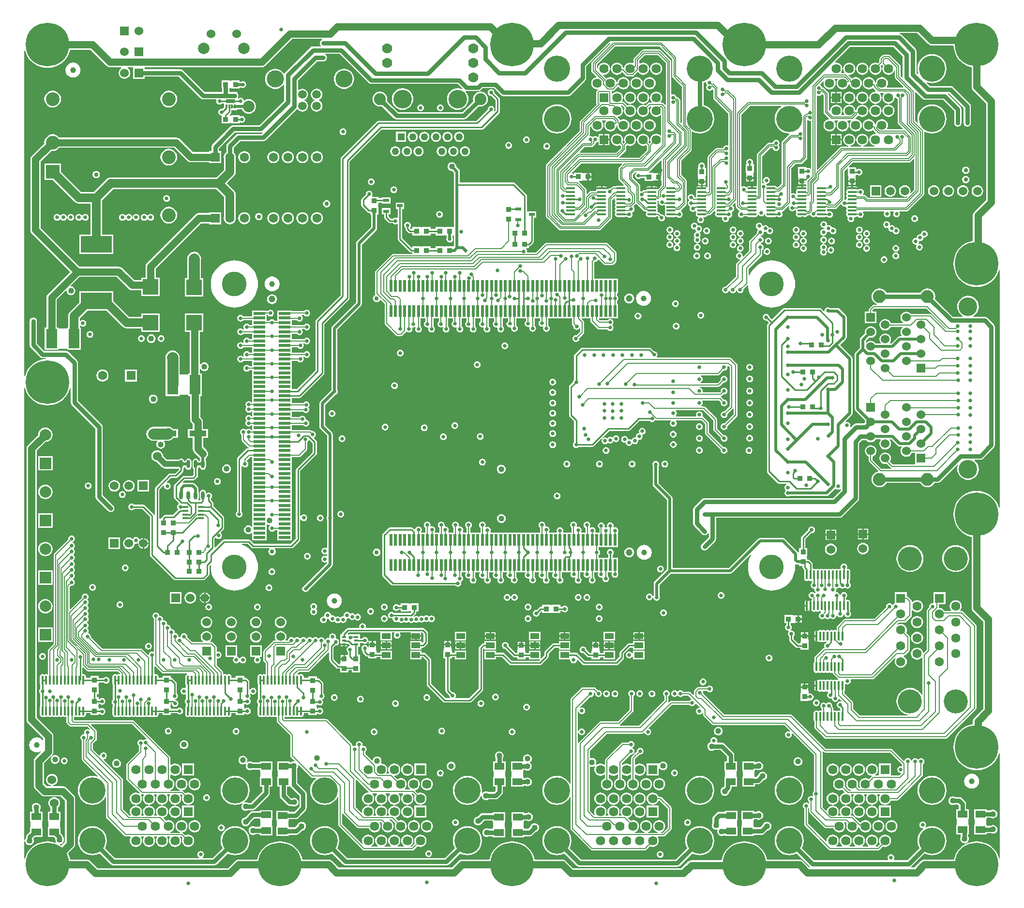
<source format=gtl>
G04*
G04 #@! TF.GenerationSoftware,Altium Limited,Altium Designer,21.1.1 (26)*
G04*
G04 Layer_Physical_Order=1*
G04 Layer_Color=255*
%FSLAX25Y25*%
%MOIN*%
G70*
G04*
G04 #@! TF.SameCoordinates,6EF8526F-0482-4719-AD29-3D8887788FD4*
G04*
G04*
G04 #@! TF.FilePolarity,Positive*
G04*
G01*
G75*
%ADD14C,0.01000*%
%ADD16C,0.03000*%
%ADD20C,0.00600*%
%ADD21C,0.02000*%
%ADD27R,0.03740X0.03740*%
%ADD28R,0.03740X0.03740*%
%ADD29O,0.06299X0.01575*%
%ADD30R,0.01181X0.03150*%
%ADD31R,0.06299X0.02717*%
%ADD32R,0.05906X0.03937*%
%ADD33O,0.01575X0.06299*%
%ADD34O,0.04134X0.01575*%
%ADD35R,0.03150X0.01575*%
%ADD36R,0.02000X0.08000*%
%ADD37R,0.08000X0.02000*%
%ADD38R,0.06693X0.04528*%
%ADD39O,0.02362X0.05709*%
%ADD40R,0.03937X0.02362*%
%ADD41R,0.21260X0.11417*%
%ADD42R,0.10630X0.10630*%
%ADD43C,0.03937*%
%ADD44R,0.11811X0.03937*%
%ADD45R,0.07500X0.13500*%
%ADD94C,0.05000*%
%ADD95C,0.06000*%
%ADD96C,0.00700*%
%ADD97C,0.04000*%
%ADD98C,0.07500*%
%ADD99C,0.03000*%
%ADD100C,0.30000*%
%ADD101R,0.06000X0.06000*%
%ADD102C,0.06000*%
%ADD103C,0.12795*%
%ADD104C,0.08858*%
%ADD105R,0.06000X0.06000*%
%ADD106C,0.11811*%
%ADD107C,0.05906*%
%ADD108C,0.06400*%
%ADD109R,0.06400X0.06400*%
%ADD110C,0.18000*%
%ADD111R,0.05906X0.05906*%
%ADD112C,0.07000*%
%ADD113R,0.05000X0.05000*%
%ADD114C,0.05000*%
%ADD115C,0.08200*%
%ADD116R,0.09449X0.09449*%
%ADD117C,0.09449*%
%ADD118C,0.06299*%
%ADD119R,0.06299X0.06299*%
%ADD120C,0.07874*%
%ADD121C,0.17000*%
%ADD122C,0.04598*%
%ADD123R,0.06299X0.06299*%
%ADD124C,0.16535*%
%ADD125R,0.07874X0.07874*%
%ADD126C,0.02600*%
%ADD127C,0.04000*%
%ADD128C,0.08000*%
G36*
X706451Y674444D02*
Y660131D01*
X706005Y659869D01*
X705025Y660849D01*
Y667497D01*
X704925Y668004D01*
X704637Y668434D01*
X697934Y675137D01*
X697504Y675425D01*
X696997Y675526D01*
X693433D01*
X692926Y675425D01*
X692496Y675137D01*
X690863Y673504D01*
X690575Y673074D01*
X690475Y672567D01*
Y670649D01*
X689589Y669764D01*
X688796Y670092D01*
X687700Y670236D01*
X686604Y670092D01*
X685582Y669669D01*
X684704Y668996D01*
X684031Y668118D01*
X683608Y667096D01*
X683464Y666000D01*
X683608Y664904D01*
X684031Y663882D01*
X684704Y663004D01*
X685582Y662331D01*
X686604Y661908D01*
X687700Y661764D01*
X688796Y661908D01*
X689818Y662331D01*
X690695Y663004D01*
X691369Y663882D01*
X691792Y664904D01*
X691936Y666000D01*
X691792Y667096D01*
X691464Y667889D01*
X692200Y668625D01*
X692936Y667889D01*
X692608Y667096D01*
X692464Y666000D01*
X692608Y664904D01*
X693031Y663882D01*
X693705Y663004D01*
X694582Y662331D01*
X695604Y661908D01*
X696700Y661764D01*
X697796Y661908D01*
X698818Y662331D01*
X699695Y663004D01*
X700369Y663882D01*
X700674Y664620D01*
X701174Y664521D01*
Y659803D01*
X701275Y659296D01*
X701563Y658866D01*
X706962Y653467D01*
X706770Y653005D01*
X695761D01*
X695540Y653453D01*
X695869Y653882D01*
X696292Y654904D01*
X696436Y656000D01*
X696292Y657096D01*
X695869Y658118D01*
X695195Y658995D01*
X694318Y659669D01*
X693296Y660092D01*
X692200Y660236D01*
X691104Y660092D01*
X690082Y659669D01*
X689205Y658995D01*
X688531Y658118D01*
X688108Y657096D01*
X688040Y656582D01*
X687700Y656405D01*
X687360Y656582D01*
X687292Y657096D01*
X686869Y658118D01*
X686196Y658995D01*
X685318Y659669D01*
X684296Y660092D01*
X683200Y660236D01*
X682104Y660092D01*
X681082Y659669D01*
X680204Y658995D01*
X679531Y658118D01*
X679108Y657096D01*
X678964Y656000D01*
X679108Y654904D01*
X679531Y653882D01*
X680204Y653005D01*
X681082Y652331D01*
X682104Y651908D01*
X683200Y651764D01*
X684296Y651908D01*
X685318Y652331D01*
X685828Y652723D01*
X686163Y652667D01*
X688179Y650651D01*
X687958Y650202D01*
X687700Y650236D01*
X686604Y650092D01*
X685582Y649669D01*
X684704Y648995D01*
X684031Y648118D01*
X683608Y647096D01*
X683464Y646000D01*
X683608Y644904D01*
X684031Y643882D01*
X684704Y643005D01*
X685582Y642331D01*
X686604Y641908D01*
X687700Y641764D01*
X688796Y641908D01*
X689818Y642331D01*
X690695Y643005D01*
X691369Y643882D01*
X691792Y644904D01*
X691936Y646000D01*
X691792Y647096D01*
X691369Y648118D01*
X690958Y648654D01*
X691204Y649154D01*
X693196D01*
X693442Y648654D01*
X693031Y648118D01*
X692608Y647096D01*
X692464Y646000D01*
X692608Y644904D01*
X693031Y643882D01*
X693705Y643005D01*
X694582Y642331D01*
X695604Y641908D01*
X696700Y641764D01*
X697796Y641908D01*
X698818Y642331D01*
X699695Y643005D01*
X700369Y643882D01*
X700792Y644904D01*
X700936Y645998D01*
X700941Y646002D01*
X701417Y646178D01*
X701642Y645842D01*
X702403Y645333D01*
X702975Y645220D01*
Y629003D01*
X703075Y628496D01*
X703363Y628066D01*
X706741Y624687D01*
X706550Y624226D01*
X695930D01*
X695709Y624674D01*
X695869Y624882D01*
X696292Y625904D01*
X696436Y627000D01*
X696292Y628096D01*
X695869Y629118D01*
X695195Y629995D01*
X694318Y630669D01*
X693296Y631092D01*
X692200Y631236D01*
X691104Y631092D01*
X690082Y630669D01*
X689205Y629995D01*
X688531Y629118D01*
X688108Y628096D01*
X688056Y627700D01*
X687517Y627436D01*
X687367Y627523D01*
X687292Y628096D01*
X686869Y629118D01*
X686196Y629995D01*
X685318Y630669D01*
X684296Y631092D01*
X683200Y631236D01*
X682104Y631092D01*
X681082Y630669D01*
X680204Y629995D01*
X679531Y629118D01*
X679108Y628096D01*
X678964Y627000D01*
X679108Y625904D01*
X679531Y624882D01*
X680204Y624005D01*
X681082Y623331D01*
X682104Y622908D01*
X683200Y622764D01*
X684296Y622908D01*
X685318Y623331D01*
X685774Y623681D01*
X686223Y623607D01*
X688179Y621651D01*
X687958Y621202D01*
X687700Y621236D01*
X686604Y621092D01*
X685582Y620669D01*
X684704Y619995D01*
X684031Y619118D01*
X683608Y618096D01*
X683464Y617000D01*
X683608Y615904D01*
X684031Y614882D01*
X684704Y614005D01*
X685582Y613331D01*
X686604Y612908D01*
X687114Y612841D01*
X687081Y612341D01*
X679319D01*
X679286Y612841D01*
X679796Y612908D01*
X680818Y613331D01*
X681696Y614005D01*
X682369Y614882D01*
X682792Y615904D01*
X682936Y617000D01*
X682792Y618096D01*
X682369Y619118D01*
X681696Y619995D01*
X680818Y620669D01*
X679796Y621092D01*
X678700Y621236D01*
X677604Y621092D01*
X676582Y620669D01*
X675704Y619995D01*
X675031Y619118D01*
X674608Y618096D01*
X674464Y617000D01*
X674608Y615904D01*
X675031Y614882D01*
X675704Y614005D01*
X676582Y613331D01*
X677604Y612908D01*
X678114Y612841D01*
X678081Y612341D01*
X670319D01*
X670286Y612841D01*
X670796Y612908D01*
X671818Y613331D01*
X672695Y614005D01*
X673369Y614882D01*
X673792Y615904D01*
X673936Y617000D01*
X673792Y618096D01*
X673369Y619118D01*
X672695Y619995D01*
X671818Y620669D01*
X670796Y621092D01*
X669700Y621236D01*
X668604Y621092D01*
X667582Y620669D01*
X666705Y619995D01*
X666031Y619118D01*
X665608Y618096D01*
X665464Y617000D01*
X665608Y615904D01*
X666031Y614882D01*
X666705Y614005D01*
X667582Y613331D01*
X668604Y612908D01*
X669114Y612841D01*
X669081Y612341D01*
X664398D01*
X663891Y612240D01*
X663461Y611953D01*
X647787Y596279D01*
X647326Y596470D01*
Y647195D01*
X647766Y647431D01*
X647944Y647313D01*
X648841Y647134D01*
X649739Y647313D01*
X650499Y647821D01*
X650776Y648235D01*
X651273Y648284D01*
X651964Y647594D01*
Y635868D01*
X652065Y635361D01*
X652352Y634931D01*
X655619Y631664D01*
X655524Y631147D01*
X655104Y631092D01*
X654082Y630669D01*
X653204Y629995D01*
X652531Y629118D01*
X652108Y628096D01*
X651964Y627000D01*
X652108Y625904D01*
X652531Y624882D01*
X653204Y624005D01*
X654082Y623331D01*
X655104Y622908D01*
X656200Y622764D01*
X657296Y622908D01*
X658318Y623331D01*
X659196Y624005D01*
X659869Y624882D01*
X660292Y625904D01*
X660436Y627000D01*
X660292Y628096D01*
X659869Y629118D01*
X659437Y629680D01*
X659684Y630180D01*
X661716D01*
X661963Y629680D01*
X661531Y629118D01*
X661108Y628096D01*
X660964Y627000D01*
X661108Y625904D01*
X661531Y624882D01*
X662205Y624005D01*
X663082Y623331D01*
X664104Y622908D01*
X665200Y622764D01*
X666296Y622908D01*
X667318Y623331D01*
X668195Y624005D01*
X668869Y624882D01*
X669292Y625904D01*
X669436Y627000D01*
X669292Y628096D01*
X668869Y629118D01*
X668437Y629680D01*
X668684Y630180D01*
X670716D01*
X670963Y629680D01*
X670531Y629118D01*
X670108Y628096D01*
X669964Y627000D01*
X670108Y625904D01*
X670531Y624882D01*
X671205Y624005D01*
X672082Y623331D01*
X673104Y622908D01*
X674200Y622764D01*
X675296Y622908D01*
X676318Y623331D01*
X677196Y624005D01*
X677869Y624882D01*
X678292Y625904D01*
X678436Y627000D01*
X678292Y628096D01*
X677869Y629118D01*
X677196Y629995D01*
X676318Y630669D01*
X675296Y631092D01*
X674200Y631236D01*
X673942Y631202D01*
X673721Y631651D01*
X675737Y633667D01*
X676072Y633723D01*
X676582Y633331D01*
X677604Y632908D01*
X678700Y632764D01*
X679796Y632908D01*
X680818Y633331D01*
X681696Y634004D01*
X682369Y634882D01*
X682792Y635904D01*
X682936Y637000D01*
X682792Y638096D01*
X682369Y639118D01*
X681696Y639995D01*
X680818Y640669D01*
X679796Y641092D01*
X678700Y641236D01*
X677604Y641092D01*
X676582Y640669D01*
X675704Y639995D01*
X675031Y639118D01*
X674608Y638096D01*
X674540Y637582D01*
X674200Y637405D01*
X673860Y637582D01*
X673792Y638096D01*
X673369Y639118D01*
X672695Y639995D01*
X671818Y640669D01*
X670796Y641092D01*
X669700Y641236D01*
X668604Y641092D01*
X667582Y640669D01*
X666705Y639995D01*
X666031Y639118D01*
X665608Y638096D01*
X665464Y637000D01*
X665608Y635904D01*
X666031Y634882D01*
X666340Y634480D01*
X666119Y634031D01*
X664281D01*
X664060Y634480D01*
X664369Y634882D01*
X664792Y635904D01*
X664936Y637000D01*
X664792Y638096D01*
X664369Y639118D01*
X663695Y639995D01*
X662818Y640669D01*
X661796Y641092D01*
X660700Y641236D01*
X659604Y641092D01*
X658582Y640669D01*
X657704Y639995D01*
X657031Y639118D01*
X656608Y638096D01*
X656501Y637284D01*
X655973Y637045D01*
X655815Y637157D01*
Y648640D01*
X655714Y649147D01*
X655426Y649577D01*
X652387Y652617D01*
X651957Y652904D01*
X651449Y653005D01*
X651122D01*
X651008Y653577D01*
X650499Y654338D01*
X649829Y654785D01*
X649667Y655331D01*
X651579Y657242D01*
X652068Y657099D01*
X652103Y657060D01*
X651964Y656000D01*
X652108Y654904D01*
X652531Y653882D01*
X653204Y653005D01*
X654082Y652331D01*
X655104Y651908D01*
X656200Y651764D01*
X657296Y651908D01*
X658318Y652331D01*
X659196Y653005D01*
X659869Y653882D01*
X660292Y654904D01*
X660436Y656000D01*
X660292Y657096D01*
X659869Y658118D01*
X659578Y658497D01*
X659799Y658945D01*
X661601D01*
X661822Y658497D01*
X661531Y658118D01*
X661108Y657096D01*
X660964Y656000D01*
X661108Y654904D01*
X661531Y653882D01*
X662205Y653005D01*
X663082Y652331D01*
X664104Y651908D01*
X665200Y651764D01*
X666296Y651908D01*
X667318Y652331D01*
X668195Y653005D01*
X668869Y653882D01*
X669292Y654904D01*
X669360Y655418D01*
X669700Y655595D01*
X670040Y655418D01*
X670108Y654904D01*
X670531Y653882D01*
X671205Y653005D01*
X672082Y652331D01*
X673104Y651908D01*
X674200Y651764D01*
X675296Y651908D01*
X676318Y652331D01*
X677196Y653005D01*
X677869Y653882D01*
X678292Y654904D01*
X678436Y656000D01*
X678292Y657096D01*
X677869Y658118D01*
X677196Y658995D01*
X676318Y659669D01*
X675296Y660092D01*
X674200Y660236D01*
X673104Y660092D01*
X672082Y659669D01*
X671572Y659277D01*
X671237Y659333D01*
X669220Y661349D01*
X669442Y661798D01*
X669700Y661764D01*
X670796Y661908D01*
X671818Y662331D01*
X672695Y663004D01*
X673369Y663882D01*
X673792Y664904D01*
X673936Y666000D01*
X673792Y667096D01*
X673369Y668118D01*
X672695Y668996D01*
X671818Y669669D01*
X670796Y670092D01*
X669700Y670236D01*
X668604Y670092D01*
X667582Y669669D01*
X666705Y668996D01*
X666031Y668118D01*
X665608Y667096D01*
X665464Y666000D01*
X665608Y664904D01*
X666031Y663882D01*
X666481Y663296D01*
X666234Y662796D01*
X664166D01*
X663919Y663296D01*
X664369Y663882D01*
X664792Y664904D01*
X664936Y666000D01*
X664792Y667096D01*
X664369Y668118D01*
X663695Y668996D01*
X662818Y669669D01*
X661796Y670092D01*
X660700Y670236D01*
X659898Y670131D01*
X659664Y670604D01*
X670011Y680951D01*
X699944D01*
X706451Y674444D01*
D02*
G37*
G36*
X724004Y683004D02*
X724735Y682443D01*
X725586Y682090D01*
X726500Y681970D01*
X726500Y681970D01*
X741492D01*
X741648Y679989D01*
X742236Y677540D01*
X743200Y675214D01*
X744516Y673066D01*
X746151Y671151D01*
X748066Y669516D01*
X750214Y668200D01*
X752540Y667236D01*
X753970Y666893D01*
Y653500D01*
X754090Y652586D01*
X754443Y651735D01*
X755004Y651004D01*
X763970Y642038D01*
Y575462D01*
X755909Y567402D01*
X755348Y566671D01*
X754996Y565819D01*
X754875Y564906D01*
Y547325D01*
X752540Y546764D01*
X750214Y545800D01*
X748066Y544484D01*
X746151Y542849D01*
X744516Y540934D01*
X743200Y538786D01*
X742236Y536460D01*
X741648Y534011D01*
X741451Y531500D01*
X741648Y528989D01*
X742236Y526540D01*
X743200Y524214D01*
X744516Y522066D01*
X746151Y520151D01*
X748066Y518516D01*
X750214Y517200D01*
X752540Y516236D01*
X754989Y515648D01*
X757500Y515450D01*
X760011Y515648D01*
X762460Y516236D01*
X764786Y517200D01*
X766934Y518516D01*
X768849Y520151D01*
X770484Y522066D01*
X771800Y524214D01*
X772764Y526540D01*
X772971Y527401D01*
X773471Y527342D01*
Y363158D01*
X772971Y363099D01*
X772764Y363960D01*
X771800Y366286D01*
X770484Y368434D01*
X768849Y370349D01*
X766934Y371984D01*
X764786Y373300D01*
X762460Y374264D01*
X760011Y374852D01*
X757500Y375049D01*
X754989Y374852D01*
X752540Y374264D01*
X750214Y373300D01*
X748066Y371984D01*
X746151Y370349D01*
X744516Y368434D01*
X743200Y366286D01*
X742236Y363960D01*
X741648Y361511D01*
X741451Y359000D01*
X741648Y356489D01*
X742236Y354040D01*
X743200Y351714D01*
X744516Y349566D01*
X746151Y347651D01*
X748066Y346016D01*
X750214Y344700D01*
X752540Y343736D01*
X753970Y343393D01*
Y294500D01*
X754090Y293586D01*
X754443Y292735D01*
X755004Y292004D01*
X761970Y285038D01*
Y224962D01*
X755909Y218902D01*
X755348Y218171D01*
X754996Y217319D01*
X754875Y216406D01*
Y214324D01*
X752540Y213764D01*
X750214Y212800D01*
X748066Y211484D01*
X746151Y209849D01*
X744516Y207934D01*
X743200Y205786D01*
X742236Y203460D01*
X741648Y201011D01*
X741451Y198500D01*
X741648Y195989D01*
X742236Y193540D01*
X743200Y191214D01*
X744516Y189066D01*
X746151Y187151D01*
X748066Y185516D01*
X750214Y184200D01*
X752540Y183236D01*
X754989Y182648D01*
X757500Y182450D01*
X760011Y182648D01*
X762460Y183236D01*
X764786Y184200D01*
X766934Y185516D01*
X768849Y187151D01*
X770484Y189066D01*
X771800Y191214D01*
X772764Y193540D01*
X772971Y194401D01*
X773471Y194342D01*
Y121658D01*
X772971Y121599D01*
X772764Y122460D01*
X771800Y124786D01*
X770484Y126934D01*
X768849Y128849D01*
X766934Y130484D01*
X764786Y131800D01*
X762460Y132764D01*
X760011Y133352D01*
X757500Y133549D01*
X754989Y133352D01*
X752540Y132764D01*
X750214Y131800D01*
X748066Y130484D01*
X746151Y128849D01*
X744516Y126934D01*
X743200Y124786D01*
X742236Y122460D01*
X741893Y121030D01*
X721500D01*
X720586Y120910D01*
X719735Y120557D01*
X719004Y119996D01*
X714538Y115530D01*
X712403D01*
X712252Y116030D01*
X712502Y116198D01*
X721660Y125355D01*
X722855Y124716D01*
X724740Y124145D01*
X726700Y123952D01*
X728660Y124145D01*
X730545Y124716D01*
X732283Y125645D01*
X733805Y126895D01*
X735055Y128417D01*
X735984Y130155D01*
X736555Y132040D01*
X736748Y134000D01*
X736555Y135960D01*
X735984Y137845D01*
X735055Y139583D01*
X733805Y141105D01*
X732283Y142355D01*
X730545Y143283D01*
X728660Y143855D01*
X726700Y144048D01*
X724740Y143855D01*
X722855Y143283D01*
X722497Y143092D01*
X722151Y143474D01*
X722503Y144001D01*
X722681Y144898D01*
X722503Y145796D01*
X721994Y146556D01*
X721234Y147065D01*
X720336Y147243D01*
X719439Y147065D01*
X718678Y146556D01*
X718169Y145796D01*
X717991Y144898D01*
X718169Y144001D01*
X718678Y143240D01*
X719439Y142732D01*
X720336Y142553D01*
X720646Y142615D01*
X720866Y142149D01*
X719595Y141105D01*
X718345Y139583D01*
X717416Y137845D01*
X716845Y135960D01*
X716652Y134000D01*
X716845Y132040D01*
X717416Y130155D01*
X718055Y128960D01*
X709644Y120549D01*
X700620D01*
X700352Y121049D01*
X700619Y121447D01*
X700797Y122345D01*
X700619Y123242D01*
X700110Y124003D01*
X699349Y124511D01*
X698452Y124690D01*
X697554Y124511D01*
X696794Y124003D01*
X696285Y123242D01*
X696107Y122345D01*
X696285Y121447D01*
X696552Y121049D01*
X696284Y120549D01*
X645356D01*
X636945Y128960D01*
X637583Y130155D01*
X638155Y132040D01*
X638348Y134000D01*
X638155Y135960D01*
X637583Y137845D01*
X636655Y139583D01*
X635405Y141105D01*
X633883Y142355D01*
X632145Y143283D01*
X630260Y143855D01*
X628300Y144048D01*
X626340Y143855D01*
X624455Y143283D01*
X622717Y142355D01*
X621195Y141105D01*
X619945Y139583D01*
X619017Y137845D01*
X618445Y135960D01*
X618252Y134000D01*
X618445Y132040D01*
X619017Y130155D01*
X619945Y128417D01*
X621195Y126895D01*
X622717Y125645D01*
X624455Y124716D01*
X626340Y124145D01*
X628300Y123952D01*
X630260Y124145D01*
X632145Y124716D01*
X633340Y125355D01*
X642489Y116206D01*
X642489Y116164D01*
X642368Y115683D01*
X642121Y115646D01*
X637771Y119996D01*
X637039Y120557D01*
X636188Y120910D01*
X635274Y121030D01*
X613107D01*
X612764Y122460D01*
X611800Y124786D01*
X610484Y126934D01*
X608849Y128849D01*
X606934Y130484D01*
X604786Y131800D01*
X602460Y132764D01*
X600011Y133352D01*
X597500Y133549D01*
X594989Y133352D01*
X592540Y132764D01*
X590214Y131800D01*
X588066Y130484D01*
X586151Y128849D01*
X584516Y126934D01*
X583200Y124786D01*
X582236Y122460D01*
X581773Y120530D01*
X561000D01*
X560086Y120410D01*
X559235Y120057D01*
X558504Y119496D01*
X554038Y115030D01*
X479462D01*
X474496Y119996D01*
X473765Y120557D01*
X472914Y120910D01*
X472000Y121030D01*
X453107D01*
X452764Y122460D01*
X451800Y124786D01*
X450484Y126934D01*
X448849Y128849D01*
X446934Y130484D01*
X444786Y131800D01*
X442460Y132764D01*
X440011Y133352D01*
X437500Y133549D01*
X434989Y133352D01*
X432540Y132764D01*
X430214Y131800D01*
X428066Y130484D01*
X426151Y128849D01*
X424516Y126934D01*
X423200Y124786D01*
X422236Y122460D01*
X421893Y121030D01*
X403000D01*
X402086Y120910D01*
X401235Y120557D01*
X400504Y119996D01*
X396038Y115530D01*
X317962D01*
X313496Y119996D01*
X312765Y120557D01*
X311914Y120910D01*
X311000Y121030D01*
X293107D01*
X292764Y122460D01*
X291800Y124786D01*
X290484Y126934D01*
X288849Y128849D01*
X286934Y130484D01*
X284786Y131800D01*
X282460Y132764D01*
X280011Y133352D01*
X277500Y133549D01*
X274989Y133352D01*
X272540Y132764D01*
X270214Y131800D01*
X268066Y130484D01*
X266151Y128849D01*
X264516Y126934D01*
X263200Y124786D01*
X262236Y122460D01*
X261893Y121030D01*
X249179D01*
X248265Y120910D01*
X247413Y120557D01*
X246682Y119996D01*
X241716Y115030D01*
X151962D01*
X146996Y119996D01*
X146265Y120557D01*
X145414Y120910D01*
X144500Y121030D01*
X133107D01*
X132764Y122460D01*
X131800Y124786D01*
X131535Y125220D01*
X135496Y129181D01*
X136057Y129913D01*
X136410Y130764D01*
X136530Y131678D01*
Y163000D01*
X136410Y163914D01*
X136057Y164765D01*
X135496Y165496D01*
X130496Y170496D01*
X129765Y171057D01*
X128914Y171410D01*
X128000Y171530D01*
X121024D01*
X120992Y172030D01*
X121544Y172103D01*
X122517Y172506D01*
X123353Y173147D01*
X123994Y173983D01*
X124397Y174956D01*
X124534Y176000D01*
X124397Y177044D01*
X123994Y178017D01*
X123353Y178853D01*
X122517Y179494D01*
X121544Y179897D01*
X120500Y180034D01*
X119456Y179897D01*
X118483Y179494D01*
X117647Y178853D01*
X117006Y178017D01*
X116603Y177044D01*
X116465Y176000D01*
X116603Y174956D01*
X117006Y173983D01*
X117647Y173147D01*
X118483Y172506D01*
X119456Y172103D01*
X120008Y172030D01*
X119976Y171530D01*
X116962D01*
X115030Y173462D01*
Y187288D01*
X119889Y192146D01*
X120266Y191816D01*
X120033Y191513D01*
X119731Y190783D01*
X119628Y190000D01*
X119731Y189217D01*
X120033Y188487D01*
X120514Y187860D01*
X121141Y187380D01*
X121870Y187077D01*
X122653Y186974D01*
X123437Y187077D01*
X124167Y187380D01*
X124793Y187860D01*
X125274Y188487D01*
X125576Y189217D01*
X125679Y190000D01*
X125576Y190783D01*
X125274Y191513D01*
X124793Y192140D01*
X124167Y192621D01*
X123437Y192923D01*
X122653Y193026D01*
X121870Y192923D01*
X121141Y192621D01*
X120837Y192388D01*
X120496Y192754D01*
X121057Y193485D01*
X121410Y194336D01*
X121530Y195250D01*
Y206000D01*
X121530Y206000D01*
X121410Y206914D01*
X121057Y207765D01*
X120496Y208496D01*
X110030Y218962D01*
Y402780D01*
X116015Y408765D01*
X117289Y408933D01*
X118490Y409430D01*
X119521Y410221D01*
X120312Y411253D01*
X120810Y412454D01*
X120980Y413742D01*
X120810Y415031D01*
X120312Y416232D01*
X119521Y417264D01*
X118490Y418055D01*
X117289Y418552D01*
X116000Y418722D01*
X114711Y418552D01*
X113510Y418055D01*
X112479Y417264D01*
X111688Y416232D01*
X111190Y415031D01*
X111022Y413757D01*
X104004Y406739D01*
X103443Y406008D01*
X103090Y405156D01*
X102970Y404243D01*
Y217500D01*
X103090Y216586D01*
X103443Y215735D01*
X104004Y215004D01*
X114470Y204538D01*
Y203386D01*
X113996Y203225D01*
X113662Y203661D01*
X112589Y204484D01*
X111340Y205002D01*
X110000Y205178D01*
X108660Y205002D01*
X107411Y204484D01*
X106339Y203661D01*
X105516Y202589D01*
X104998Y201340D01*
X104822Y200000D01*
X104998Y198660D01*
X105516Y197411D01*
X106339Y196338D01*
X107411Y195516D01*
X108660Y194998D01*
X110000Y194822D01*
X111340Y194998D01*
X112589Y195516D01*
X112870Y195113D01*
X109004Y191246D01*
X108443Y190515D01*
X108090Y189664D01*
X107970Y188750D01*
Y172000D01*
X108090Y171086D01*
X108443Y170235D01*
X109004Y169504D01*
X113004Y165504D01*
X113735Y164943D01*
X114586Y164590D01*
X115500Y164470D01*
X126538D01*
X129470Y161538D01*
Y133140D01*
X126860Y130530D01*
X125842Y131153D01*
Y131156D01*
X125987Y131651D01*
X126626Y131735D01*
X127356Y132037D01*
X127982Y132518D01*
X128463Y133144D01*
X128765Y133874D01*
X128868Y134658D01*
X128765Y135441D01*
X128463Y136170D01*
X128350Y136318D01*
X128198Y137085D01*
X127645Y137911D01*
X126376Y139180D01*
Y143186D01*
X126356D01*
X125987Y143686D01*
X126002Y143761D01*
Y146910D01*
X125987Y146985D01*
X126356Y147485D01*
X126376D01*
Y154013D01*
X124618D01*
Y156845D01*
X124921Y157079D01*
X125563Y157914D01*
X125965Y158887D01*
X126103Y159932D01*
X125965Y160976D01*
X125563Y161949D01*
X124921Y162784D01*
X124086Y163426D01*
X123113Y163829D01*
X122069Y163966D01*
X121024Y163829D01*
X120051Y163426D01*
X119216Y162784D01*
X118575Y161949D01*
X118171Y160976D01*
X118034Y159932D01*
X118171Y158887D01*
X118575Y157914D01*
X119216Y157079D01*
X119519Y156845D01*
Y154013D01*
X117683D01*
Y147485D01*
X117703D01*
X118072Y146985D01*
X118057Y146910D01*
Y143761D01*
X118072Y143686D01*
X117703Y143186D01*
X117683D01*
Y136658D01*
X121688D01*
X122918Y135429D01*
X122817Y134658D01*
X122920Y133874D01*
X123222Y133144D01*
X123397Y132917D01*
X123082Y132506D01*
X122460Y132764D01*
X120011Y133352D01*
X117500Y133549D01*
X114989Y133352D01*
X112540Y132764D01*
X110214Y131800D01*
X108066Y130484D01*
X106151Y128849D01*
X104516Y126934D01*
X103200Y124786D01*
X102236Y122460D01*
X102029Y121599D01*
X101529Y121658D01*
Y133547D01*
X102029Y133580D01*
X102077Y133217D01*
X102380Y132487D01*
X102860Y131860D01*
X103487Y131379D01*
X104217Y131077D01*
X105000Y130974D01*
X105783Y131077D01*
X106513Y131379D01*
X107140Y131860D01*
X107621Y132487D01*
X107923Y133217D01*
X108026Y134000D01*
X107923Y134783D01*
X107740Y135224D01*
Y135447D01*
X108951Y136658D01*
X114039D01*
Y143186D01*
X114020D01*
X113650Y143686D01*
X113665Y143761D01*
Y146910D01*
X113650Y146985D01*
X114020Y147485D01*
X114039D01*
Y154013D01*
X112242D01*
Y155394D01*
X112313Y155487D01*
X112616Y156217D01*
X112719Y157000D01*
X112616Y157783D01*
X112313Y158513D01*
X111832Y159140D01*
X111206Y159620D01*
X110476Y159923D01*
X109693Y160026D01*
X108910Y159923D01*
X108180Y159620D01*
X107553Y159140D01*
X107072Y158513D01*
X106770Y157783D01*
X106667Y157000D01*
X106770Y156217D01*
X107072Y155487D01*
X107144Y155394D01*
Y154013D01*
X105347D01*
Y147485D01*
X105366D01*
X105735Y146985D01*
X105721Y146910D01*
Y143761D01*
X105735Y143686D01*
X105366Y143186D01*
X105347D01*
Y140263D01*
X103389Y138306D01*
X102836Y137479D01*
X102642Y136503D01*
Y135855D01*
X102380Y135513D01*
X102077Y134783D01*
X102029Y134420D01*
X101529Y134453D01*
Y445842D01*
X102029Y445901D01*
X102236Y445040D01*
X103200Y442714D01*
X104516Y440566D01*
X106151Y438651D01*
X108066Y437016D01*
X110214Y435700D01*
X112540Y434736D01*
X114989Y434148D01*
X117500Y433951D01*
X120011Y434148D01*
X122460Y434736D01*
X124786Y435700D01*
X126934Y437016D01*
X128849Y438651D01*
X130484Y440566D01*
X131800Y442714D01*
X132764Y445040D01*
X132951Y445820D01*
X133451Y445760D01*
Y436077D01*
X133645Y435102D01*
X134198Y434275D01*
X150451Y418021D01*
Y371000D01*
X150645Y370024D01*
X151198Y369198D01*
X159198Y361198D01*
X160024Y360645D01*
X161000Y360451D01*
X161976Y360645D01*
X162802Y361198D01*
X163355Y362024D01*
X163549Y363000D01*
X163355Y363976D01*
X162802Y364802D01*
X155549Y372056D01*
Y419077D01*
X155355Y420053D01*
X154802Y420880D01*
X138549Y437133D01*
Y463151D01*
X138355Y464127D01*
X137802Y464954D01*
X131954Y470802D01*
X131127Y471355D01*
X130151Y471549D01*
X115150D01*
X110163Y476537D01*
Y492000D01*
X109969Y492976D01*
X109416Y493802D01*
X108589Y494355D01*
X107614Y494549D01*
X106638Y494355D01*
X105811Y493802D01*
X105259Y492976D01*
X105065Y492000D01*
Y475481D01*
X105259Y474505D01*
X105811Y473678D01*
X112292Y467198D01*
X113119Y466645D01*
X114094Y466451D01*
X116229D01*
X116249Y465951D01*
X114989Y465852D01*
X112540Y465264D01*
X110214Y464300D01*
X108066Y462984D01*
X106151Y461349D01*
X104516Y459434D01*
X103200Y457286D01*
X102236Y454960D01*
X102029Y454099D01*
X101529Y454158D01*
Y678342D01*
X102029Y678401D01*
X102236Y677540D01*
X103200Y675214D01*
X104516Y673066D01*
X106151Y671151D01*
X108066Y669516D01*
X110214Y668200D01*
X112540Y667236D01*
X114989Y666648D01*
X117500Y666451D01*
X120011Y666648D01*
X122460Y667236D01*
X124786Y668200D01*
X126934Y669516D01*
X128849Y671151D01*
X130484Y673066D01*
X131800Y675214D01*
X132764Y677540D01*
X133107Y678970D01*
X147038D01*
X158004Y668004D01*
X158735Y667443D01*
X159586Y667090D01*
X160500Y666970D01*
X168190D01*
X168454Y666523D01*
X168451Y666470D01*
X167647Y665853D01*
X167006Y665017D01*
X166603Y664044D01*
X166465Y663000D01*
X166603Y661956D01*
X167006Y660983D01*
X167647Y660147D01*
X168483Y659506D01*
X169456Y659103D01*
X170500Y658965D01*
X171544Y659103D01*
X172517Y659506D01*
X173353Y660147D01*
X173994Y660983D01*
X174397Y661956D01*
X174534Y663000D01*
X174397Y664044D01*
X173994Y665017D01*
X173353Y665853D01*
X172549Y666470D01*
X172546Y666523D01*
X172810Y666970D01*
X176500D01*
Y659000D01*
X184500D01*
Y660451D01*
X207883D01*
X222774Y645560D01*
X223601Y645007D01*
X224576Y644813D01*
X233488D01*
X233771Y644313D01*
X233618Y643547D01*
X233797Y642650D01*
X234305Y641889D01*
X235066Y641381D01*
X235963Y641202D01*
X236861Y641381D01*
X237622Y641889D01*
X237739Y642065D01*
X239015D01*
Y639509D01*
X237806Y638301D01*
X237345Y638392D01*
X236447Y638214D01*
X235686Y637706D01*
X235178Y636945D01*
X234999Y636047D01*
X235178Y635150D01*
X235686Y634389D01*
X236447Y633881D01*
X237342Y633703D01*
Y628177D01*
X243082D01*
Y628453D01*
X244035D01*
Y628177D01*
X249775D01*
Y628737D01*
X250216Y628973D01*
X250353Y628881D01*
X251251Y628702D01*
X252148Y628881D01*
X252909Y629389D01*
X253417Y630150D01*
X253596Y631047D01*
X253417Y631945D01*
X252909Y632705D01*
X252148Y633214D01*
X251251Y633392D01*
X250353Y633214D01*
X250216Y633122D01*
X249775Y633357D01*
Y633917D01*
X244035D01*
Y633642D01*
X243467D01*
X243095Y633908D01*
X243013Y634233D01*
X242977Y634398D01*
X243655Y635076D01*
X243987Y635572D01*
X244103Y636158D01*
Y637347D01*
X248101D01*
Y637882D01*
X251383D01*
X251584Y637399D01*
X252385Y636354D01*
X253430Y635553D01*
X254646Y635049D01*
X255951Y634877D01*
X257256Y635049D01*
X258473Y635553D01*
X259517Y636354D01*
X260319Y637399D01*
X260822Y638615D01*
X260994Y639920D01*
X260822Y641226D01*
X260319Y642442D01*
X259517Y643486D01*
X258473Y644288D01*
X257256Y644792D01*
X255951Y644964D01*
X254646Y644792D01*
X253430Y644288D01*
X253155Y644077D01*
X252687Y644253D01*
X252630Y644539D01*
X252122Y645300D01*
X251361Y645808D01*
X250463Y645987D01*
X249566Y645808D01*
X248994Y645426D01*
X248849Y645461D01*
X248627Y646029D01*
X248866Y646387D01*
X249060Y647362D01*
X248866Y648338D01*
X248313Y649165D01*
X248101Y649306D01*
Y649937D01*
X242761D01*
Y652177D01*
X243082D01*
Y652453D01*
X244035D01*
Y652177D01*
X249775D01*
Y653008D01*
X250875D01*
X251066Y652881D01*
X251963Y652702D01*
X252861Y652881D01*
X253622Y653389D01*
X254130Y654150D01*
X254308Y655047D01*
X254130Y655945D01*
X253622Y656706D01*
X252861Y657214D01*
X251963Y657392D01*
X251066Y657214D01*
X250875Y657086D01*
X249775D01*
Y657917D01*
X244035D01*
Y657642D01*
X243082D01*
Y657917D01*
X237342D01*
Y652177D01*
X237663D01*
Y649911D01*
X225632D01*
X210741Y664802D01*
X209914Y665355D01*
X208939Y665549D01*
X184500D01*
Y666970D01*
X265000D01*
X265914Y667090D01*
X266765Y667443D01*
X267496Y668004D01*
X285962Y686470D01*
X306441D01*
X306534Y686015D01*
X306524Y685970D01*
X305714Y685428D01*
X305161Y684601D01*
X304967Y683626D01*
X305161Y682651D01*
X305714Y681823D01*
X305728Y681809D01*
X305570Y681309D01*
X300260D01*
X299285Y681115D01*
X298458Y680563D01*
X281198Y663302D01*
X280693Y662548D01*
X280172Y662463D01*
X280027Y662734D01*
X279164Y663785D01*
X278112Y664648D01*
X276913Y665289D01*
X275611Y665684D01*
X274257Y665818D01*
X272904Y665684D01*
X271602Y665289D01*
X270402Y664648D01*
X269351Y663785D01*
X268488Y662734D01*
X267847Y661534D01*
X267452Y660232D01*
X267318Y658879D01*
X267452Y657525D01*
X267847Y656223D01*
X268488Y655024D01*
X269351Y653972D01*
X270402Y653109D01*
X271602Y652468D01*
X272904Y652073D01*
X274257Y651940D01*
X275611Y652073D01*
X276913Y652468D01*
X278112Y653109D01*
X279164Y653972D01*
X279951Y654931D01*
X280451Y654831D01*
Y644056D01*
X263444Y627049D01*
X245500D01*
X244525Y626855D01*
X243698Y626302D01*
X231198Y613802D01*
X230645Y612976D01*
X230451Y612000D01*
Y609150D01*
X228850D01*
Y608530D01*
X217592D01*
X208626Y617496D01*
X207895Y618057D01*
X207044Y618410D01*
X206130Y618530D01*
X125507D01*
X125083Y619083D01*
X123887Y620000D01*
X122494Y620577D01*
X121000Y620774D01*
X119506Y620577D01*
X118113Y620000D01*
X116917Y619083D01*
X116000Y617887D01*
X115423Y616494D01*
X115226Y615000D01*
X115278Y614611D01*
X106661Y605994D01*
X106100Y605263D01*
X105748Y604412D01*
X105627Y603498D01*
Y554843D01*
X105748Y553929D01*
X106100Y553077D01*
X106661Y552346D01*
X133008Y526000D01*
X117756Y510748D01*
X117195Y510017D01*
X116842Y509166D01*
X116722Y508252D01*
Y487750D01*
X115502D01*
Y472250D01*
X125002D01*
Y472818D01*
X125200Y472980D01*
X130800D01*
X130998Y472818D01*
Y472250D01*
X140498D01*
Y487750D01*
X139783D01*
Y488600D01*
X140282Y488771D01*
X140937Y488333D01*
X141835Y488155D01*
X142732Y488333D01*
X143493Y488842D01*
X144001Y489603D01*
X144180Y490500D01*
X144001Y491397D01*
X143493Y492158D01*
X142732Y492667D01*
X141835Y492845D01*
X140937Y492667D01*
X140282Y492229D01*
X139783Y492400D01*
Y494010D01*
X145076Y499303D01*
X157991D01*
X169147Y488147D01*
X169147Y488147D01*
X169983Y487506D01*
X170956Y487103D01*
X172000Y486966D01*
X172000Y486966D01*
X182185D01*
Y484685D01*
X194815D01*
Y497315D01*
X182185D01*
Y495035D01*
X173671D01*
X162630Y506076D01*
Y512720D01*
X139370D01*
Y505009D01*
X132895Y498534D01*
X132254Y497698D01*
X131851Y496725D01*
X131713Y495681D01*
X131713Y495681D01*
Y487750D01*
X130998D01*
Y487182D01*
X130800Y487020D01*
X125200D01*
X125002Y487182D01*
Y487750D01*
X123782D01*
Y506790D01*
X130097Y513104D01*
X130509Y512928D01*
X130577Y512878D01*
X130677Y512117D01*
X130980Y511387D01*
X131460Y510760D01*
X132087Y510280D01*
X132817Y509977D01*
X133600Y509874D01*
X134383Y509977D01*
X135113Y510280D01*
X135740Y510760D01*
X136221Y511387D01*
X136523Y512117D01*
X136626Y512900D01*
X136523Y513683D01*
X136221Y514413D01*
X135740Y515040D01*
X135113Y515520D01*
X134383Y515823D01*
X133623Y515923D01*
X133572Y515991D01*
X133396Y516403D01*
X139462Y522470D01*
X165038D01*
X173189Y514319D01*
X173920Y513758D01*
X174771Y513405D01*
X175685Y513285D01*
X182185D01*
Y509185D01*
X194815D01*
Y521815D01*
X192030D01*
Y528301D01*
X223104Y559374D01*
X228850D01*
Y558755D01*
X237150D01*
Y567054D01*
X228850D01*
Y566435D01*
X221641D01*
X220728Y566314D01*
X219876Y565962D01*
X219145Y565401D01*
X186004Y532259D01*
X185443Y531528D01*
X185090Y530677D01*
X184970Y529763D01*
Y521815D01*
X182185D01*
Y520345D01*
X177147D01*
X168996Y528496D01*
X168265Y529057D01*
X167414Y529410D01*
X166500Y529530D01*
X139462D01*
X112688Y556305D01*
Y602036D01*
X120009Y609357D01*
X121000Y609226D01*
X122494Y609423D01*
X123887Y610000D01*
X125083Y610917D01*
X125507Y611470D01*
X204668D01*
X213634Y602504D01*
X214365Y601943D01*
X215216Y601590D01*
X216130Y601470D01*
X216130Y601470D01*
X228850D01*
Y600850D01*
X237150D01*
Y609150D01*
X235549D01*
Y610944D01*
X246556Y621951D01*
X264500D01*
X265298Y622110D01*
X265544Y621649D01*
X264944Y621049D01*
X249000D01*
X248025Y620855D01*
X247198Y620302D01*
X241347Y614452D01*
X240795Y613625D01*
X240601Y612650D01*
Y608389D01*
X240040Y607960D01*
X239375Y607093D01*
X238957Y606083D01*
X238815Y605000D01*
X238957Y603917D01*
X238966Y603897D01*
Y596391D01*
X233609Y591035D01*
X161000D01*
X161000Y591035D01*
X159956Y590897D01*
X158983Y590494D01*
X158147Y589853D01*
X158147Y589853D01*
X149329Y581035D01*
X140671D01*
X126724Y594981D01*
Y600724D01*
X115276D01*
Y589276D01*
X121019D01*
X136147Y574147D01*
X136147Y574147D01*
X136983Y573506D01*
X137956Y573103D01*
X139000Y572965D01*
X146966D01*
Y551697D01*
X139370D01*
Y538279D01*
X162630D01*
Y551697D01*
X155034D01*
Y575329D01*
X162671Y582966D01*
X233609D01*
X238966Y577609D01*
Y564008D01*
X238957Y563988D01*
X238815Y562904D01*
X238957Y561821D01*
X239375Y560812D01*
X240040Y559945D01*
X240907Y559280D01*
X241917Y558862D01*
X243000Y558719D01*
X244083Y558862D01*
X245093Y559280D01*
X245959Y559945D01*
X246625Y560812D01*
X247043Y561821D01*
X247185Y562904D01*
X247043Y563988D01*
X247035Y564008D01*
Y579281D01*
X246897Y580325D01*
X246494Y581298D01*
X245853Y582133D01*
X240986Y587000D01*
X245853Y591867D01*
X246494Y592702D01*
X246897Y593675D01*
X247035Y594720D01*
Y603897D01*
X247043Y603917D01*
X247185Y605000D01*
X247043Y606083D01*
X246625Y607093D01*
X245959Y607960D01*
X245699Y608160D01*
Y611594D01*
X250056Y615951D01*
X266000D01*
X266975Y616145D01*
X267802Y616698D01*
X289178Y638073D01*
X289642Y638100D01*
X289807Y638052D01*
X290218Y637516D01*
X291043Y636883D01*
X292005Y636484D01*
X293037Y636348D01*
X294069Y636484D01*
X295030Y636883D01*
X295856Y637516D01*
X296490Y638342D01*
X296888Y639303D01*
X297024Y640335D01*
X296888Y641367D01*
X296490Y642329D01*
X295856Y643154D01*
X295030Y643788D01*
X294514Y644002D01*
Y644543D01*
X295030Y644757D01*
X295856Y645390D01*
X296490Y646216D01*
X296888Y647178D01*
X297024Y648209D01*
X296888Y649241D01*
X296490Y650203D01*
X295856Y651028D01*
X295030Y651662D01*
X294069Y652060D01*
X293037Y652196D01*
X292005Y652060D01*
X291043Y651662D01*
X290549Y651283D01*
X290049Y651529D01*
Y657944D01*
X303056Y670951D01*
X307500D01*
X308475Y671145D01*
X309302Y671698D01*
X309855Y672524D01*
X310049Y673500D01*
X309855Y674475D01*
X309302Y675302D01*
X308691Y675711D01*
X308842Y676211D01*
X318684D01*
X338698Y656198D01*
X339525Y655645D01*
X340500Y655451D01*
X399944D01*
X403094Y652301D01*
X402845Y651868D01*
X401450Y652291D01*
X400000Y652433D01*
X398550Y652291D01*
X397155Y651868D01*
X395870Y651181D01*
X394744Y650256D01*
X393819Y649130D01*
X393132Y647845D01*
X392709Y646450D01*
X392567Y645000D01*
X392709Y643550D01*
X393132Y642155D01*
X393819Y640870D01*
X394744Y639744D01*
X395870Y638819D01*
X397155Y638132D01*
X398550Y637709D01*
X400000Y637567D01*
X401450Y637709D01*
X402845Y638132D01*
X404130Y638819D01*
X405256Y639744D01*
X406181Y640870D01*
X406868Y642155D01*
X407291Y643550D01*
X407433Y645000D01*
X407291Y646450D01*
X406868Y647845D01*
X406181Y649130D01*
X405420Y650057D01*
X405693Y650512D01*
X406000Y650451D01*
X414000D01*
X414976Y650645D01*
X415802Y651198D01*
X417056Y652451D01*
X424944D01*
X429698Y647698D01*
X430524Y647145D01*
X431500Y646951D01*
X476000D01*
X476975Y647145D01*
X477802Y647698D01*
X487802Y657698D01*
X488355Y658525D01*
X488549Y659500D01*
Y667444D01*
X504726Y683621D01*
X504744Y683618D01*
X504908Y683075D01*
X492467Y670634D01*
X492180Y670204D01*
X492079Y669697D01*
Y664594D01*
X492180Y664086D01*
X492467Y663656D01*
X495524Y660600D01*
X495364Y660126D01*
X495104Y660092D01*
X494082Y659669D01*
X493204Y658995D01*
X492531Y658118D01*
X492108Y657096D01*
X491964Y656000D01*
X492108Y654904D01*
X492531Y653882D01*
X493204Y653005D01*
X494082Y652331D01*
X495104Y651908D01*
X496200Y651764D01*
X496506Y651804D01*
X496620Y651325D01*
X496190Y651037D01*
X495663Y650510D01*
X495375Y650080D01*
X495274Y649573D01*
Y642427D01*
X495375Y641920D01*
X495663Y641490D01*
X495741Y641411D01*
X484610Y630280D01*
X484323Y629850D01*
X484222Y629343D01*
Y623099D01*
X461107Y599985D01*
X460820Y599555D01*
X460719Y599047D01*
Y564409D01*
X460820Y563902D01*
X461107Y563472D01*
X463408Y561171D01*
X469716Y554863D01*
X470146Y554575D01*
X470653Y554474D01*
X497603D01*
X498110Y554575D01*
X498540Y554863D01*
X506126Y562449D01*
X506413Y562879D01*
X506514Y563386D01*
Y575357D01*
X507897Y576740D01*
X508299Y576487D01*
X508320Y576455D01*
X508185Y575779D01*
X508324Y575082D01*
X508713Y574500D01*
X508324Y573918D01*
X508185Y573220D01*
X508324Y572523D01*
X508713Y571941D01*
X508324Y571359D01*
X508185Y570661D01*
X508324Y569964D01*
X508713Y569382D01*
X508324Y568800D01*
X508185Y568102D01*
X508324Y567405D01*
X508713Y566823D01*
X508324Y566241D01*
X508185Y565543D01*
X508324Y564846D01*
X508719Y564255D01*
X509310Y563860D01*
X510008Y563721D01*
X514732D01*
X515430Y563860D01*
X515640Y564000D01*
X516376D01*
X516472Y563858D01*
X517233Y563349D01*
X518130Y563171D01*
X519027Y563349D01*
X519788Y563858D01*
X520296Y564618D01*
X520475Y565516D01*
X520296Y566413D01*
X520221Y566526D01*
X520407Y566975D01*
X521168Y567484D01*
X521676Y568244D01*
X521855Y569142D01*
X521676Y570039D01*
X521168Y570800D01*
X521134Y571151D01*
X522571Y572588D01*
X522610Y572646D01*
X523107Y572695D01*
X527958Y567845D01*
X528388Y567557D01*
X528895Y567456D01*
X529574D01*
X529584Y567405D01*
X529973Y566823D01*
X529584Y566241D01*
X529445Y565543D01*
X529584Y564846D01*
X529979Y564255D01*
X530570Y563860D01*
X531268Y563721D01*
X535992D01*
X536690Y563860D01*
X537226Y564218D01*
X537658D01*
X538233Y563643D01*
X538155Y563250D01*
X538333Y562353D01*
X538842Y561592D01*
X539603Y561083D01*
X540500Y560905D01*
X541397Y561083D01*
X542158Y561592D01*
X542667Y562353D01*
X542845Y563250D01*
X542667Y564147D01*
X542158Y564908D01*
X541397Y565417D01*
X540500Y565595D01*
X540107Y565517D01*
X539144Y566481D01*
X538714Y566768D01*
X538207Y566869D01*
X537848D01*
X537612Y567310D01*
X537676Y567405D01*
X537815Y568102D01*
X537676Y568800D01*
X537287Y569382D01*
X537676Y569964D01*
X537815Y570661D01*
X537676Y571359D01*
X537287Y571941D01*
X537676Y572523D01*
X537815Y573220D01*
X537676Y573918D01*
X537287Y574500D01*
X537673Y575078D01*
X537800Y575087D01*
X538163Y575102D01*
X538509Y574701D01*
X538378Y574038D01*
X538556Y573141D01*
X539065Y572380D01*
X539825Y571872D01*
X540723Y571693D01*
X541620Y571872D01*
X541753Y571960D01*
X542082Y571895D01*
X542652D01*
X542888Y571454D01*
X542824Y571359D01*
X542686Y570661D01*
X542824Y569964D01*
X543213Y569382D01*
X542824Y568800D01*
X542686Y568102D01*
X542824Y567405D01*
X543213Y566823D01*
X542824Y566241D01*
X542686Y565543D01*
X542824Y564846D01*
X543219Y564255D01*
X543811Y563860D01*
X544508Y563721D01*
X549232D01*
X549930Y563860D01*
X550140Y564000D01*
X550890D01*
X550986Y563858D01*
X551746Y563349D01*
X552644Y563171D01*
X553541Y563349D01*
X554302Y563858D01*
X554810Y564618D01*
X554989Y565516D01*
X554810Y566413D01*
X554302Y567174D01*
X553692Y567581D01*
X553576Y568062D01*
X553587Y568183D01*
X557408Y572004D01*
X557695Y572434D01*
X557796Y572941D01*
Y588479D01*
X557695Y588987D01*
X557408Y589417D01*
X554026Y592799D01*
Y602618D01*
X560837Y609430D01*
X561125Y609860D01*
X561226Y610367D01*
Y622455D01*
X561654Y622712D01*
X562855Y622071D01*
X564740Y621499D01*
X566700Y621306D01*
X568660Y621499D01*
X570545Y622071D01*
X572283Y622999D01*
X573805Y624249D01*
X575055Y625772D01*
X575983Y627509D01*
X576555Y629394D01*
X576748Y631354D01*
X576555Y633315D01*
X575983Y635200D01*
X575055Y636937D01*
X573805Y638460D01*
X572283Y639709D01*
X570545Y640638D01*
X569249Y641031D01*
Y656323D01*
X570545Y656716D01*
X570772Y656838D01*
X571216Y656508D01*
X571155Y656200D01*
X571333Y655303D01*
X571803Y654600D01*
X571333Y653897D01*
X571155Y653000D01*
X571333Y652103D01*
X571842Y651342D01*
X572603Y650833D01*
X573500Y650655D01*
X574397Y650833D01*
X575158Y651342D01*
X575191Y651391D01*
X575852Y651486D01*
X575975Y651384D01*
Y646003D01*
X576075Y645496D01*
X576363Y645066D01*
X586332Y635096D01*
Y613374D01*
X585832Y613033D01*
X585189Y613161D01*
X584292Y612982D01*
X583531Y612474D01*
X583023Y611713D01*
X582909Y611141D01*
X578372D01*
X577865Y611040D01*
X577435Y610753D01*
X572539Y605857D01*
X572252Y605427D01*
X572151Y604919D01*
Y584372D01*
X571651Y584220D01*
X571492Y584457D01*
X571033Y584764D01*
X570492Y584871D01*
X568630D01*
Y583457D01*
X568130D01*
Y582957D01*
X564453D01*
X564461Y582915D01*
X564526Y582819D01*
X564479Y582186D01*
X564084Y581595D01*
X563945Y580898D01*
X564084Y580200D01*
X564473Y579618D01*
X564084Y579036D01*
X563945Y578339D01*
X564084Y577641D01*
X564148Y577546D01*
X563912Y577105D01*
X563277D01*
X563192Y577209D01*
X563013Y578106D01*
X562505Y578867D01*
X561744Y579375D01*
X560847Y579554D01*
X559949Y579375D01*
X559188Y578867D01*
X558680Y578106D01*
X558501Y577209D01*
X558680Y576311D01*
X559188Y575551D01*
X559309Y575470D01*
Y574970D01*
X559173Y574879D01*
X558664Y574118D01*
X558486Y573220D01*
X558664Y572323D01*
X559173Y571562D01*
X559748Y571178D01*
X559886Y570592D01*
X559833Y570515D01*
X559655Y569617D01*
X559833Y568720D01*
X560342Y567959D01*
X561103Y567451D01*
X562000Y567272D01*
X562897Y567451D01*
X563487Y567844D01*
X563984Y567696D01*
X564034Y567655D01*
X564084Y567405D01*
X564473Y566823D01*
X564084Y566241D01*
X563945Y565543D01*
X564084Y564846D01*
X564479Y564255D01*
X565070Y563860D01*
X565397Y563795D01*
X565412Y563779D01*
X565587Y563247D01*
X565211Y562685D01*
X565033Y561787D01*
X565211Y560890D01*
X565720Y560129D01*
X566480Y559621D01*
X567378Y559442D01*
X568275Y559621D01*
X569036Y560129D01*
X569545Y560890D01*
X569723Y561787D01*
X569545Y562685D01*
X569186Y563221D01*
X569454Y563721D01*
X570492D01*
X571189Y563860D01*
X571781Y564255D01*
X572176Y564846D01*
X572186Y564897D01*
X573286D01*
X573794Y564998D01*
X574224Y565286D01*
X576736Y567798D01*
X577279Y567634D01*
X577324Y567405D01*
X577713Y566823D01*
X577324Y566241D01*
X577185Y565543D01*
X577324Y564846D01*
X577719Y564255D01*
X578310Y563860D01*
X579008Y563721D01*
X581994D01*
X582298Y563221D01*
X582155Y562500D01*
X582333Y561603D01*
X582842Y560842D01*
X583603Y560333D01*
X584500Y560155D01*
X585397Y560333D01*
X586158Y560842D01*
X586667Y561603D01*
X586845Y562500D01*
X586804Y562705D01*
X587175Y563239D01*
X587727Y563349D01*
X588488Y563858D01*
X588996Y564618D01*
X589175Y565516D01*
X588996Y566413D01*
X588766Y566758D01*
X588996Y567314D01*
X589057Y567326D01*
X589818Y567834D01*
X590326Y568595D01*
X590505Y569492D01*
X590326Y570390D01*
X589818Y571151D01*
X589446Y571399D01*
X589397Y571897D01*
X591013Y573513D01*
X591474Y573321D01*
Y571311D01*
X591575Y570804D01*
X591863Y570374D01*
X594144Y568092D01*
X594105Y567470D01*
X594095Y567457D01*
X593671Y567174D01*
X593162Y566413D01*
X592984Y565516D01*
X593162Y564618D01*
X593671Y563858D01*
X594431Y563349D01*
X595329Y563171D01*
X596226Y563349D01*
X596987Y563858D01*
X597219Y564204D01*
X599055D01*
X599570Y563860D01*
X600268Y563721D01*
X604992D01*
X605689Y563860D01*
X606281Y564255D01*
X606676Y564846D01*
X606737Y565156D01*
X607268Y565261D01*
X607495Y564921D01*
X608256Y564413D01*
X609154Y564234D01*
X610051Y564413D01*
X610812Y564921D01*
X611209Y565516D01*
X611718Y565378D01*
X611824Y564846D01*
X612219Y564255D01*
X612811Y563860D01*
X613508Y563721D01*
X618232D01*
X618930Y563860D01*
X619325Y564124D01*
X619884D01*
X619887Y564119D01*
X620648Y563611D01*
X621545Y563433D01*
X622443Y563611D01*
X623204Y564119D01*
X623712Y564880D01*
X623890Y565778D01*
X623712Y566675D01*
X623524Y566956D01*
X623527Y567048D01*
X623762Y567500D01*
X624048Y567557D01*
X624478Y567845D01*
X628138Y571505D01*
X628526Y571186D01*
X628333Y570897D01*
X628155Y570000D01*
X628333Y569103D01*
X628842Y568342D01*
X629603Y567833D01*
X630500Y567655D01*
X631397Y567833D01*
X632158Y568342D01*
X632244Y568470D01*
X632556Y568482D01*
X632945Y568102D01*
X633084Y567405D01*
X633473Y566823D01*
X633084Y566241D01*
X632945Y565543D01*
X633084Y564846D01*
X633479Y564255D01*
X634070Y563860D01*
X634768Y563721D01*
X639492D01*
X640190Y563860D01*
X640781Y564255D01*
X641176Y564846D01*
X641186Y564897D01*
X642074D01*
X642581Y564998D01*
X642650Y565044D01*
X642833Y565103D01*
X643342Y564342D01*
X644103Y563833D01*
X645000Y563655D01*
X645897Y563833D01*
X646244Y564065D01*
X646719Y564255D01*
X647310Y563860D01*
X648008Y563721D01*
X652732D01*
X653430Y563860D01*
X653660Y564013D01*
X654455D01*
X654541Y563884D01*
X655302Y563376D01*
X656199Y563197D01*
X657097Y563376D01*
X657857Y563884D01*
X658366Y564645D01*
X658544Y565542D01*
X658366Y566440D01*
X657857Y567201D01*
X657097Y567709D01*
X656199Y567887D01*
X655302Y567709D01*
X654938Y567466D01*
X654488Y567767D01*
X654555Y568102D01*
X654416Y568800D01*
X654380Y568854D01*
X654680Y569304D01*
X654790Y569282D01*
X660097D01*
X660604Y569383D01*
X661034Y569671D01*
X663851Y572488D01*
X664260Y572364D01*
X664358Y572287D01*
X664842Y571562D01*
X665603Y571054D01*
X666500Y570875D01*
X666998Y570974D01*
X667309Y570757D01*
X667466Y570558D01*
X667584Y569964D01*
X667973Y569382D01*
X667584Y568800D01*
X667445Y568102D01*
X667584Y567405D01*
X667973Y566823D01*
X667584Y566241D01*
X667445Y565543D01*
X667584Y564846D01*
X667979Y564255D01*
X668419Y563961D01*
X668618Y563542D01*
X668649Y563334D01*
X668490Y562537D01*
X668669Y561640D01*
X669177Y560879D01*
X669938Y560371D01*
X670835Y560192D01*
X671733Y560371D01*
X672493Y560879D01*
X673002Y561640D01*
X673180Y562537D01*
X673044Y563221D01*
X673366Y563721D01*
X673992D01*
X674689Y563860D01*
X675205Y564204D01*
X675489D01*
X675721Y563858D01*
X676481Y563349D01*
X677379Y563171D01*
X678276Y563349D01*
X679037Y563858D01*
X679545Y564618D01*
X679724Y565516D01*
X679545Y566413D01*
X679182Y566956D01*
X679446Y567456D01*
X693596D01*
X693863Y566956D01*
X693675Y566675D01*
X693496Y565778D01*
X693675Y564880D01*
X694183Y564119D01*
X694944Y563611D01*
X695841Y563433D01*
X696739Y563611D01*
X697499Y564119D01*
X698008Y564880D01*
X698186Y565778D01*
X698008Y566675D01*
X697820Y566956D01*
X698087Y567456D01*
X700002D01*
X700270Y566956D01*
X700082Y566675D01*
X699903Y565778D01*
X700082Y564880D01*
X700590Y564119D01*
X701351Y563611D01*
X702248Y563433D01*
X703146Y563611D01*
X703906Y564119D01*
X704415Y564880D01*
X704593Y565778D01*
X704415Y566675D01*
X704227Y566956D01*
X704494Y567456D01*
X709282D01*
X709789Y567557D01*
X710219Y567845D01*
X720937Y578563D01*
X721225Y578993D01*
X721325Y579500D01*
Y622402D01*
X721754Y622659D01*
X722855Y622071D01*
X724740Y621499D01*
X726700Y621306D01*
X728660Y621499D01*
X730545Y622071D01*
X732283Y622999D01*
X733805Y624249D01*
X735055Y625772D01*
X735984Y627509D01*
X736555Y629394D01*
X736748Y631354D01*
X736555Y633315D01*
X735984Y635200D01*
X735055Y636937D01*
X733805Y638460D01*
X732283Y639709D01*
X730545Y640638D01*
X728660Y641210D01*
X726700Y641403D01*
X724740Y641210D01*
X722855Y640638D01*
X721117Y639709D01*
X719595Y638460D01*
X718345Y636937D01*
X717416Y635200D01*
X716845Y633315D01*
X716652Y631354D01*
X716845Y629394D01*
X717054Y628703D01*
X716625Y628446D01*
X715026Y630046D01*
Y649663D01*
X715525Y649870D01*
X720198Y645198D01*
X721025Y644645D01*
X722000Y644451D01*
X734444D01*
X741951Y636944D01*
Y628500D01*
X742145Y627525D01*
X742698Y626698D01*
X743525Y626145D01*
X744500Y625951D01*
X745475Y626145D01*
X746302Y626698D01*
X746855Y627525D01*
X747049Y628500D01*
Y638000D01*
X746855Y638975D01*
X746302Y639802D01*
X737654Y648451D01*
X737861Y648951D01*
X738444D01*
X748451Y638944D01*
Y628500D01*
X748645Y627525D01*
X749198Y626698D01*
X750025Y626145D01*
X751000Y625951D01*
X751975Y626145D01*
X752802Y626698D01*
X753355Y627525D01*
X753549Y628500D01*
Y640000D01*
X753355Y640976D01*
X752802Y641802D01*
X741302Y653302D01*
X740476Y653855D01*
X739500Y654049D01*
X725056D01*
X722935Y656170D01*
X723200Y656612D01*
X724740Y656145D01*
X726700Y655952D01*
X728660Y656145D01*
X730545Y656716D01*
X732283Y657645D01*
X733805Y658895D01*
X735055Y660417D01*
X735984Y662155D01*
X736555Y664040D01*
X736748Y666000D01*
X736555Y667960D01*
X735984Y669845D01*
X735055Y671583D01*
X733805Y673105D01*
X732283Y674355D01*
X730545Y675283D01*
X728660Y675855D01*
X726700Y676048D01*
X724740Y675855D01*
X722855Y675283D01*
X721117Y674355D01*
X719595Y673105D01*
X718345Y671583D01*
X717416Y669845D01*
X716845Y667960D01*
X716652Y666000D01*
X716845Y664040D01*
X717312Y662500D01*
X716869Y662235D01*
X716049Y663056D01*
Y678000D01*
X715855Y678975D01*
X715302Y679802D01*
X705802Y689302D01*
X704976Y689855D01*
X704398Y689970D01*
X704447Y690470D01*
X716538D01*
X724004Y683004D01*
D02*
G37*
G36*
X541915Y678289D02*
X541915Y678289D01*
X544971Y675233D01*
X544971Y675233D01*
X547663Y672540D01*
Y660774D01*
X547764Y660266D01*
X548052Y659836D01*
X550139Y657750D01*
X550139Y657750D01*
X554275Y653614D01*
Y628956D01*
X553774Y628720D01*
X553545Y628900D01*
Y644005D01*
X553444Y644513D01*
X553157Y644943D01*
X552102Y645997D01*
X551672Y646284D01*
X551165Y646385D01*
X550837D01*
X550723Y646957D01*
X550215Y647718D01*
X549454Y648226D01*
X548557Y648405D01*
X547659Y648226D01*
X547596Y648184D01*
X547155Y648420D01*
Y670925D01*
X547054Y671432D01*
X546767Y671862D01*
X539897Y678732D01*
X539467Y679019D01*
X538960Y679120D01*
X527847D01*
X527340Y679019D01*
X526910Y678732D01*
X521463Y673284D01*
X521175Y672854D01*
X521074Y672347D01*
Y670066D01*
X520575Y669770D01*
X519796Y670092D01*
X518700Y670236D01*
X517604Y670092D01*
X516582Y669669D01*
X515704Y668996D01*
X515031Y668118D01*
X514608Y667096D01*
X514599Y667025D01*
X514074Y666736D01*
X513824Y666856D01*
X513792Y667096D01*
X513369Y668118D01*
X512696Y668996D01*
X511818Y669669D01*
X510796Y670092D01*
X509700Y670236D01*
X508604Y670092D01*
X507582Y669669D01*
X506705Y668996D01*
X506031Y668118D01*
X505608Y667096D01*
X505464Y666000D01*
X505608Y664904D01*
X506031Y663882D01*
X506705Y663004D01*
X507582Y662331D01*
X508604Y661908D01*
X509700Y661764D01*
X510796Y661908D01*
X511818Y662331D01*
X512696Y663004D01*
X513041Y663455D01*
X513540Y663487D01*
X516065Y660963D01*
X516495Y660675D01*
X517002Y660574D01*
X520398D01*
X520905Y660675D01*
X521336Y660963D01*
X523860Y663487D01*
X524359Y663455D01*
X524705Y663004D01*
X525582Y662331D01*
X526604Y661908D01*
X527700Y661764D01*
X528796Y661908D01*
X529818Y662331D01*
X530695Y663004D01*
X531369Y663882D01*
X531792Y664904D01*
X531936Y666000D01*
X531792Y667096D01*
X531369Y668118D01*
X530695Y668996D01*
X529818Y669669D01*
X528796Y670092D01*
X527700Y670236D01*
X526604Y670092D01*
X525582Y669669D01*
X525374Y669509D01*
X524926Y669730D01*
Y671301D01*
X528894Y675269D01*
X537914D01*
X543304Y669879D01*
Y641175D01*
X542842Y640984D01*
X541660Y642166D01*
X541230Y642453D01*
X540723Y642554D01*
X539848D01*
X539824Y642626D01*
X539734Y643054D01*
X540369Y643882D01*
X540792Y644904D01*
X540936Y646000D01*
X540792Y647096D01*
X540369Y648118D01*
X539696Y648995D01*
X538818Y649669D01*
X537796Y650092D01*
X536700Y650236D01*
X535604Y650092D01*
X534582Y649669D01*
X533705Y648995D01*
X533031Y648118D01*
X532608Y647096D01*
X532464Y646000D01*
X532608Y644904D01*
X533031Y643882D01*
X533667Y643054D01*
X533576Y642626D01*
X533552Y642554D01*
X531929D01*
X531421Y642453D01*
X530991Y642166D01*
X529589Y640764D01*
X528796Y641092D01*
X527700Y641236D01*
X526604Y641092D01*
X525582Y640669D01*
X524705Y639995D01*
X524031Y639118D01*
X523608Y638096D01*
X523464Y637000D01*
X523608Y635904D01*
X524031Y634882D01*
X524705Y634004D01*
X525582Y633331D01*
X526604Y632908D01*
X527700Y632764D01*
X528796Y632908D01*
X529818Y633331D01*
X530695Y634004D01*
X531369Y634882D01*
X531792Y635904D01*
X531936Y637000D01*
X531792Y638096D01*
X531464Y638889D01*
X532478Y639903D01*
X533069D01*
X533290Y639455D01*
X533031Y639118D01*
X532608Y638096D01*
X532464Y637000D01*
X532608Y635904D01*
X533031Y634882D01*
X533705Y634004D01*
X534582Y633331D01*
X535604Y632908D01*
X536700Y632764D01*
X537796Y632908D01*
X538818Y633331D01*
X539675Y633989D01*
X539851Y633961D01*
X540174Y633851D01*
Y620149D01*
X539851Y620039D01*
X539675Y620012D01*
X538818Y620669D01*
X537796Y621092D01*
X536700Y621236D01*
X535604Y621092D01*
X534582Y620669D01*
X533705Y619995D01*
X533031Y619118D01*
X532608Y618096D01*
X532464Y617000D01*
X532608Y615904D01*
X532936Y615111D01*
X532200Y614374D01*
X531464Y615111D01*
X531792Y615904D01*
X531936Y617000D01*
X531792Y618096D01*
X531369Y619118D01*
X530695Y619995D01*
X529818Y620669D01*
X528796Y621092D01*
X527700Y621236D01*
X526604Y621092D01*
X525582Y620669D01*
X524705Y619995D01*
X524031Y619118D01*
X523608Y618096D01*
X523464Y617000D01*
X523608Y615904D01*
X524031Y614882D01*
X524705Y614005D01*
X525582Y613331D01*
X526604Y612908D01*
X527700Y612764D01*
X528796Y612908D01*
X529589Y613236D01*
X530274Y612551D01*
Y609917D01*
X524946Y604588D01*
X511741D01*
X511534Y605088D01*
X515737Y609292D01*
X516025Y609722D01*
X516125Y610229D01*
Y612551D01*
X516811Y613236D01*
X517604Y612908D01*
X518700Y612764D01*
X519796Y612908D01*
X520818Y613331D01*
X521696Y614005D01*
X522369Y614882D01*
X522792Y615904D01*
X522936Y617000D01*
X522792Y618096D01*
X522369Y619118D01*
X521696Y619995D01*
X520818Y620669D01*
X519796Y621092D01*
X518700Y621236D01*
X517604Y621092D01*
X516582Y620669D01*
X515704Y619995D01*
X515031Y619118D01*
X514608Y618096D01*
X514464Y617000D01*
X514608Y615904D01*
X514936Y615111D01*
X514200Y614374D01*
X513464Y615111D01*
X513792Y615904D01*
X513936Y617000D01*
X513792Y618096D01*
X513369Y619118D01*
X512696Y619995D01*
X511818Y620669D01*
X510796Y621092D01*
X509700Y621236D01*
X508604Y621092D01*
X507582Y620669D01*
X506705Y619995D01*
X506031Y619118D01*
X505608Y618096D01*
X505464Y617000D01*
X505608Y615904D01*
X506031Y614882D01*
X506705Y614005D01*
X507582Y613331D01*
X508604Y612908D01*
X509700Y612764D01*
X510796Y612908D01*
X511589Y613236D01*
X512275Y612551D01*
Y611275D01*
X509092Y608092D01*
X484274D01*
X484082Y608554D01*
X487303Y611774D01*
X492227D01*
X492734Y611875D01*
X493164Y612163D01*
X494688Y613687D01*
X494976Y614117D01*
X495077Y614624D01*
Y614952D01*
X495649Y615066D01*
X496409Y615574D01*
X496421Y615592D01*
X496900Y615447D01*
Y613200D01*
X500200D01*
Y617000D01*
Y620800D01*
X496900D01*
Y619017D01*
X496421Y618872D01*
X496409Y618890D01*
X495649Y619399D01*
X494751Y619577D01*
X493854Y619399D01*
X493151Y618929D01*
X492449Y619399D01*
X491551Y619577D01*
X491057Y619479D01*
X490757Y619929D01*
X490925Y620181D01*
X491025Y620688D01*
Y625749D01*
X491600Y626324D01*
X492074Y626163D01*
X492108Y625904D01*
X492531Y624882D01*
X493204Y624005D01*
X494082Y623331D01*
X495104Y622908D01*
X496200Y622764D01*
X497296Y622908D01*
X498318Y623331D01*
X499195Y624005D01*
X499869Y624882D01*
X500292Y625904D01*
X500436Y627000D01*
X500292Y628096D01*
X499869Y629118D01*
X499288Y629875D01*
X499463Y630374D01*
X501937D01*
X502112Y629875D01*
X501531Y629118D01*
X501108Y628096D01*
X500964Y627000D01*
X501108Y625904D01*
X501531Y624882D01*
X502205Y624005D01*
X503082Y623331D01*
X504104Y622908D01*
X505200Y622764D01*
X506296Y622908D01*
X507318Y623331D01*
X508195Y624005D01*
X508869Y624882D01*
X509292Y625904D01*
X509376Y626542D01*
X509700Y626723D01*
X510024Y626542D01*
X510108Y625904D01*
X510531Y624882D01*
X511204Y624005D01*
X512082Y623331D01*
X513104Y622908D01*
X514200Y622764D01*
X515296Y622908D01*
X516318Y623331D01*
X517196Y624005D01*
X517869Y624882D01*
X518292Y625904D01*
X518436Y627000D01*
X518292Y628096D01*
X517869Y629118D01*
X517196Y629995D01*
X516318Y630669D01*
X515296Y631092D01*
X514200Y631236D01*
X513104Y631092D01*
X512082Y630669D01*
X512072Y630661D01*
X511527Y630852D01*
X511516Y630865D01*
X511237Y631283D01*
X510534Y631985D01*
X510534Y631985D01*
X510195Y632325D01*
X510277Y632840D01*
X510796Y632908D01*
X511818Y633331D01*
X512696Y634004D01*
X513369Y634882D01*
X513792Y635904D01*
X513936Y637000D01*
X513792Y638096D01*
X513369Y639118D01*
X512696Y639995D01*
X512558Y640101D01*
X512719Y640575D01*
X513251D01*
X514936Y638889D01*
X514608Y638096D01*
X514464Y637000D01*
X514608Y635904D01*
X515031Y634882D01*
X515704Y634004D01*
X516582Y633331D01*
X517604Y632908D01*
X518700Y632764D01*
X519796Y632908D01*
X520818Y633331D01*
X521696Y634004D01*
X522369Y634882D01*
X522792Y635904D01*
X522936Y637000D01*
X522792Y638096D01*
X522369Y639118D01*
X521696Y639995D01*
X520818Y640669D01*
X519796Y641092D01*
X518700Y641236D01*
X517604Y641092D01*
X516811Y640764D01*
X514737Y642837D01*
X514307Y643125D01*
X513800Y643225D01*
X513430D01*
X513209Y643674D01*
X513369Y643882D01*
X513792Y644904D01*
X513936Y646000D01*
X513792Y647096D01*
X513369Y648118D01*
X512696Y648995D01*
X511818Y649669D01*
X510796Y650092D01*
X509700Y650236D01*
X508604Y650092D01*
X507582Y649669D01*
X506705Y648995D01*
X506599Y648858D01*
X506125Y649019D01*
Y649573D01*
X506025Y650080D01*
X506295Y650574D01*
X506898D01*
X507406Y650675D01*
X507835Y650963D01*
X510360Y653487D01*
X510859Y653455D01*
X511204Y653005D01*
X512082Y652331D01*
X513104Y651908D01*
X514200Y651764D01*
X515296Y651908D01*
X516318Y652331D01*
X517196Y653005D01*
X517869Y653882D01*
X518292Y654904D01*
X518436Y656000D01*
X518292Y657096D01*
X517869Y658118D01*
X517196Y658995D01*
X516318Y659669D01*
X515296Y660092D01*
X514200Y660236D01*
X513104Y660092D01*
X512082Y659669D01*
X511204Y658995D01*
X510531Y658118D01*
X510108Y657096D01*
X510077Y656856D01*
X509826Y656736D01*
X509301Y657025D01*
X509292Y657096D01*
X508869Y658118D01*
X508195Y658995D01*
X507318Y659669D01*
X506296Y660092D01*
X505200Y660236D01*
X504104Y660092D01*
X503082Y659669D01*
X502414Y659156D01*
X500220Y661349D01*
X500442Y661798D01*
X500700Y661764D01*
X501796Y661908D01*
X502818Y662331D01*
X503695Y663004D01*
X504369Y663882D01*
X504792Y664904D01*
X504936Y666000D01*
X504792Y667096D01*
X504369Y668118D01*
X503695Y668996D01*
X502818Y669669D01*
X501796Y670092D01*
X500700Y670236D01*
X499604Y670092D01*
X498582Y669669D01*
X497705Y668996D01*
X497031Y668118D01*
X496608Y667096D01*
X496497Y666255D01*
X496001Y665987D01*
X495982Y665987D01*
X495930Y666019D01*
Y668651D01*
X508454Y681175D01*
X539029D01*
X541915Y678289D01*
D02*
G37*
G36*
X622611Y640134D02*
X622656Y639659D01*
X621195Y638460D01*
X619945Y636937D01*
X619017Y635200D01*
X618445Y633315D01*
X618252Y631354D01*
X618445Y629394D01*
X619017Y627509D01*
X619945Y625772D01*
X621195Y624249D01*
X622717Y622999D01*
X624455Y622071D01*
X626340Y621499D01*
X628300Y621306D01*
X628330Y621309D01*
X628557Y620829D01*
X623397Y615669D01*
X623110Y615239D01*
X623009Y614732D01*
Y586608D01*
X620504Y584103D01*
X619926D01*
X619916Y584154D01*
X619521Y584745D01*
X618930Y585140D01*
X618232Y585279D01*
X613508D01*
X612905Y585159D01*
X612850Y585437D01*
X612362Y586168D01*
X612396Y586291D01*
X612592Y586631D01*
X612716Y586607D01*
X613614Y586785D01*
X614375Y587294D01*
X614883Y588055D01*
X615062Y588952D01*
X614883Y589849D01*
X614375Y590610D01*
X613614Y591118D01*
X612716Y591297D01*
X611819Y591118D01*
X611058Y590610D01*
X610550Y589849D01*
X610371Y588952D01*
X610550Y588055D01*
X611038Y587324D01*
X611004Y587200D01*
X610808Y586860D01*
X610683Y586884D01*
X610195Y586787D01*
X609809Y587105D01*
Y605629D01*
X615391Y611212D01*
X616985D01*
X617098Y610640D01*
X617607Y609879D01*
X618368Y609371D01*
X619265Y609192D01*
X620162Y609371D01*
X620923Y609879D01*
X621431Y610640D01*
X621610Y611537D01*
X621431Y612435D01*
X620962Y613137D01*
X621431Y613840D01*
X621610Y614737D01*
X621431Y615635D01*
X620923Y616396D01*
X620162Y616904D01*
X619265Y617082D01*
X618368Y616904D01*
X617607Y616396D01*
X617098Y615635D01*
X616985Y615063D01*
X614345D01*
X613838Y614962D01*
X613408Y614675D01*
X606346Y607613D01*
X606059Y607183D01*
X605958Y606675D01*
Y584997D01*
X605458Y584779D01*
X604992Y584871D01*
X603130D01*
Y583457D01*
X602130D01*
Y584871D01*
X600268D01*
X599726Y584764D01*
X599340Y584506D01*
X598858Y584328D01*
X598097Y584836D01*
X597200Y585014D01*
X596303Y584836D01*
X595825Y584517D01*
X595326Y584784D01*
Y634246D01*
X601239Y640159D01*
X622605D01*
X622611Y640134D01*
D02*
G37*
G36*
X641703Y630188D02*
X642600Y630009D01*
X643088Y630106D01*
X643474Y629789D01*
Y597260D01*
X642975Y597082D01*
X642329Y597513D01*
X641431Y597691D01*
X640534Y597513D01*
X640457Y597462D01*
X640016Y597697D01*
Y598216D01*
X634276D01*
Y592476D01*
X634551D01*
Y591213D01*
X634629Y590822D01*
X634676Y590753D01*
Y589153D01*
X637146D01*
Y588654D01*
X637646D01*
Y586184D01*
X639616D01*
Y586183D01*
X640106Y586159D01*
Y585259D01*
X639606Y584849D01*
X639492Y584871D01*
X637630D01*
Y583457D01*
X637130D01*
Y582957D01*
X633453D01*
X633461Y582915D01*
X633526Y582819D01*
X633479Y582186D01*
X633084Y581595D01*
X632945Y580898D01*
X633084Y580200D01*
X633229Y579983D01*
X633177Y579884D01*
X633170Y579878D01*
X632540Y579754D01*
X632071Y580067D01*
X631173Y580246D01*
X630276Y580067D01*
X630066Y579927D01*
X629626Y580163D01*
Y597147D01*
X632602Y600123D01*
X636443D01*
X636950Y600224D01*
X637380Y600511D01*
X640427Y603558D01*
X640715Y603989D01*
X640815Y604496D01*
Y630179D01*
X641316Y630446D01*
X641703Y630188D01*
D02*
G37*
G36*
X714474Y603671D02*
Y582546D01*
X712179Y580251D01*
X711755Y580534D01*
X711780Y580594D01*
X711916Y581626D01*
X711780Y582658D01*
X711382Y583619D01*
X710748Y584445D01*
X709923Y585079D01*
X708961Y585477D01*
X707929Y585613D01*
X706897Y585477D01*
X705936Y585079D01*
X705110Y584445D01*
X704476Y583619D01*
X704078Y582658D01*
X703942Y581626D01*
X704078Y580594D01*
X704476Y579633D01*
X705110Y578807D01*
X705936Y578173D01*
X706897Y577775D01*
X707929Y577639D01*
X708961Y577775D01*
X709021Y577800D01*
X709305Y577376D01*
X708954Y577026D01*
X682687D01*
X681116Y578596D01*
X680686Y578884D01*
X680179Y578984D01*
X679489D01*
X679222Y579485D01*
X679567Y580000D01*
X679745Y580898D01*
X679567Y581795D01*
X679058Y582556D01*
X678297Y583064D01*
X677400Y583243D01*
X676503Y583064D01*
X675797Y582593D01*
X675679Y582563D01*
X675602Y582608D01*
X675423Y582790D01*
X675303Y582935D01*
X675307Y582957D01*
X671630D01*
X667953D01*
X667961Y582915D01*
X668025Y582819D01*
X667979Y582186D01*
X667584Y581595D01*
X667445Y580898D01*
X667584Y580200D01*
X667973Y579618D01*
X667584Y579036D01*
X667445Y578339D01*
X667584Y577641D01*
X667973Y577059D01*
X667584Y576477D01*
X667466Y575883D01*
X667309Y575684D01*
X666998Y575466D01*
X666500Y575565D01*
X666426Y576051D01*
Y595417D01*
X668298Y597289D01*
X668760Y597098D01*
Y592345D01*
X669035D01*
Y591081D01*
X669113Y590691D01*
X669160Y590621D01*
Y589022D01*
X671630D01*
X674100D01*
Y590621D01*
X674147Y590691D01*
X674224Y591081D01*
Y592345D01*
X674500D01*
Y592704D01*
X675000Y592949D01*
X675565Y592572D01*
X676463Y592393D01*
X677360Y592572D01*
X678121Y593080D01*
X678629Y593841D01*
X678808Y594738D01*
X678629Y595636D01*
X678121Y596396D01*
X677360Y596905D01*
X676463Y597083D01*
X675565Y596905D01*
X675000Y596527D01*
X674500Y596772D01*
Y598085D01*
X669747D01*
X669556Y598547D01*
X672332Y601323D01*
X710924D01*
X711432Y601424D01*
X711862Y601711D01*
X714013Y603862D01*
X714474Y603671D01*
D02*
G37*
G36*
X540475Y602713D02*
Y593900D01*
X538941D01*
Y591430D01*
Y588960D01*
X540475D01*
Y585635D01*
X537822Y582982D01*
X537361Y583228D01*
X537407Y583457D01*
X537299Y583998D01*
X536992Y584457D01*
X536533Y584764D01*
X535992Y584871D01*
X534130D01*
Y583457D01*
X533630D01*
Y582957D01*
X529953D01*
X529961Y582915D01*
X530025Y582819D01*
X530028Y582638D01*
X529671Y582223D01*
X528484D01*
X527976Y582122D01*
X527546Y581835D01*
X527118Y581407D01*
X526726Y581485D01*
X526326Y581405D01*
X525826Y581815D01*
Y585300D01*
X525725Y585808D01*
X525437Y586238D01*
X521786Y589889D01*
X520775Y590900D01*
Y592905D01*
X522434Y594564D01*
X522924D01*
X523075Y594064D01*
X522842Y593908D01*
X522333Y593147D01*
X522155Y592250D01*
X522333Y591353D01*
X522842Y590592D01*
X523603Y590083D01*
X524500Y589905D01*
X525397Y590083D01*
X526158Y590592D01*
X526244Y590721D01*
X528878D01*
Y588560D01*
X534618D01*
Y588836D01*
X535882D01*
X536272Y588913D01*
X536342Y588960D01*
X537941D01*
Y591430D01*
Y593900D01*
X536342D01*
X536272Y593947D01*
X535882Y594025D01*
X534618D01*
Y594300D01*
X531931D01*
X531779Y594800D01*
X532007Y594952D01*
X539974Y602920D01*
X540475Y602713D01*
D02*
G37*
G36*
X513286Y600275D02*
X511000Y597989D01*
X510713Y597559D01*
X510612Y597052D01*
Y590102D01*
X510713Y589595D01*
X511000Y589165D01*
X514386Y585779D01*
X514179Y585279D01*
X510008D01*
X509310Y585140D01*
X508774Y584782D01*
X507158D01*
X506651Y584681D01*
X506221Y584394D01*
X505247Y583420D01*
X504854Y583498D01*
X503957Y583319D01*
X503302Y582882D01*
X503146Y582957D01*
X499130D01*
X495453D01*
X495461Y582915D01*
X495526Y582819D01*
X495479Y582186D01*
X495084Y581595D01*
X495074Y581544D01*
X491743D01*
X491236Y581443D01*
X490806Y581155D01*
X489329Y579678D01*
X488867Y579870D01*
Y582203D01*
X488766Y582710D01*
X488479Y583140D01*
X484869Y586749D01*
X484869Y586749D01*
X483489Y588130D01*
X483538Y588394D01*
X483673Y588630D01*
X485858D01*
Y588906D01*
X487122D01*
X487512Y588983D01*
X487582Y589030D01*
X489181D01*
Y591500D01*
Y593970D01*
X487582D01*
X487512Y594017D01*
X487122Y594094D01*
X485858D01*
Y594370D01*
X480118D01*
Y593694D01*
X479618Y593427D01*
X479260Y593667D01*
X478743Y593769D01*
X478578Y594312D01*
X485004Y600737D01*
X513095D01*
X513286Y600275D01*
D02*
G37*
%LPC*%
G36*
X678700Y670236D02*
X677604Y670092D01*
X676582Y669669D01*
X675704Y668996D01*
X675031Y668118D01*
X674608Y667096D01*
X674464Y666000D01*
X674608Y664904D01*
X675031Y663882D01*
X675704Y663004D01*
X676582Y662331D01*
X677604Y661908D01*
X678700Y661764D01*
X679796Y661908D01*
X680818Y662331D01*
X681696Y663004D01*
X682369Y663882D01*
X682792Y664904D01*
X682936Y666000D01*
X682792Y667096D01*
X682369Y668118D01*
X681696Y668996D01*
X680818Y669669D01*
X679796Y670092D01*
X678700Y670236D01*
D02*
G37*
G36*
X664500Y649800D02*
X661200D01*
Y646500D01*
X664500D01*
Y649800D01*
D02*
G37*
G36*
X660200D02*
X656900D01*
Y646500D01*
X660200D01*
Y649800D01*
D02*
G37*
G36*
X664500Y645500D02*
X661200D01*
Y642200D01*
X664500D01*
Y645500D01*
D02*
G37*
G36*
X660200D02*
X656900D01*
Y642200D01*
X660200D01*
Y645500D01*
D02*
G37*
G36*
X678700Y650236D02*
X677604Y650092D01*
X676582Y649669D01*
X675704Y648995D01*
X675031Y648118D01*
X674608Y647096D01*
X674464Y646000D01*
X674608Y644904D01*
X675031Y643882D01*
X675704Y643005D01*
X676582Y642331D01*
X677604Y641908D01*
X678700Y641764D01*
X679796Y641908D01*
X680818Y642331D01*
X681696Y643005D01*
X682369Y643882D01*
X682792Y644904D01*
X682936Y646000D01*
X682792Y647096D01*
X682369Y648118D01*
X681696Y648995D01*
X680818Y649669D01*
X679796Y650092D01*
X678700Y650236D01*
D02*
G37*
G36*
X669700D02*
X668604Y650092D01*
X667582Y649669D01*
X666705Y648995D01*
X666031Y648118D01*
X665608Y647096D01*
X665464Y646000D01*
X665608Y644904D01*
X666031Y643882D01*
X666705Y643005D01*
X667582Y642331D01*
X668604Y641908D01*
X669700Y641764D01*
X670796Y641908D01*
X671818Y642331D01*
X672695Y643005D01*
X673369Y643882D01*
X673792Y644904D01*
X673936Y646000D01*
X673792Y647096D01*
X673369Y648118D01*
X672695Y648995D01*
X671818Y649669D01*
X670796Y650092D01*
X669700Y650236D01*
D02*
G37*
G36*
X696700Y641236D02*
X695604Y641092D01*
X694582Y640669D01*
X693705Y639995D01*
X693031Y639118D01*
X692608Y638096D01*
X692464Y637000D01*
X692608Y635904D01*
X693031Y634882D01*
X693705Y634004D01*
X694582Y633331D01*
X695604Y632908D01*
X696700Y632764D01*
X697796Y632908D01*
X698818Y633331D01*
X699695Y634004D01*
X700369Y634882D01*
X700792Y635904D01*
X700936Y637000D01*
X700792Y638096D01*
X700369Y639118D01*
X699695Y639995D01*
X698818Y640669D01*
X697796Y641092D01*
X696700Y641236D01*
D02*
G37*
G36*
X687700D02*
X686604Y641092D01*
X685582Y640669D01*
X684704Y639995D01*
X684031Y639118D01*
X683608Y638096D01*
X683464Y637000D01*
X683608Y635904D01*
X684031Y634882D01*
X684704Y634004D01*
X685582Y633331D01*
X686604Y632908D01*
X687700Y632764D01*
X688796Y632908D01*
X689818Y633331D01*
X690695Y634004D01*
X691369Y634882D01*
X691792Y635904D01*
X691936Y637000D01*
X691792Y638096D01*
X691369Y639118D01*
X690695Y639995D01*
X689818Y640669D01*
X688796Y641092D01*
X687700Y641236D01*
D02*
G37*
G36*
X664500Y620800D02*
X661200D01*
Y617500D01*
X664500D01*
Y620800D01*
D02*
G37*
G36*
X660200D02*
X656900D01*
Y617500D01*
X660200D01*
Y620800D01*
D02*
G37*
G36*
X664500Y616500D02*
X661200D01*
Y613200D01*
X664500D01*
Y616500D01*
D02*
G37*
G36*
X660200D02*
X656900D01*
Y613200D01*
X660200D01*
Y616500D01*
D02*
G37*
G36*
X135000Y670178D02*
X133660Y670002D01*
X132411Y669484D01*
X131339Y668661D01*
X130516Y667589D01*
X129998Y666340D01*
X129822Y665000D01*
X129998Y663660D01*
X130516Y662411D01*
X131339Y661339D01*
X132411Y660516D01*
X133660Y659998D01*
X135000Y659822D01*
X136340Y659998D01*
X137589Y660516D01*
X138662Y661339D01*
X139484Y662411D01*
X140002Y663660D01*
X140178Y665000D01*
X140002Y666340D01*
X139484Y667589D01*
X138662Y668661D01*
X137589Y669484D01*
X136340Y670002D01*
X135000Y670178D01*
D02*
G37*
G36*
X321659Y665818D02*
X320305Y665684D01*
X319004Y665289D01*
X317804Y664648D01*
X316752Y663785D01*
X315889Y662734D01*
X315248Y661534D01*
X314853Y660232D01*
X314720Y658879D01*
X314853Y657525D01*
X315248Y656223D01*
X315889Y655024D01*
X316752Y653972D01*
X317804Y653109D01*
X319004Y652468D01*
X320305Y652073D01*
X321659Y651940D01*
X323013Y652073D01*
X324314Y652468D01*
X325514Y653109D01*
X326566Y653972D01*
X327428Y655024D01*
X328070Y656223D01*
X328465Y657525D01*
X328598Y658879D01*
X328465Y660232D01*
X328070Y661534D01*
X327428Y662734D01*
X326566Y663785D01*
X325514Y664648D01*
X324314Y665289D01*
X323013Y665684D01*
X321659Y665818D01*
D02*
G37*
G36*
X201000Y650774D02*
X199506Y650577D01*
X198113Y650000D01*
X196917Y649083D01*
X196000Y647887D01*
X195423Y646494D01*
X195226Y645000D01*
X195423Y643506D01*
X196000Y642113D01*
X196917Y640917D01*
X198113Y640000D01*
X199506Y639423D01*
X201000Y639226D01*
X202494Y639423D01*
X203887Y640000D01*
X205083Y640917D01*
X206000Y642113D01*
X206577Y643506D01*
X206774Y645000D01*
X206577Y646494D01*
X206000Y647887D01*
X205083Y649083D01*
X203887Y650000D01*
X202494Y650577D01*
X201000Y650774D01*
D02*
G37*
G36*
X121000D02*
X119506Y650577D01*
X118113Y650000D01*
X116917Y649083D01*
X116000Y647887D01*
X115423Y646494D01*
X115226Y645000D01*
X115423Y643506D01*
X116000Y642113D01*
X116917Y640917D01*
X118113Y640000D01*
X119506Y639423D01*
X121000Y639226D01*
X122494Y639423D01*
X123887Y640000D01*
X125083Y640917D01*
X126000Y642113D01*
X126577Y643506D01*
X126774Y645000D01*
X126577Y646494D01*
X126000Y647887D01*
X125083Y649083D01*
X123887Y650000D01*
X122494Y650577D01*
X121000Y650774D01*
D02*
G37*
G36*
X362000Y652433D02*
X360550Y652291D01*
X359155Y651868D01*
X357870Y651181D01*
X356744Y650256D01*
X355819Y649130D01*
X355132Y647845D01*
X354709Y646450D01*
X354567Y645000D01*
X354709Y643550D01*
X355132Y642155D01*
X355819Y640870D01*
X356744Y639744D01*
X357870Y638819D01*
X359155Y638132D01*
X360550Y637709D01*
X362000Y637567D01*
X363450Y637709D01*
X364845Y638132D01*
X366130Y638819D01*
X367256Y639744D01*
X368181Y640870D01*
X368868Y642155D01*
X369291Y643550D01*
X369433Y645000D01*
X369291Y646450D01*
X368868Y647845D01*
X368181Y649130D01*
X367256Y650256D01*
X366130Y651181D01*
X364845Y651868D01*
X363450Y652291D01*
X362000Y652433D01*
D02*
G37*
G36*
X388000Y641345D02*
X387103Y641167D01*
X386342Y640658D01*
X385833Y639897D01*
X385655Y639000D01*
X385833Y638103D01*
X386342Y637342D01*
X387103Y636833D01*
X388000Y636655D01*
X388897Y636833D01*
X389658Y637342D01*
X390167Y638103D01*
X390345Y639000D01*
X390167Y639897D01*
X389658Y640658D01*
X388897Y641167D01*
X388000Y641345D01*
D02*
G37*
G36*
X374500D02*
X373603Y641167D01*
X372842Y640658D01*
X372333Y639897D01*
X372155Y639000D01*
X372333Y638103D01*
X372842Y637342D01*
X373603Y636833D01*
X374500Y636655D01*
X375397Y636833D01*
X376158Y637342D01*
X376667Y638103D01*
X376845Y639000D01*
X376667Y639897D01*
X376158Y640658D01*
X375397Y641167D01*
X374500Y641345D01*
D02*
G37*
G36*
X423000Y651845D02*
X422103Y651667D01*
X421342Y651158D01*
X420833Y650397D01*
X420655Y649500D01*
X420833Y648603D01*
X421342Y647842D01*
X422103Y647333D01*
X423000Y647155D01*
X423152Y647185D01*
X425971Y644367D01*
Y637134D01*
X425422Y636585D01*
X425034Y636904D01*
X425167Y637103D01*
X425345Y638000D01*
X425167Y638897D01*
X424658Y639658D01*
X423897Y640167D01*
X423000Y640345D01*
X422103Y640167D01*
X421342Y639658D01*
X420833Y638897D01*
X420655Y638000D01*
X420685Y637848D01*
X412866Y630029D01*
X345500D01*
X344915Y629913D01*
X344419Y629581D01*
X319737Y604900D01*
X319405Y604403D01*
X319289Y603818D01*
Y509951D01*
X302419Y493081D01*
X302087Y492585D01*
X301971Y492000D01*
Y458134D01*
X289100Y445263D01*
X285835D01*
Y448033D01*
Y451182D01*
Y454332D01*
Y457481D01*
Y460631D01*
Y464455D01*
X289696D01*
X289918Y464122D01*
X290679Y463614D01*
X291577Y463436D01*
X292474Y463614D01*
X293235Y464122D01*
X293743Y464883D01*
X293922Y465780D01*
X293743Y466678D01*
X293411Y467174D01*
X293657Y467633D01*
X294140Y467644D01*
X294342Y467342D01*
X295103Y466833D01*
X296000Y466655D01*
X296897Y466833D01*
X297658Y467342D01*
X298167Y468103D01*
X298345Y469000D01*
X298167Y469897D01*
X297658Y470658D01*
X296897Y471167D01*
X296000Y471345D01*
X295103Y471167D01*
X294342Y470658D01*
X294120Y470326D01*
X285835D01*
Y473835D01*
X289701D01*
X289923Y473502D01*
X290684Y472994D01*
X291581Y472815D01*
X292478Y472994D01*
X293239Y473502D01*
X293747Y474263D01*
X293926Y475160D01*
X293747Y476057D01*
X293416Y476553D01*
X293658Y477006D01*
X294144Y477017D01*
X294342Y476721D01*
X295103Y476212D01*
X296000Y476034D01*
X296897Y476212D01*
X297658Y476721D01*
X298167Y477482D01*
X298345Y478379D01*
X298167Y479276D01*
X297658Y480037D01*
X296897Y480545D01*
X296000Y480724D01*
X295103Y480545D01*
X294342Y480037D01*
X294120Y479704D01*
X285835D01*
Y483353D01*
X289120D01*
X289342Y483020D01*
X290103Y482512D01*
X291000Y482333D01*
X291897Y482512D01*
X292658Y483020D01*
X293167Y483781D01*
X293345Y484678D01*
X293167Y485576D01*
X292882Y486002D01*
X293149Y486502D01*
X294235D01*
X294342Y486342D01*
X295103Y485833D01*
X296000Y485655D01*
X296897Y485833D01*
X297658Y486342D01*
X298167Y487103D01*
X298345Y488000D01*
X298167Y488897D01*
X297658Y489658D01*
X296897Y490167D01*
X296000Y490345D01*
X295103Y490167D01*
X294342Y489658D01*
X294004Y489153D01*
X285835D01*
Y492674D01*
X289120D01*
X289342Y492342D01*
X290103Y491833D01*
X291000Y491655D01*
X291897Y491833D01*
X292658Y492342D01*
X293167Y493103D01*
X293345Y494000D01*
X293167Y494897D01*
X292658Y495658D01*
X292634Y495675D01*
X292786Y496174D01*
X294120D01*
X294342Y495842D01*
X295103Y495333D01*
X296000Y495155D01*
X296897Y495333D01*
X297658Y495842D01*
X298167Y496603D01*
X298345Y497500D01*
X298167Y498397D01*
X297658Y499158D01*
X296897Y499667D01*
X296000Y499845D01*
X295103Y499667D01*
X294342Y499158D01*
X294120Y498826D01*
X285835D01*
Y499276D01*
X275835D01*
Y495276D01*
Y492303D01*
X274054D01*
X273832Y492636D01*
X273071Y493144D01*
X272173Y493323D01*
X271276Y493144D01*
X270515Y492636D01*
X270293Y492303D01*
X268512D01*
Y496174D01*
X269120D01*
X269342Y495842D01*
X270103Y495333D01*
X271000Y495155D01*
X271897Y495333D01*
X272658Y495842D01*
X273167Y496603D01*
X273345Y497500D01*
X273167Y498397D01*
X272658Y499158D01*
X271897Y499667D01*
X271000Y499845D01*
X270103Y499667D01*
X269342Y499158D01*
X269120Y498826D01*
X268512D01*
Y499277D01*
X258512D01*
Y495326D01*
X252380D01*
X252158Y495658D01*
X251397Y496167D01*
X250500Y496345D01*
X249603Y496167D01*
X248842Y495658D01*
X248333Y494897D01*
X248155Y494000D01*
X248333Y493103D01*
X248842Y492342D01*
X249603Y491833D01*
X250500Y491655D01*
X251397Y491833D01*
X252158Y492342D01*
X252380Y492674D01*
X258512D01*
Y489326D01*
X256554D01*
X256332Y489658D01*
X255571Y490167D01*
X254673Y490345D01*
X253776Y490167D01*
X253015Y489658D01*
X252507Y488897D01*
X252328Y488000D01*
X252507Y487103D01*
X252738Y486756D01*
X252484Y486236D01*
X252237Y486218D01*
X252158Y486336D01*
X251397Y486845D01*
X250500Y487023D01*
X249603Y486845D01*
X248842Y486336D01*
X248333Y485575D01*
X248155Y484678D01*
X248333Y483781D01*
X248842Y483020D01*
X249603Y482512D01*
X250500Y482333D01*
X251397Y482512D01*
X252158Y483020D01*
X252381Y483353D01*
X258512D01*
Y479704D01*
X256554D01*
X256332Y480037D01*
X255571Y480545D01*
X254673Y480724D01*
X253776Y480545D01*
X253015Y480037D01*
X252507Y479276D01*
X252328Y478379D01*
X252507Y477482D01*
X252547Y477422D01*
X252295Y476899D01*
X252163Y476888D01*
X252141Y476899D01*
X251398Y477396D01*
X250500Y477574D01*
X249603Y477396D01*
X248842Y476888D01*
X248334Y476127D01*
X248155Y475229D01*
X248334Y474332D01*
X248842Y473571D01*
X249603Y473063D01*
X250500Y472884D01*
X251398Y473063D01*
X252158Y473571D01*
X252381Y473904D01*
X258512D01*
Y470326D01*
X256554D01*
X256332Y470658D01*
X255571Y471167D01*
X254673Y471345D01*
X253776Y471167D01*
X253015Y470658D01*
X252507Y469897D01*
X252328Y469000D01*
X252507Y468103D01*
X252614Y467942D01*
X252356Y467428D01*
X252172Y467419D01*
X252159Y467439D01*
X251398Y467947D01*
X250500Y468125D01*
X249603Y467947D01*
X248842Y467439D01*
X248334Y466678D01*
X248155Y465780D01*
X248334Y464883D01*
X248842Y464122D01*
X249603Y463614D01*
X250500Y463435D01*
X251398Y463614D01*
X252159Y464122D01*
X252381Y464455D01*
X258512D01*
Y460825D01*
X256554D01*
X256332Y461158D01*
X255571Y461667D01*
X254673Y461845D01*
X253776Y461667D01*
X253015Y461158D01*
X252507Y460397D01*
X252328Y459500D01*
X252507Y458603D01*
X253015Y457842D01*
X253776Y457333D01*
X254673Y457155D01*
X255571Y457333D01*
X256332Y457842D01*
X256554Y458175D01*
X258512D01*
Y454332D01*
Y451182D01*
Y448033D01*
Y444883D01*
Y441734D01*
Y438584D01*
Y436106D01*
X258012Y435955D01*
X257876Y436158D01*
X257115Y436667D01*
X256218Y436845D01*
X255320Y436667D01*
X254559Y436158D01*
X254051Y435397D01*
X253873Y434500D01*
X254051Y433603D01*
X254304Y433224D01*
X254558Y432793D01*
X254050Y432032D01*
X253871Y431135D01*
X254050Y430238D01*
X254558Y429477D01*
X255319Y428968D01*
X256217Y428790D01*
X257114Y428968D01*
X257875Y429477D01*
X258012Y429682D01*
X258512Y429531D01*
Y426376D01*
X257981D01*
X257793Y426658D01*
X257032Y427167D01*
X256134Y427345D01*
X255237Y427167D01*
X254476Y426658D01*
X253968Y425897D01*
X253789Y425000D01*
X253968Y424103D01*
X254433Y423406D01*
X254342Y423344D01*
X253834Y422584D01*
X253655Y421686D01*
X253834Y420789D01*
X254342Y420028D01*
X255103Y419520D01*
X256000Y419341D01*
X256897Y419520D01*
X257658Y420028D01*
X257880Y420361D01*
X258512D01*
Y416825D01*
X257880D01*
X257658Y417158D01*
X256897Y417667D01*
X256000Y417845D01*
X255103Y417667D01*
X254342Y417158D01*
X254128D01*
X253367Y417667D01*
X252470Y417845D01*
X251572Y417667D01*
X250812Y417158D01*
X250303Y416397D01*
X250125Y415500D01*
X250303Y414603D01*
X250812Y413842D01*
X251144Y413620D01*
Y410251D01*
X251245Y409744D01*
X251533Y409314D01*
X255845Y405001D01*
X256119Y404818D01*
X255967Y404318D01*
X255289D01*
X254703Y404202D01*
X254207Y403870D01*
X248419Y398081D01*
X248087Y397585D01*
X247971Y397000D01*
Y360744D01*
X247842Y360658D01*
X247333Y359897D01*
X247155Y359000D01*
X247333Y358103D01*
X247842Y357342D01*
X248603Y356833D01*
X249500Y356655D01*
X250397Y356833D01*
X251158Y357342D01*
X251667Y358103D01*
X251845Y359000D01*
X251667Y359897D01*
X251158Y360658D01*
X251029Y360744D01*
Y392158D01*
X251529Y392309D01*
X251842Y391842D01*
X252603Y391333D01*
X253500Y391155D01*
X254397Y391333D01*
X255158Y391842D01*
X255667Y392603D01*
X255845Y393500D01*
X255667Y394397D01*
X255158Y395158D01*
X254825Y395380D01*
Y396090D01*
X257049Y398313D01*
X258512D01*
Y394489D01*
Y391340D01*
Y388190D01*
Y385041D01*
Y381891D01*
Y378741D01*
Y375592D01*
Y372442D01*
Y369292D01*
Y366143D01*
Y362993D01*
Y359844D01*
Y356694D01*
Y353544D01*
Y350438D01*
X258457Y350392D01*
X257970Y350323D01*
X257922Y350385D01*
X257296Y350866D01*
X256566Y351168D01*
X255783Y351271D01*
X254999Y351168D01*
X254270Y350866D01*
X253643Y350385D01*
X253162Y349758D01*
X252860Y349028D01*
X252757Y348245D01*
X252860Y347462D01*
X253162Y346732D01*
X253643Y346106D01*
X254270Y345625D01*
X254999Y345322D01*
X255783Y345219D01*
X256566Y345322D01*
X257296Y345625D01*
X257922Y346106D01*
X258012Y346222D01*
X258512Y346053D01*
Y340946D01*
X268512D01*
Y344096D01*
Y347245D01*
Y351731D01*
X268960Y351953D01*
X268998Y351924D01*
X269727Y351622D01*
X270511Y351519D01*
X270542Y351523D01*
X270723Y351042D01*
X270515Y350904D01*
X270007Y350143D01*
X269828Y349245D01*
X270007Y348348D01*
X270515Y347587D01*
X271276Y347079D01*
X272173Y346900D01*
X273071Y347079D01*
X273832Y347587D01*
X274054Y347920D01*
X275835D01*
Y344096D01*
Y340946D01*
X285835D01*
Y344096D01*
Y347245D01*
Y350395D01*
Y353544D01*
Y356694D01*
Y359844D01*
Y362993D01*
Y366143D01*
Y369292D01*
Y372442D01*
Y375592D01*
Y378741D01*
Y381891D01*
Y385040D01*
Y388190D01*
Y391340D01*
Y394489D01*
Y398313D01*
X290639D01*
X291146Y398414D01*
X291576Y398702D01*
X295937Y403063D01*
X296225Y403493D01*
X296325Y404000D01*
Y408619D01*
X296658Y408842D01*
X297167Y409603D01*
X297240Y409973D01*
X297719Y410118D01*
X299971Y407866D01*
Y401634D01*
X288919Y390581D01*
X288587Y390085D01*
X288471Y389500D01*
Y342133D01*
X284866Y338529D01*
X259633D01*
X257081Y341081D01*
X256585Y341413D01*
X256000Y341529D01*
X239000D01*
X238415Y341413D01*
X237919Y341081D01*
X233029Y336192D01*
X232529Y336399D01*
Y342367D01*
X232999Y342836D01*
X233497Y342788D01*
X233700Y342483D01*
X234461Y341975D01*
X235359Y341796D01*
X236256Y341975D01*
X237017Y342483D01*
X237525Y343244D01*
X237703Y344142D01*
X237525Y345039D01*
X237017Y345800D01*
X236713Y346003D01*
X236664Y346501D01*
X238755Y348592D01*
X239086Y349088D01*
X239203Y349673D01*
Y356327D01*
X239086Y356912D01*
X238755Y357408D01*
X231651Y364511D01*
Y366607D01*
X231535Y367192D01*
X231204Y367688D01*
X230029Y368862D01*
Y369756D01*
X230158Y369842D01*
X230667Y370603D01*
X230845Y371500D01*
X230667Y372397D01*
X230158Y373158D01*
X229397Y373667D01*
X228500Y373845D01*
X227603Y373667D01*
X227224Y373413D01*
X226724Y373669D01*
X226555Y374520D01*
X226073Y375242D01*
X225351Y375724D01*
X224500Y375893D01*
X223649Y375724D01*
X222927Y375242D01*
X222445Y374520D01*
X222276Y373669D01*
Y370323D01*
X222445Y369472D01*
X222748Y369019D01*
X222474Y368529D01*
X221526D01*
X221259Y369029D01*
X221555Y369472D01*
X221724Y370323D01*
Y373669D01*
X221555Y374520D01*
X221470Y374647D01*
Y376569D01*
X221315Y377350D01*
X220873Y378011D01*
X218942Y379942D01*
X218280Y380384D01*
X217500Y380539D01*
X211408D01*
X210785Y380415D01*
X210539Y380876D01*
X212024Y382362D01*
X217914D01*
X218499Y382478D01*
X218996Y382809D01*
X220581Y384395D01*
X220913Y384892D01*
X221029Y385477D01*
Y390178D01*
X221073Y390207D01*
X221555Y390929D01*
X221651Y391414D01*
X222349D01*
X222445Y390929D01*
X222927Y390207D01*
X223649Y389725D01*
X224500Y389556D01*
X225351Y389725D01*
X226073Y390207D01*
X226555Y390929D01*
X226724Y391779D01*
Y395126D01*
X226555Y395977D01*
X226539Y396000D01*
Y397653D01*
X226996Y398004D01*
X227557Y398735D01*
X227910Y399586D01*
X228030Y400500D01*
X227910Y401414D01*
X227557Y402265D01*
X226996Y402996D01*
X224562Y405431D01*
Y411531D01*
X227906D01*
Y417469D01*
X224530D01*
Y422532D01*
X224410Y423445D01*
X224057Y424297D01*
X223496Y425028D01*
X222669Y425855D01*
Y440383D01*
X223889D01*
Y455883D01*
X222310D01*
Y459191D01*
X222810Y459290D01*
X222892Y459094D01*
X223373Y458467D01*
X223999Y457986D01*
X224729Y457684D01*
X225512Y457581D01*
X226295Y457684D01*
X227025Y457986D01*
X227652Y458467D01*
X228133Y459094D01*
X228435Y459823D01*
X228538Y460607D01*
X228435Y461390D01*
X228133Y462119D01*
X227652Y462746D01*
X227025Y463227D01*
X226295Y463529D01*
X225512Y463632D01*
X224729Y463529D01*
X223999Y463227D01*
X223373Y462746D01*
X222892Y462119D01*
X222810Y461923D01*
X222310Y462022D01*
Y484685D01*
X224736D01*
Y497315D01*
X212106D01*
Y484685D01*
X215250D01*
Y455883D01*
X214389D01*
Y455315D01*
X214191Y455153D01*
X208591D01*
X208434Y455282D01*
Y466857D01*
X208271Y468097D01*
X207792Y469253D01*
X207031Y470245D01*
X206888Y470388D01*
X205895Y471149D01*
X204740Y471628D01*
X203500Y471791D01*
X202260Y471628D01*
X201104Y471149D01*
X200112Y470388D01*
X199351Y469395D01*
X198872Y468240D01*
X198709Y467000D01*
X198852Y465914D01*
Y448133D01*
X198893Y447822D01*
Y440383D01*
X208393D01*
Y440951D01*
X208591Y441114D01*
X214191D01*
X214389Y440951D01*
Y440383D01*
X215609D01*
Y424393D01*
X215729Y423479D01*
X216082Y422627D01*
X216643Y421896D01*
X217470Y421069D01*
Y417469D01*
X214094D01*
Y411531D01*
X217501D01*
Y403968D01*
X217622Y403055D01*
X217974Y402203D01*
X218535Y401472D01*
X222004Y398004D01*
X222461Y397653D01*
Y396000D01*
X222445Y395977D01*
X222349Y395492D01*
X221651D01*
X221555Y395977D01*
X221073Y396698D01*
X220351Y397181D01*
X219500Y397350D01*
X218649Y397181D01*
X217928Y396698D01*
X217445Y395977D01*
X217276Y395126D01*
Y391779D01*
X217445Y390929D01*
X217928Y390207D01*
X217971Y390178D01*
Y386110D01*
X217281Y385420D01*
X211391D01*
X210806Y385304D01*
X210310Y384972D01*
X204919Y379581D01*
X204587Y379085D01*
X204471Y378500D01*
Y370597D01*
X204587Y370012D01*
X204919Y369515D01*
X207847Y366587D01*
X207778Y365949D01*
X207342Y365658D01*
X206833Y364897D01*
X206655Y364000D01*
X206833Y363103D01*
X207342Y362342D01*
X207372Y362035D01*
X203867Y358529D01*
X198500D01*
X197915Y358413D01*
X197419Y358081D01*
X196274Y356937D01*
X195942Y356440D01*
X195843Y355941D01*
X194529D01*
Y376096D01*
X197253Y378819D01*
X197713Y378573D01*
X197655Y378279D01*
X197833Y377382D01*
X198342Y376621D01*
X199103Y376113D01*
X200000Y375935D01*
X200897Y376113D01*
X201658Y376621D01*
X202167Y377382D01*
X202345Y378279D01*
X202167Y379177D01*
X201658Y379938D01*
X200897Y380446D01*
X200000Y380625D01*
X199707Y380566D01*
X199460Y381027D01*
X202381Y383947D01*
X205870D01*
X206455Y384064D01*
X206951Y384395D01*
X210573Y388017D01*
X210905Y388513D01*
X211021Y389098D01*
Y390173D01*
X211072Y390207D01*
X211555Y390929D01*
X211630Y391305D01*
X211640Y391313D01*
X211717Y391414D01*
X212349D01*
X212445Y390929D01*
X212928Y390207D01*
X213649Y389725D01*
X214500Y389556D01*
X215351Y389725D01*
X216073Y390207D01*
X216555Y390929D01*
X216724Y391779D01*
Y395126D01*
X216555Y395977D01*
X216073Y396698D01*
X215351Y397181D01*
X214500Y397350D01*
X213649Y397181D01*
X212928Y396698D01*
X212445Y395977D01*
X212349Y395492D01*
X211717D01*
X211640Y395592D01*
X211630Y395600D01*
X211555Y395977D01*
X211072Y396698D01*
X210351Y397181D01*
X209500Y397350D01*
X208649Y397181D01*
X207927Y396698D01*
X207781Y396479D01*
X199801D01*
X196997Y399282D01*
X196897Y400044D01*
X196494Y401017D01*
X195853Y401853D01*
X195017Y402494D01*
X194044Y402897D01*
X193000Y403034D01*
X191956Y402897D01*
X190983Y402494D01*
X190147Y401853D01*
X189506Y401017D01*
X189103Y400044D01*
X188965Y399000D01*
X189103Y397956D01*
X189506Y396983D01*
X190147Y396147D01*
X190983Y395506D01*
X191956Y395103D01*
X192718Y395003D01*
X196408Y391313D01*
X196408Y391313D01*
X197034Y390832D01*
X197764Y390530D01*
X198547Y390427D01*
X198547Y390427D01*
X207781D01*
X207927Y390207D01*
X207946Y389716D01*
X205237Y387006D01*
X201747D01*
X201162Y386890D01*
X200666Y386558D01*
X191919Y377811D01*
X191587Y377315D01*
X191471Y376729D01*
Y358345D01*
X190971Y358295D01*
X190913Y358585D01*
X190581Y359081D01*
X184581Y365081D01*
X184085Y365413D01*
X183500Y365529D01*
X177244D01*
X177158Y365658D01*
X176397Y366167D01*
X175500Y366345D01*
X174603Y366167D01*
X173842Y365658D01*
X173333Y364897D01*
X173155Y364000D01*
X173333Y363103D01*
X173842Y362342D01*
X174603Y361833D01*
X175500Y361655D01*
X176397Y361833D01*
X177158Y362342D01*
X177244Y362471D01*
X182867D01*
X187971Y357366D01*
Y331000D01*
X188087Y330415D01*
X188419Y329919D01*
X204419Y313919D01*
X204915Y313587D01*
X205500Y313471D01*
X224914D01*
X225500Y313587D01*
X225996Y313919D01*
X228538Y316461D01*
X228870Y316958D01*
X228987Y317543D01*
Y323324D01*
X229554Y323891D01*
X230009Y323684D01*
X229939Y322611D01*
X230078Y320492D01*
X230492Y318409D01*
X231174Y316399D01*
X232114Y314494D01*
X233293Y312728D01*
X234694Y311132D01*
X236290Y309732D01*
X238056Y308552D01*
X239961Y307612D01*
X241971Y306930D01*
X244054Y306516D01*
X246173Y306377D01*
X248292Y306516D01*
X250375Y306930D01*
X252386Y307612D01*
X254291Y308552D01*
X256056Y309732D01*
X257653Y311132D01*
X259053Y312728D01*
X260233Y314494D01*
X261172Y316399D01*
X261855Y318409D01*
X262269Y320492D01*
X262408Y322611D01*
X262269Y324730D01*
X261855Y326813D01*
X261172Y328824D01*
X260233Y330729D01*
X259053Y332494D01*
X257653Y334091D01*
X256056Y335491D01*
X254291Y336671D01*
X252386Y337610D01*
X251325Y337971D01*
X251408Y338471D01*
X255366D01*
X257919Y335919D01*
X258415Y335587D01*
X259000Y335471D01*
X270155D01*
X270325Y334971D01*
X270319Y334966D01*
X269902Y334423D01*
X269640Y333790D01*
X269550Y333111D01*
X269640Y332433D01*
X269902Y331800D01*
X270319Y331257D01*
X270862Y330840D01*
X271495Y330578D01*
X272173Y330489D01*
X272852Y330578D01*
X273485Y330840D01*
X274028Y331257D01*
X274445Y331800D01*
X274707Y332433D01*
X274796Y333111D01*
X274707Y333790D01*
X274445Y334423D01*
X274028Y334966D01*
X274022Y334971D01*
X274192Y335471D01*
X285500D01*
X286085Y335587D01*
X286581Y335919D01*
X291081Y340419D01*
X291413Y340915D01*
X291529Y341500D01*
Y355158D01*
X292029Y355309D01*
X292342Y354842D01*
X293103Y354333D01*
X294000Y354155D01*
X294897Y354333D01*
X295658Y354842D01*
X296167Y355603D01*
X296345Y356500D01*
X296167Y357397D01*
X295658Y358158D01*
X294897Y358667D01*
X294000Y358845D01*
X293103Y358667D01*
X292342Y358158D01*
X292029Y357691D01*
X291529Y357842D01*
Y388866D01*
X302581Y399919D01*
X302913Y400415D01*
X303029Y401000D01*
Y408500D01*
X302913Y409085D01*
X302581Y409581D01*
X300953Y411210D01*
X301079Y411791D01*
X301658Y412178D01*
X302167Y412939D01*
X302345Y413837D01*
X302167Y414734D01*
X301658Y415495D01*
X300897Y416003D01*
X300000Y416182D01*
X299607Y416104D01*
X299274Y416437D01*
X298844Y416725D01*
X298337Y416825D01*
X285835D01*
Y420361D01*
X293619D01*
X293842Y420028D01*
X294603Y419520D01*
X295500Y419341D01*
X296397Y419520D01*
X297158Y420028D01*
X297667Y420789D01*
X297845Y421686D01*
X297667Y422584D01*
X297158Y423344D01*
X296397Y423853D01*
X295661Y423999D01*
X295241Y424451D01*
X295251Y424500D01*
X295073Y425397D01*
X294564Y426158D01*
X293804Y426667D01*
X292906Y426845D01*
X292009Y426667D01*
X291248Y426158D01*
X291025Y425826D01*
X285835D01*
Y429674D01*
X293619D01*
X293842Y429342D01*
X294603Y428833D01*
X295500Y428655D01*
X296397Y428833D01*
X297158Y429342D01*
X297667Y430103D01*
X297845Y431000D01*
X297667Y431897D01*
X297216Y432572D01*
X297296Y432626D01*
X297805Y433387D01*
X297983Y434285D01*
X297805Y435182D01*
X297296Y435943D01*
X296536Y436451D01*
X295638Y436630D01*
X294741Y436451D01*
X293980Y435943D01*
X293758Y435610D01*
X285835D01*
Y439054D01*
X291084D01*
X291669Y439171D01*
X292165Y439502D01*
X307763Y455100D01*
X308095Y455597D01*
X308211Y456182D01*
Y490049D01*
X325081Y506919D01*
X325413Y507415D01*
X325529Y508000D01*
Y601866D01*
X347634Y623971D01*
X416500D01*
X417085Y624087D01*
X417581Y624419D01*
X428581Y635419D01*
X428913Y635915D01*
X429029Y636500D01*
Y645000D01*
X428913Y645585D01*
X428581Y646081D01*
X425315Y649348D01*
X425345Y649500D01*
X425167Y650397D01*
X424658Y651158D01*
X423897Y651667D01*
X423000Y651845D01*
D02*
G37*
G36*
X302879Y652196D02*
X301848Y652060D01*
X300886Y651662D01*
X300060Y651028D01*
X299427Y650203D01*
X299028Y649241D01*
X298892Y648209D01*
X299028Y647178D01*
X299427Y646216D01*
X300060Y645390D01*
X300886Y644757D01*
X301402Y644543D01*
Y644002D01*
X300886Y643788D01*
X300060Y643154D01*
X299427Y642329D01*
X299028Y641367D01*
X298892Y640335D01*
X299028Y639303D01*
X299427Y638342D01*
X300060Y637516D01*
X300886Y636883D01*
X301848Y636484D01*
X302879Y636348D01*
X303911Y636484D01*
X304873Y636883D01*
X305698Y637516D01*
X306332Y638342D01*
X306730Y639303D01*
X306866Y640335D01*
X306730Y641367D01*
X306332Y642329D01*
X305698Y643154D01*
X304873Y643788D01*
X304357Y644002D01*
Y644543D01*
X304873Y644757D01*
X305698Y645390D01*
X306332Y646216D01*
X306730Y647178D01*
X306866Y648209D01*
X306730Y649241D01*
X306332Y650203D01*
X305698Y651028D01*
X304873Y651662D01*
X303911Y652060D01*
X302879Y652196D01*
D02*
G37*
G36*
X415600Y650144D02*
X414269Y649969D01*
X413028Y649455D01*
X411963Y648637D01*
X411145Y647572D01*
X410631Y646331D01*
X410456Y645000D01*
X410631Y643669D01*
X410641Y643646D01*
X403044Y636049D01*
X358956D01*
X351359Y643646D01*
X351369Y643669D01*
X351544Y645000D01*
X351369Y646331D01*
X350855Y647572D01*
X350037Y648637D01*
X348972Y649455D01*
X347731Y649969D01*
X346400Y650144D01*
X345069Y649969D01*
X343828Y649455D01*
X342763Y648637D01*
X341945Y647572D01*
X341431Y646331D01*
X341256Y645000D01*
X341431Y643669D01*
X341945Y642428D01*
X342763Y641363D01*
X343828Y640545D01*
X345069Y640031D01*
X346400Y639856D01*
X347731Y640031D01*
X347754Y640041D01*
X356098Y631698D01*
X356925Y631145D01*
X357900Y630951D01*
X404100D01*
X405076Y631145D01*
X405902Y631698D01*
X414246Y640041D01*
X414269Y640031D01*
X415600Y639856D01*
X416931Y640031D01*
X418172Y640545D01*
X419237Y641363D01*
X420055Y642428D01*
X420569Y643669D01*
X420744Y645000D01*
X420569Y646331D01*
X420055Y647572D01*
X419237Y648637D01*
X418172Y649455D01*
X416931Y649969D01*
X415600Y650144D01*
D02*
G37*
G36*
X468300Y641403D02*
X466340Y641210D01*
X464455Y640638D01*
X462717Y639709D01*
X461195Y638460D01*
X459945Y636937D01*
X459017Y635200D01*
X458445Y633315D01*
X458252Y631354D01*
X458445Y629394D01*
X459017Y627509D01*
X459945Y625772D01*
X461195Y624249D01*
X462717Y622999D01*
X464455Y622071D01*
X466340Y621499D01*
X468300Y621306D01*
X470260Y621499D01*
X472145Y622071D01*
X473883Y622999D01*
X475405Y624249D01*
X476655Y625772D01*
X477584Y627509D01*
X478155Y629394D01*
X478348Y631354D01*
X478155Y633315D01*
X477584Y635200D01*
X476655Y636937D01*
X475405Y638460D01*
X473883Y639709D01*
X472145Y640638D01*
X470260Y641210D01*
X468300Y641403D01*
D02*
G37*
G36*
X321000Y624845D02*
X320103Y624667D01*
X319342Y624158D01*
X318833Y623397D01*
X318655Y622500D01*
X318833Y621603D01*
X319342Y620842D01*
X320103Y620333D01*
X321000Y620155D01*
X321897Y620333D01*
X322658Y620842D01*
X323167Y621603D01*
X323345Y622500D01*
X323167Y623397D01*
X322658Y624158D01*
X321897Y624667D01*
X321000Y624845D01*
D02*
G37*
G36*
X364500Y622500D02*
X357500D01*
Y615500D01*
X364500D01*
Y622500D01*
D02*
G37*
G36*
X400992Y622530D02*
X400078Y622410D01*
X399227Y622057D01*
X398496Y621496D01*
X397935Y620765D01*
X397582Y619914D01*
X397462Y619000D01*
X397582Y618086D01*
X397935Y617235D01*
X398496Y616504D01*
X399227Y615943D01*
X400078Y615590D01*
X400992Y615470D01*
X401906Y615590D01*
X402757Y615943D01*
X403488Y616504D01*
X404049Y617235D01*
X404402Y618086D01*
X404522Y619000D01*
X404402Y619914D01*
X404049Y620765D01*
X403488Y621496D01*
X402757Y622057D01*
X401906Y622410D01*
X400992Y622530D01*
D02*
G37*
G36*
X392992D02*
X392078Y622410D01*
X391227Y622057D01*
X390496Y621496D01*
X389935Y620765D01*
X389582Y619914D01*
X389462Y619000D01*
X389582Y618086D01*
X389935Y617235D01*
X390496Y616504D01*
X391227Y615943D01*
X392078Y615590D01*
X392992Y615470D01*
X393906Y615590D01*
X394757Y615943D01*
X395488Y616504D01*
X396049Y617235D01*
X396402Y618086D01*
X396522Y619000D01*
X396402Y619914D01*
X396049Y620765D01*
X395488Y621496D01*
X394757Y622057D01*
X393906Y622410D01*
X392992Y622530D01*
D02*
G37*
G36*
X385000D02*
X384086Y622410D01*
X383235Y622057D01*
X382504Y621496D01*
X381943Y620765D01*
X381590Y619914D01*
X381470Y619000D01*
X381590Y618086D01*
X381943Y617235D01*
X382504Y616504D01*
X383235Y615943D01*
X384086Y615590D01*
X385000Y615470D01*
X385914Y615590D01*
X386765Y615943D01*
X387496Y616504D01*
X388057Y617235D01*
X388410Y618086D01*
X388530Y619000D01*
X388410Y619914D01*
X388057Y620765D01*
X387496Y621496D01*
X386765Y622057D01*
X385914Y622410D01*
X385000Y622530D01*
D02*
G37*
G36*
X376992D02*
X376078Y622410D01*
X375227Y622057D01*
X374496Y621496D01*
X373935Y620765D01*
X373582Y619914D01*
X373462Y619000D01*
X373582Y618086D01*
X373935Y617235D01*
X374496Y616504D01*
X375227Y615943D01*
X376078Y615590D01*
X376992Y615470D01*
X377906Y615590D01*
X378757Y615943D01*
X379488Y616504D01*
X380049Y617235D01*
X380402Y618086D01*
X380522Y619000D01*
X380402Y619914D01*
X380049Y620765D01*
X379488Y621496D01*
X378757Y622057D01*
X377906Y622410D01*
X376992Y622530D01*
D02*
G37*
G36*
X368992D02*
X368078Y622410D01*
X367227Y622057D01*
X366496Y621496D01*
X365935Y620765D01*
X365582Y619914D01*
X365462Y619000D01*
X365582Y618086D01*
X365935Y617235D01*
X366496Y616504D01*
X367227Y615943D01*
X368078Y615590D01*
X368992Y615470D01*
X369906Y615590D01*
X370757Y615943D01*
X371488Y616504D01*
X372049Y617235D01*
X372402Y618086D01*
X372522Y619000D01*
X372402Y619914D01*
X372049Y620765D01*
X371488Y621496D01*
X370757Y622057D01*
X369906Y622410D01*
X368992Y622530D01*
D02*
G37*
G36*
X447250Y619345D02*
X446353Y619167D01*
X445592Y618658D01*
X445083Y617897D01*
X444905Y617000D01*
X445083Y616103D01*
X445592Y615342D01*
X446353Y614833D01*
X447250Y614655D01*
X448147Y614833D01*
X448908Y615342D01*
X449417Y616103D01*
X449595Y617000D01*
X449417Y617897D01*
X448908Y618658D01*
X448147Y619167D01*
X447250Y619345D01*
D02*
G37*
G36*
X435102Y615445D02*
X434205Y615267D01*
X433444Y614758D01*
X432936Y613997D01*
X432757Y613100D01*
X432936Y612203D01*
X433444Y611442D01*
X434205Y610933D01*
X435102Y610755D01*
X436000Y610933D01*
X436761Y611442D01*
X437269Y612203D01*
X437447Y613100D01*
X437269Y613997D01*
X436761Y614758D01*
X436000Y615267D01*
X435102Y615445D01*
D02*
G37*
G36*
X461346Y614845D02*
X460449Y614667D01*
X459688Y614158D01*
X459180Y613397D01*
X459001Y612500D01*
X459180Y611603D01*
X459688Y610842D01*
X460449Y610333D01*
X461346Y610155D01*
X462244Y610333D01*
X463005Y610842D01*
X463513Y611603D01*
X463692Y612500D01*
X463513Y613397D01*
X463005Y614158D01*
X462244Y614667D01*
X461346Y614845D01*
D02*
G37*
G36*
X405000Y612530D02*
X404086Y612410D01*
X403235Y612057D01*
X402504Y611496D01*
X401943Y610765D01*
X401590Y609914D01*
X401470Y609000D01*
X401590Y608086D01*
X401943Y607235D01*
X402504Y606504D01*
X403235Y605943D01*
X404086Y605590D01*
X405000Y605470D01*
X405914Y605590D01*
X406765Y605943D01*
X407496Y606504D01*
X408057Y607235D01*
X408410Y608086D01*
X408530Y609000D01*
X408410Y609914D01*
X408057Y610765D01*
X407496Y611496D01*
X406765Y612057D01*
X405914Y612410D01*
X405000Y612530D01*
D02*
G37*
G36*
X397000D02*
X396086Y612410D01*
X395235Y612057D01*
X394504Y611496D01*
X393943Y610765D01*
X393590Y609914D01*
X393470Y609000D01*
X393590Y608086D01*
X393943Y607235D01*
X394504Y606504D01*
X395235Y605943D01*
X396086Y605590D01*
X397000Y605470D01*
X397914Y605590D01*
X398765Y605943D01*
X399496Y606504D01*
X400057Y607235D01*
X400410Y608086D01*
X400530Y609000D01*
X400410Y609914D01*
X400057Y610765D01*
X399496Y611496D01*
X398765Y612057D01*
X397914Y612410D01*
X397000Y612530D01*
D02*
G37*
G36*
X389000D02*
X388086Y612410D01*
X387235Y612057D01*
X386504Y611496D01*
X385943Y610765D01*
X385590Y609914D01*
X385470Y609000D01*
X385590Y608086D01*
X385943Y607235D01*
X386504Y606504D01*
X387235Y605943D01*
X388086Y605590D01*
X389000Y605470D01*
X389914Y605590D01*
X390765Y605943D01*
X391496Y606504D01*
X392057Y607235D01*
X392410Y608086D01*
X392530Y609000D01*
X392410Y609914D01*
X392057Y610765D01*
X391496Y611496D01*
X390765Y612057D01*
X389914Y612410D01*
X389000Y612530D01*
D02*
G37*
G36*
X373000D02*
X372086Y612410D01*
X371235Y612057D01*
X370504Y611496D01*
X369943Y610765D01*
X369590Y609914D01*
X369470Y609000D01*
X369590Y608086D01*
X369943Y607235D01*
X370504Y606504D01*
X371235Y605943D01*
X372086Y605590D01*
X373000Y605470D01*
X373914Y605590D01*
X374765Y605943D01*
X375496Y606504D01*
X376057Y607235D01*
X376410Y608086D01*
X376530Y609000D01*
X376410Y609914D01*
X376057Y610765D01*
X375496Y611496D01*
X374765Y612057D01*
X373914Y612410D01*
X373000Y612530D01*
D02*
G37*
G36*
X365000D02*
X364086Y612410D01*
X363235Y612057D01*
X362504Y611496D01*
X361943Y610765D01*
X361590Y609914D01*
X361470Y609000D01*
X361590Y608086D01*
X361943Y607235D01*
X362504Y606504D01*
X363235Y605943D01*
X364086Y605590D01*
X365000Y605470D01*
X365914Y605590D01*
X366765Y605943D01*
X367496Y606504D01*
X368057Y607235D01*
X368410Y608086D01*
X368530Y609000D01*
X368410Y609914D01*
X368057Y610765D01*
X367496Y611496D01*
X366765Y612057D01*
X365914Y612410D01*
X365000Y612530D01*
D02*
G37*
G36*
X357000D02*
X356086Y612410D01*
X355235Y612057D01*
X354504Y611496D01*
X353943Y610765D01*
X353590Y609914D01*
X353470Y609000D01*
X353590Y608086D01*
X353943Y607235D01*
X354504Y606504D01*
X355235Y605943D01*
X356086Y605590D01*
X357000Y605470D01*
X357914Y605590D01*
X358765Y605943D01*
X359496Y606504D01*
X360057Y607235D01*
X360410Y608086D01*
X360530Y609000D01*
X360410Y609914D01*
X360057Y610765D01*
X359496Y611496D01*
X358765Y612057D01*
X357914Y612410D01*
X357000Y612530D01*
D02*
G37*
G36*
X303000Y609185D02*
X301917Y609043D01*
X300907Y608625D01*
X300041Y607960D01*
X299375Y607093D01*
X298957Y606083D01*
X298815Y605000D01*
X298957Y603917D01*
X299375Y602907D01*
X300041Y602040D01*
X300907Y601375D01*
X301917Y600957D01*
X303000Y600815D01*
X304083Y600957D01*
X305093Y601375D01*
X305960Y602040D01*
X306625Y602907D01*
X307043Y603917D01*
X307185Y605000D01*
X307043Y606083D01*
X306625Y607093D01*
X305960Y607960D01*
X305093Y608625D01*
X304083Y609043D01*
X303000Y609185D01*
D02*
G37*
G36*
X293000D02*
X291917Y609043D01*
X290907Y608625D01*
X290040Y607960D01*
X289375Y607093D01*
X288957Y606083D01*
X288815Y605000D01*
X288957Y603917D01*
X289375Y602907D01*
X290040Y602040D01*
X290907Y601375D01*
X291917Y600957D01*
X293000Y600815D01*
X294083Y600957D01*
X295093Y601375D01*
X295959Y602040D01*
X296625Y602907D01*
X297043Y603917D01*
X297185Y605000D01*
X297043Y606083D01*
X296625Y607093D01*
X295959Y607960D01*
X295093Y608625D01*
X294083Y609043D01*
X293000Y609185D01*
D02*
G37*
G36*
X283000D02*
X281917Y609043D01*
X280907Y608625D01*
X280041Y607960D01*
X279375Y607093D01*
X278957Y606083D01*
X278815Y605000D01*
X278957Y603917D01*
X279375Y602907D01*
X280041Y602040D01*
X280907Y601375D01*
X281917Y600957D01*
X283000Y600815D01*
X284083Y600957D01*
X285093Y601375D01*
X285960Y602040D01*
X286625Y602907D01*
X287043Y603917D01*
X287185Y605000D01*
X287043Y606083D01*
X286625Y607093D01*
X285960Y607960D01*
X285093Y608625D01*
X284083Y609043D01*
X283000Y609185D01*
D02*
G37*
G36*
X273000D02*
X271917Y609043D01*
X270907Y608625D01*
X270040Y607960D01*
X269375Y607093D01*
X268957Y606083D01*
X268815Y605000D01*
X268957Y603917D01*
X269375Y602907D01*
X270040Y602040D01*
X270907Y601375D01*
X271917Y600957D01*
X273000Y600815D01*
X274083Y600957D01*
X275093Y601375D01*
X275959Y602040D01*
X276625Y602907D01*
X277043Y603917D01*
X277185Y605000D01*
X277043Y606083D01*
X276625Y607093D01*
X275959Y607960D01*
X275093Y608625D01*
X274083Y609043D01*
X273000Y609185D01*
D02*
G37*
G36*
X253000D02*
X251917Y609043D01*
X250907Y608625D01*
X250041Y607960D01*
X249375Y607093D01*
X248957Y606083D01*
X248815Y605000D01*
X248957Y603917D01*
X249375Y602907D01*
X250041Y602040D01*
X250907Y601375D01*
X251917Y600957D01*
X253000Y600815D01*
X254083Y600957D01*
X255093Y601375D01*
X255960Y602040D01*
X256625Y602907D01*
X257043Y603917D01*
X257185Y605000D01*
X257043Y606083D01*
X256625Y607093D01*
X255960Y607960D01*
X255093Y608625D01*
X254083Y609043D01*
X253000Y609185D01*
D02*
G37*
G36*
X201000Y610774D02*
X199506Y610577D01*
X198113Y610000D01*
X196917Y609083D01*
X196000Y607887D01*
X195423Y606494D01*
X195226Y605000D01*
X195423Y603506D01*
X196000Y602113D01*
X196917Y600917D01*
X198113Y600000D01*
X199506Y599423D01*
X201000Y599226D01*
X202494Y599423D01*
X203887Y600000D01*
X205083Y600917D01*
X206000Y602113D01*
X206577Y603506D01*
X206774Y605000D01*
X206577Y606494D01*
X206000Y607887D01*
X205083Y609083D01*
X203887Y610000D01*
X202494Y610577D01*
X201000Y610774D01*
D02*
G37*
G36*
X750000Y598549D02*
X749024Y598355D01*
X748198Y597802D01*
X747645Y596976D01*
X747451Y596000D01*
X747645Y595024D01*
X748198Y594198D01*
X749024Y593645D01*
X750000Y593451D01*
X750976Y593645D01*
X751802Y594198D01*
X752355Y595024D01*
X752549Y596000D01*
X752355Y596976D01*
X751802Y597802D01*
X750976Y598355D01*
X750000Y598549D01*
D02*
G37*
G36*
X151000Y595549D02*
X150024Y595355D01*
X149198Y594802D01*
X148645Y593975D01*
X148451Y593000D01*
X148645Y592025D01*
X149198Y591198D01*
X150024Y590645D01*
X151000Y590451D01*
X151976Y590645D01*
X152802Y591198D01*
X153355Y592025D01*
X153549Y593000D01*
X153355Y593975D01*
X152802Y594802D01*
X151976Y595355D01*
X151000Y595549D01*
D02*
G37*
G36*
X568000Y601345D02*
X567103Y601167D01*
X566342Y600658D01*
X565833Y599897D01*
X565655Y599000D01*
X565811Y598217D01*
X565536Y597717D01*
X565260D01*
Y591976D01*
X565535D01*
Y590713D01*
X565613Y590322D01*
X565660Y590252D01*
Y588654D01*
X568130D01*
X570600D01*
Y590252D01*
X570647Y590322D01*
X570724Y590713D01*
Y591976D01*
X571000D01*
Y597717D01*
X570464D01*
X570189Y598217D01*
X570345Y599000D01*
X570167Y599897D01*
X569658Y600658D01*
X568897Y601167D01*
X568000Y601345D01*
D02*
G37*
G36*
X750000Y592049D02*
X749024Y591855D01*
X748198Y591302D01*
X747645Y590476D01*
X747451Y589500D01*
X747645Y588524D01*
X748198Y587698D01*
X749024Y587145D01*
X750000Y586951D01*
X750976Y587145D01*
X751802Y587698D01*
X752355Y588524D01*
X752549Y589500D01*
X752355Y590476D01*
X751802Y591302D01*
X750976Y591855D01*
X750000Y592049D01*
D02*
G37*
G36*
X570600Y587653D02*
X568630D01*
Y585683D01*
X570600D01*
Y587653D01*
D02*
G37*
G36*
X567630D02*
X565660D01*
Y585683D01*
X567630D01*
Y587653D01*
D02*
G37*
G36*
X340500Y590345D02*
X339603Y590167D01*
X338842Y589658D01*
X338333Y588897D01*
X338155Y588000D01*
X338333Y587103D01*
X338842Y586342D01*
X339603Y585833D01*
X340500Y585655D01*
X341397Y585833D01*
X342158Y586342D01*
X342667Y587103D01*
X342845Y588000D01*
X342667Y588897D01*
X342158Y589658D01*
X341397Y590167D01*
X340500Y590345D01*
D02*
G37*
G36*
X567630Y584871D02*
X565768D01*
X565226Y584764D01*
X564768Y584457D01*
X564461Y583998D01*
X564453Y583957D01*
X567630D01*
Y584871D01*
D02*
G37*
G36*
X356000Y584845D02*
X355103Y584667D01*
X354342Y584158D01*
X353833Y583397D01*
X353655Y582500D01*
X353833Y581603D01*
X354342Y580842D01*
X355103Y580333D01*
X356000Y580155D01*
X356897Y580333D01*
X357658Y580842D01*
X358167Y581603D01*
X358345Y582500D01*
X358167Y583397D01*
X357658Y584158D01*
X356897Y584667D01*
X356000Y584845D01*
D02*
G37*
G36*
X757929Y585613D02*
X756897Y585477D01*
X755936Y585079D01*
X755110Y584445D01*
X754476Y583619D01*
X754078Y582658D01*
X753942Y581626D01*
X754078Y580594D01*
X754476Y579633D01*
X755110Y578807D01*
X755936Y578173D01*
X756897Y577775D01*
X757929Y577639D01*
X758961Y577775D01*
X759923Y578173D01*
X760748Y578807D01*
X761382Y579633D01*
X761780Y580594D01*
X761916Y581626D01*
X761780Y582658D01*
X761382Y583619D01*
X760748Y584445D01*
X759923Y585079D01*
X758961Y585477D01*
X757929Y585613D01*
D02*
G37*
G36*
X747929D02*
X746897Y585477D01*
X745936Y585079D01*
X745110Y584445D01*
X744476Y583619D01*
X744078Y582658D01*
X743942Y581626D01*
X744078Y580594D01*
X744476Y579633D01*
X745110Y578807D01*
X745936Y578173D01*
X746897Y577775D01*
X747929Y577639D01*
X748961Y577775D01*
X749923Y578173D01*
X750748Y578807D01*
X751382Y579633D01*
X751780Y580594D01*
X751916Y581626D01*
X751780Y582658D01*
X751382Y583619D01*
X750748Y584445D01*
X749923Y585079D01*
X748961Y585477D01*
X747929Y585613D01*
D02*
G37*
G36*
X737929D02*
X736897Y585477D01*
X735936Y585079D01*
X735110Y584445D01*
X734476Y583619D01*
X734078Y582658D01*
X733942Y581626D01*
X734078Y580594D01*
X734476Y579633D01*
X735110Y578807D01*
X735936Y578173D01*
X736897Y577775D01*
X737929Y577639D01*
X738961Y577775D01*
X739923Y578173D01*
X740748Y578807D01*
X741382Y579633D01*
X741780Y580594D01*
X741916Y581626D01*
X741780Y582658D01*
X741382Y583619D01*
X740748Y584445D01*
X739923Y585079D01*
X738961Y585477D01*
X737929Y585613D01*
D02*
G37*
G36*
X727929D02*
X726897Y585477D01*
X725936Y585079D01*
X725110Y584445D01*
X724476Y583619D01*
X724078Y582658D01*
X723942Y581626D01*
X724078Y580594D01*
X724476Y579633D01*
X725110Y578807D01*
X725936Y578173D01*
X726897Y577775D01*
X727929Y577639D01*
X728961Y577775D01*
X729923Y578173D01*
X730748Y578807D01*
X731382Y579633D01*
X731780Y580594D01*
X731916Y581626D01*
X731780Y582658D01*
X731382Y583619D01*
X730748Y584445D01*
X729923Y585079D01*
X728961Y585477D01*
X727929Y585613D01*
D02*
G37*
G36*
X199500Y578845D02*
X198603Y578667D01*
X197842Y578158D01*
X197333Y577397D01*
X197155Y576500D01*
X197333Y575603D01*
X197842Y574842D01*
X198603Y574333D01*
X199500Y574155D01*
X200397Y574333D01*
X201158Y574842D01*
X201667Y575603D01*
X201845Y576500D01*
X201667Y577397D01*
X201158Y578158D01*
X200397Y578667D01*
X199500Y578845D01*
D02*
G37*
G36*
X339000Y581845D02*
X338103Y581667D01*
X337342Y581158D01*
X336833Y580397D01*
X336655Y579500D01*
X336685Y579348D01*
X333919Y576581D01*
X333587Y576085D01*
X333471Y575500D01*
Y572000D01*
X333587Y571415D01*
X333919Y570919D01*
X337765Y567072D01*
X338261Y566741D01*
X338846Y566624D01*
X339630D01*
Y565283D01*
X340461D01*
Y556845D01*
X330558Y546942D01*
X330116Y546280D01*
X329961Y545500D01*
Y504845D01*
X313650Y488534D01*
X313208Y487872D01*
X313053Y487092D01*
Y444616D01*
X312926Y444425D01*
X312881Y444200D01*
X305240Y436560D01*
X304798Y435898D01*
X304643Y435118D01*
Y419337D01*
X304798Y418556D01*
X305240Y417895D01*
X309961Y413174D01*
Y357500D01*
X309833Y357309D01*
X309655Y356411D01*
X309833Y355514D01*
X309961Y355323D01*
Y335820D01*
X309520Y335585D01*
X309397Y335667D01*
X308500Y335845D01*
X307603Y335667D01*
X306842Y335158D01*
X306333Y334397D01*
X306155Y333500D01*
X306333Y332603D01*
X306842Y331842D01*
X307603Y331333D01*
X308500Y331155D01*
X309397Y331333D01*
X309520Y331415D01*
X309961Y331180D01*
Y330320D01*
X309520Y330085D01*
X309397Y330167D01*
X308500Y330345D01*
X307603Y330167D01*
X306842Y329658D01*
X306333Y328897D01*
X306155Y328000D01*
X306333Y327103D01*
X306842Y326342D01*
X307603Y325833D01*
X308500Y325655D01*
X309397Y325833D01*
X309488Y325894D01*
X309915Y325675D01*
X309952Y325216D01*
X294558Y309823D01*
X294333Y309778D01*
X293572Y309270D01*
X293064Y308509D01*
X292886Y307611D01*
X293064Y306714D01*
X293572Y305953D01*
X294333Y305445D01*
X295231Y305266D01*
X296128Y305445D01*
X296889Y305953D01*
X297397Y306714D01*
X297442Y306939D01*
X313442Y322939D01*
X313884Y323600D01*
X314039Y324381D01*
Y355323D01*
X314167Y355514D01*
X314345Y356411D01*
X314167Y357309D01*
X314039Y357500D01*
Y414018D01*
X314039Y414018D01*
X313884Y414799D01*
X313442Y415460D01*
X308721Y420181D01*
Y434273D01*
X315765Y441316D01*
X315989Y441361D01*
X316750Y441869D01*
X317259Y442630D01*
X317437Y443528D01*
X317259Y444425D01*
X317131Y444616D01*
Y486247D01*
X333442Y502558D01*
X333884Y503220D01*
X334039Y504000D01*
Y544655D01*
X343942Y554558D01*
X344384Y555220D01*
X344539Y556000D01*
Y565283D01*
X345370D01*
Y571024D01*
X345094D01*
Y571976D01*
X345370D01*
Y573711D01*
X347807D01*
Y573059D01*
X353744D01*
Y577421D01*
X347807D01*
Y576769D01*
X345370D01*
Y577716D01*
X341176D01*
X340909Y578217D01*
X341167Y578603D01*
X341345Y579500D01*
X341167Y580397D01*
X340658Y581158D01*
X339897Y581667D01*
X339000Y581845D01*
D02*
G37*
G36*
X309737Y575439D02*
X308761Y575245D01*
X307934Y574692D01*
X307382Y573865D01*
X307188Y572890D01*
X307382Y571914D01*
X307934Y571087D01*
X308761Y570535D01*
X309737Y570341D01*
X310712Y570535D01*
X311539Y571087D01*
X312092Y571914D01*
X312286Y572890D01*
X312092Y573865D01*
X311539Y574692D01*
X310712Y575245D01*
X309737Y575439D01*
D02*
G37*
G36*
X188500Y565845D02*
X187603Y565667D01*
X186842Y565158D01*
X186551Y564722D01*
X185949D01*
X185658Y565158D01*
X184897Y565667D01*
X184000Y565845D01*
X183103Y565667D01*
X182342Y565158D01*
X181833Y564397D01*
X181655Y563500D01*
X181833Y562603D01*
X182342Y561842D01*
X183103Y561333D01*
X184000Y561155D01*
X184897Y561333D01*
X185658Y561842D01*
X185949Y562278D01*
X186551D01*
X186842Y561842D01*
X187603Y561333D01*
X188500Y561155D01*
X189397Y561333D01*
X190158Y561842D01*
X190667Y562603D01*
X190845Y563500D01*
X190667Y564397D01*
X190158Y565158D01*
X189397Y565667D01*
X188500Y565845D01*
D02*
G37*
G36*
X143500D02*
X142603Y565667D01*
X141842Y565158D01*
X141551Y564722D01*
X140949D01*
X140658Y565158D01*
X139897Y565667D01*
X139000Y565845D01*
X138103Y565667D01*
X137342Y565158D01*
X136833Y564397D01*
X136655Y563500D01*
X136833Y562603D01*
X137342Y561842D01*
X138103Y561333D01*
X139000Y561155D01*
X139897Y561333D01*
X140658Y561842D01*
X140949Y562278D01*
X141551D01*
X141842Y561842D01*
X142603Y561333D01*
X143500Y561155D01*
X144397Y561333D01*
X145158Y561842D01*
X145667Y562603D01*
X145845Y563500D01*
X145667Y564397D01*
X145158Y565158D01*
X144397Y565667D01*
X143500Y565845D01*
D02*
G37*
G36*
X133500D02*
X132603Y565667D01*
X131842Y565158D01*
X131333Y564397D01*
X131255Y564003D01*
X130745D01*
X130667Y564397D01*
X130158Y565158D01*
X129397Y565667D01*
X128500Y565845D01*
X127603Y565667D01*
X126842Y565158D01*
X126551Y564722D01*
X125949D01*
X125658Y565158D01*
X124897Y565667D01*
X124000Y565845D01*
X123103Y565667D01*
X122342Y565158D01*
X121833Y564397D01*
X121655Y563500D01*
X121833Y562603D01*
X122342Y561842D01*
X123103Y561333D01*
X124000Y561155D01*
X124897Y561333D01*
X125658Y561842D01*
X125949Y562278D01*
X126551D01*
X126842Y561842D01*
X127603Y561333D01*
X128500Y561155D01*
X129397Y561333D01*
X130158Y561842D01*
X130667Y562603D01*
X130745Y562997D01*
X131255D01*
X131333Y562603D01*
X131842Y561842D01*
X132603Y561333D01*
X133500Y561155D01*
X134397Y561333D01*
X135158Y561842D01*
X135667Y562603D01*
X135845Y563500D01*
X135667Y564397D01*
X135158Y565158D01*
X134397Y565667D01*
X133500Y565845D01*
D02*
G37*
G36*
X178500D02*
X177603Y565667D01*
X176842Y565158D01*
X176333Y564397D01*
X176255Y564003D01*
X175745D01*
X175667Y564397D01*
X175158Y565158D01*
X174397Y565667D01*
X173500Y565845D01*
X172603Y565667D01*
X171842Y565158D01*
X171551Y564722D01*
X170949D01*
X170658Y565158D01*
X169897Y565667D01*
X169000Y565845D01*
X168103Y565667D01*
X167342Y565158D01*
X166833Y564397D01*
X166655Y563500D01*
X166833Y562603D01*
X167342Y561842D01*
X168103Y561333D01*
X169000Y561155D01*
X169897Y561333D01*
X170658Y561842D01*
X170949Y562278D01*
X171551D01*
X171842Y561842D01*
X172603Y561333D01*
X173500Y561155D01*
X174397Y561333D01*
X175158Y561842D01*
X175667Y562603D01*
X175745Y562997D01*
X176255D01*
X176333Y562603D01*
X176842Y561842D01*
X177603Y561333D01*
X178500Y561155D01*
X179397Y561333D01*
X180158Y561842D01*
X180667Y562603D01*
X180845Y563500D01*
X180667Y564397D01*
X180158Y565158D01*
X179397Y565667D01*
X178500Y565845D01*
D02*
G37*
G36*
X387500Y567845D02*
X386603Y567667D01*
X385842Y567158D01*
X385333Y566397D01*
X385155Y565500D01*
X385333Y564603D01*
X385842Y563842D01*
X386603Y563333D01*
X387500Y563155D01*
X388397Y563333D01*
X389158Y563842D01*
X389667Y564603D01*
X389845Y565500D01*
X389667Y566397D01*
X389158Y567158D01*
X388397Y567667D01*
X387500Y567845D01*
D02*
G37*
G36*
X263000Y566549D02*
X262024Y566355D01*
X261198Y565802D01*
X260645Y564976D01*
X260451Y564000D01*
X260645Y563025D01*
X261198Y562198D01*
X262024Y561645D01*
X263000Y561451D01*
X263976Y561645D01*
X264802Y562198D01*
X265355Y563025D01*
X265549Y564000D01*
X265355Y564976D01*
X264802Y565802D01*
X263976Y566355D01*
X263000Y566549D01*
D02*
G37*
G36*
X714770Y564974D02*
X713873Y564795D01*
X713112Y564287D01*
X712604Y563526D01*
X712425Y562629D01*
X712604Y561731D01*
X713112Y560971D01*
X713873Y560462D01*
X714770Y560284D01*
X715668Y560462D01*
X716429Y560971D01*
X716937Y561731D01*
X717115Y562629D01*
X716937Y563526D01*
X716429Y564287D01*
X715668Y564795D01*
X714770Y564974D01*
D02*
G37*
G36*
X201000Y570774D02*
X199506Y570577D01*
X198113Y570000D01*
X196917Y569083D01*
X196000Y567887D01*
X195423Y566494D01*
X195226Y565000D01*
X195423Y563506D01*
X196000Y562113D01*
X196917Y560917D01*
X198113Y560000D01*
X199506Y559423D01*
X201000Y559226D01*
X202494Y559423D01*
X203887Y560000D01*
X205083Y560917D01*
X206000Y562113D01*
X206577Y563506D01*
X206774Y565000D01*
X206577Y566494D01*
X206000Y567887D01*
X205083Y569083D01*
X203887Y570000D01*
X202494Y570577D01*
X201000Y570774D01*
D02*
G37*
G36*
X303000Y567090D02*
X301917Y566947D01*
X300907Y566529D01*
X300041Y565864D01*
X299375Y564997D01*
X298957Y563988D01*
X298815Y562904D01*
X298957Y561821D01*
X299375Y560812D01*
X300041Y559945D01*
X300907Y559280D01*
X301917Y558862D01*
X303000Y558719D01*
X304083Y558862D01*
X305093Y559280D01*
X305960Y559945D01*
X306625Y560812D01*
X307043Y561821D01*
X307185Y562904D01*
X307043Y563988D01*
X306625Y564997D01*
X305960Y565864D01*
X305093Y566529D01*
X304083Y566947D01*
X303000Y567090D01*
D02*
G37*
G36*
X293000D02*
X291917Y566947D01*
X290907Y566529D01*
X290040Y565864D01*
X289375Y564997D01*
X288957Y563988D01*
X288815Y562904D01*
X288957Y561821D01*
X289375Y560812D01*
X290040Y559945D01*
X290907Y559280D01*
X291917Y558862D01*
X293000Y558719D01*
X294083Y558862D01*
X295093Y559280D01*
X295959Y559945D01*
X296625Y560812D01*
X297043Y561821D01*
X297185Y562904D01*
X297043Y563988D01*
X296625Y564997D01*
X295959Y565864D01*
X295093Y566529D01*
X294083Y566947D01*
X293000Y567090D01*
D02*
G37*
G36*
X283000D02*
X281917Y566947D01*
X280907Y566529D01*
X280041Y565864D01*
X279375Y564997D01*
X278957Y563988D01*
X278815Y562904D01*
X278957Y561821D01*
X279375Y560812D01*
X280041Y559945D01*
X280907Y559280D01*
X281917Y558862D01*
X283000Y558719D01*
X284083Y558862D01*
X285093Y559280D01*
X285960Y559945D01*
X286625Y560812D01*
X287043Y561821D01*
X287185Y562904D01*
X287043Y563988D01*
X286625Y564997D01*
X285960Y565864D01*
X285093Y566529D01*
X284083Y566947D01*
X283000Y567090D01*
D02*
G37*
G36*
X273000D02*
X271917Y566947D01*
X270907Y566529D01*
X270040Y565864D01*
X269375Y564997D01*
X268957Y563988D01*
X268815Y562904D01*
X268957Y561821D01*
X269375Y560812D01*
X270040Y559945D01*
X270907Y559280D01*
X271917Y558862D01*
X273000Y558719D01*
X274083Y558862D01*
X275093Y559280D01*
X275959Y559945D01*
X276625Y560812D01*
X277043Y561821D01*
X277185Y562904D01*
X277043Y563988D01*
X276625Y564997D01*
X275959Y565864D01*
X275093Y566529D01*
X274083Y566947D01*
X273000Y567090D01*
D02*
G37*
G36*
X253000D02*
X251917Y566947D01*
X250907Y566529D01*
X250041Y565864D01*
X249375Y564997D01*
X248957Y563988D01*
X248815Y562904D01*
X248957Y561821D01*
X249375Y560812D01*
X250041Y559945D01*
X250907Y559280D01*
X251917Y558862D01*
X253000Y558719D01*
X254083Y558862D01*
X255093Y559280D01*
X255960Y559945D01*
X256625Y560812D01*
X257043Y561821D01*
X257185Y562904D01*
X257043Y563988D01*
X256625Y564997D01*
X255960Y565864D01*
X255093Y566529D01*
X254083Y566947D01*
X253000Y567090D01*
D02*
G37*
G36*
X396000Y601526D02*
X395217Y601423D01*
X394487Y601121D01*
X393860Y600640D01*
X393379Y600013D01*
X393077Y599283D01*
X392974Y598500D01*
X393077Y597717D01*
X393379Y596987D01*
X393860Y596360D01*
X394487Y595880D01*
X395217Y595577D01*
X396000Y595474D01*
X396126Y595491D01*
X397461Y594155D01*
Y586000D01*
Y557235D01*
X397272Y556813D01*
X396961Y556813D01*
X391532D01*
Y556537D01*
X390579D01*
Y556813D01*
X384839D01*
Y555472D01*
X381272D01*
Y556813D01*
X375532D01*
Y556538D01*
X374579D01*
Y556813D01*
X368839D01*
Y555529D01*
X367634D01*
X367317Y555846D01*
X367158Y556342D01*
X367667Y557103D01*
X367845Y558000D01*
X367667Y558897D01*
X367158Y559658D01*
X366397Y560167D01*
X365500Y560345D01*
X364603Y560167D01*
X363842Y559658D01*
X363333Y558897D01*
X363155Y558000D01*
X363333Y557103D01*
X363842Y556342D01*
X363971Y556256D01*
Y555500D01*
X364087Y554915D01*
X364419Y554419D01*
X365919Y552919D01*
X366415Y552587D01*
X367000Y552471D01*
X368839D01*
Y551073D01*
X374579D01*
Y551349D01*
X375532D01*
Y551073D01*
X381272D01*
Y552414D01*
X384839D01*
Y551073D01*
X390579D01*
Y551348D01*
X391532D01*
Y551073D01*
X392461D01*
Y549588D01*
X392333Y549397D01*
X392155Y548500D01*
X392333Y547603D01*
X392842Y546842D01*
X393603Y546333D01*
X394500Y546155D01*
X395397Y546333D01*
X396158Y546842D01*
X396667Y547603D01*
X396845Y548500D01*
X396667Y549397D01*
X396539Y549588D01*
Y550719D01*
X396812Y550992D01*
X397335Y550933D01*
X397461Y550651D01*
Y544042D01*
X397272Y543620D01*
X391532D01*
Y543344D01*
X390579D01*
Y543620D01*
X384839D01*
Y542279D01*
X381272D01*
Y543620D01*
X375532D01*
Y543345D01*
X374579D01*
Y543620D01*
X368839D01*
Y542940D01*
X368339Y542733D01*
X361754Y549318D01*
Y569319D01*
X363193D01*
Y573681D01*
X357256D01*
Y569319D01*
X358695D01*
Y563235D01*
X358195Y562967D01*
X357897Y563167D01*
X357000Y563345D01*
X356103Y563167D01*
X355342Y562658D01*
X355256Y562529D01*
X354134D01*
X352305Y564358D01*
Y565579D01*
X353744D01*
Y569941D01*
X347807D01*
Y565579D01*
X349247D01*
Y563724D01*
X349363Y563139D01*
X349694Y562643D01*
X352419Y559919D01*
X352915Y559587D01*
X353500Y559471D01*
X355256D01*
X355342Y559342D01*
X356103Y558833D01*
X357000Y558655D01*
X357897Y558833D01*
X358195Y559032D01*
X358695Y558765D01*
Y548684D01*
X358812Y548099D01*
X359143Y547603D01*
X367077Y539669D01*
X367573Y539337D01*
X368159Y539221D01*
X368839D01*
Y538326D01*
X355500D01*
X354993Y538225D01*
X354563Y537937D01*
X343563Y526937D01*
X343275Y526507D01*
X343175Y526000D01*
Y511000D01*
X343275Y510493D01*
X343141Y510048D01*
X342862Y509933D01*
X342319Y509516D01*
X341902Y508973D01*
X341640Y508340D01*
X341550Y507661D01*
X341640Y506983D01*
X341902Y506350D01*
X342319Y505807D01*
X342862Y505390D01*
X343495Y505128D01*
X344173Y505039D01*
X344852Y505128D01*
X345485Y505390D01*
X346028Y505807D01*
X346445Y506350D01*
X346516Y506522D01*
X347006Y506619D01*
X349675Y503951D01*
Y490500D01*
X349775Y489993D01*
X350063Y489563D01*
X357563Y482063D01*
X357993Y481775D01*
X358500Y481674D01*
X361000D01*
X361507Y481775D01*
X361937Y482063D01*
X364394Y484519D01*
X364425Y484566D01*
X364482Y484604D01*
X365097Y484671D01*
X365603Y484333D01*
X366500Y484155D01*
X367397Y484333D01*
X368158Y484842D01*
X368667Y485603D01*
X368845Y486500D01*
X368685Y487307D01*
X368874Y487595D01*
X369034Y487748D01*
X369500Y487655D01*
X370397Y487833D01*
X370625Y487986D01*
X370986Y487625D01*
X370833Y487397D01*
X370655Y486500D01*
X370833Y485603D01*
X371342Y484842D01*
X372103Y484333D01*
X373000Y484155D01*
X373897Y484333D01*
X374658Y484842D01*
X375167Y485603D01*
X375345Y486500D01*
X375167Y487397D01*
X374658Y488158D01*
X374325Y488380D01*
Y494000D01*
X377675D01*
Y491881D01*
X377342Y491658D01*
X376833Y490897D01*
X376655Y490000D01*
X376833Y489103D01*
X377342Y488342D01*
X378103Y487833D01*
X379000Y487655D01*
X379466Y487748D01*
X379626Y487595D01*
X379816Y487307D01*
X379655Y486500D01*
X379833Y485603D01*
X380342Y484842D01*
X381103Y484333D01*
X382000Y484155D01*
X382897Y484333D01*
X383658Y484842D01*
X384167Y485603D01*
X384345Y486500D01*
X384167Y487397D01*
X383658Y488158D01*
X383326Y488380D01*
Y494000D01*
X387175D01*
Y491881D01*
X386842Y491658D01*
X386333Y490897D01*
X386155Y490000D01*
X386333Y489103D01*
X386842Y488342D01*
X387603Y487833D01*
X388500Y487655D01*
X389397Y487833D01*
X389625Y487986D01*
X389986Y487625D01*
X389833Y487397D01*
X389655Y486500D01*
X389833Y485603D01*
X390342Y484842D01*
X391103Y484333D01*
X392000Y484155D01*
X392897Y484333D01*
X393658Y484842D01*
X394167Y485603D01*
X394345Y486500D01*
X394167Y487397D01*
X393658Y488158D01*
X393325Y488380D01*
Y494000D01*
X396777D01*
Y491983D01*
X396444Y491761D01*
X395936Y491000D01*
X395757Y490102D01*
X395936Y489205D01*
X396444Y488444D01*
X397205Y487936D01*
X398102Y487757D01*
X399000Y487936D01*
X399166Y488047D01*
X399527Y487686D01*
X399333Y487397D01*
X399155Y486500D01*
X399333Y485603D01*
X399842Y484842D01*
X400603Y484333D01*
X401500Y484155D01*
X402397Y484333D01*
X403158Y484842D01*
X403667Y485603D01*
X403845Y486500D01*
X403667Y487397D01*
X403158Y488158D01*
X402825Y488380D01*
Y494000D01*
X406226D01*
Y491881D01*
X405893Y491658D01*
X405385Y490897D01*
X405206Y490000D01*
X405385Y489103D01*
X405893Y488342D01*
X406654Y487833D01*
X407551Y487655D01*
X408190Y487782D01*
X408380Y487570D01*
X408523Y487338D01*
X408356Y486500D01*
X408534Y485603D01*
X409043Y484842D01*
X409803Y484333D01*
X410701Y484155D01*
X411598Y484333D01*
X412359Y484842D01*
X412867Y485603D01*
X413046Y486500D01*
X412867Y487397D01*
X412359Y488158D01*
X412026Y488380D01*
Y494000D01*
X415674D01*
Y491881D01*
X415342Y491658D01*
X414833Y490897D01*
X414655Y490000D01*
X414833Y489103D01*
X415342Y488342D01*
X416103Y487833D01*
X417000Y487655D01*
X417567Y487768D01*
X417682Y487692D01*
X417951Y487334D01*
X417805Y486596D01*
X417983Y485699D01*
X418492Y484938D01*
X419252Y484430D01*
X420150Y484251D01*
X421047Y484430D01*
X421808Y484938D01*
X422316Y485699D01*
X422495Y486596D01*
X422316Y487494D01*
X421808Y488255D01*
X421475Y488477D01*
Y494000D01*
X425123D01*
Y491880D01*
X424791Y491658D01*
X424282Y490897D01*
X424104Y490000D01*
X424282Y489103D01*
X424791Y488342D01*
X425552Y487833D01*
X426449Y487655D01*
X427015Y487768D01*
X427131Y487692D01*
X427400Y487334D01*
X427253Y486596D01*
X427432Y485699D01*
X427940Y484938D01*
X428701Y484430D01*
X429598Y484251D01*
X430496Y484430D01*
X431257Y484938D01*
X431765Y485699D01*
X431944Y486596D01*
X431765Y487494D01*
X431257Y488255D01*
X430924Y488477D01*
Y494000D01*
X434572D01*
Y491983D01*
X434239Y491761D01*
X433731Y491000D01*
X433553Y490102D01*
X433731Y489205D01*
X434239Y488444D01*
X435000Y487936D01*
X435898Y487757D01*
X436376Y487852D01*
X436801Y487427D01*
X436716Y487000D01*
X436895Y486103D01*
X437403Y485342D01*
X438164Y484833D01*
X439061Y484655D01*
X439959Y484833D01*
X440720Y485342D01*
X441228Y486103D01*
X441406Y487000D01*
X441228Y487897D01*
X440720Y488658D01*
X440373Y488890D01*
Y494000D01*
X447170D01*
Y492180D01*
X446838Y491957D01*
X446329Y491197D01*
X446151Y490299D01*
X446329Y489402D01*
X446838Y488641D01*
X447599Y488133D01*
X448496Y487954D01*
X449022Y488059D01*
X449423Y487629D01*
X449301Y487014D01*
X449479Y486117D01*
X449988Y485356D01*
X450748Y484848D01*
X451646Y484669D01*
X452543Y484848D01*
X453304Y485356D01*
X453812Y486117D01*
X453991Y487014D01*
X453812Y487912D01*
X453304Y488672D01*
X452971Y488895D01*
Y494000D01*
X456619D01*
Y492428D01*
X456287Y492206D01*
X455778Y491445D01*
X455600Y490548D01*
X455778Y489651D01*
X456287Y488890D01*
X457047Y488381D01*
X457945Y488203D01*
X458610Y488335D01*
X458928Y487912D01*
X458749Y487014D01*
X458928Y486117D01*
X459436Y485356D01*
X460197Y484848D01*
X461095Y484669D01*
X461992Y484848D01*
X462753Y485356D01*
X463261Y486117D01*
X463440Y487014D01*
X463261Y487912D01*
X462753Y488673D01*
X462420Y488895D01*
Y494000D01*
X478666D01*
Y490271D01*
X478767Y489763D01*
X479055Y489333D01*
X479675Y488714D01*
X479597Y488321D01*
X479775Y487424D01*
X480283Y486663D01*
X481044Y486155D01*
X481942Y485976D01*
X482839Y486155D01*
X483600Y486663D01*
X483958Y487200D01*
X484458Y487048D01*
Y484850D01*
X481834Y482226D01*
X481442Y482304D01*
X480545Y482126D01*
X479784Y481617D01*
X479275Y480857D01*
X479097Y479959D01*
X479275Y479062D01*
X479784Y478301D01*
X480545Y477793D01*
X481442Y477614D01*
X482339Y477793D01*
X483100Y478301D01*
X483608Y479062D01*
X483787Y479959D01*
X483709Y480352D01*
X486721Y483364D01*
X487008Y483794D01*
X487109Y484301D01*
Y491156D01*
X487008Y491663D01*
X486721Y492093D01*
X485276Y493538D01*
X485468Y494000D01*
X491265D01*
Y492252D01*
X491366Y491745D01*
X491653Y491315D01*
X496406Y486563D01*
X496836Y486275D01*
X497343Y486174D01*
X503120D01*
X503342Y485842D01*
X504103Y485333D01*
X505000Y485155D01*
X505897Y485333D01*
X506658Y485842D01*
X507167Y486603D01*
X507345Y487500D01*
X507167Y488397D01*
X506658Y489158D01*
Y489468D01*
X507167Y490229D01*
X507345Y491126D01*
X507167Y492023D01*
X506658Y492784D01*
X505897Y493293D01*
X505000Y493471D01*
X504103Y493293D01*
X503342Y492784D01*
X503120Y492451D01*
X498220D01*
X497172Y493500D01*
X497322Y494000D01*
X510338D01*
Y504000D01*
X509664D01*
Y505781D01*
X509997Y506003D01*
X510505Y506764D01*
X510684Y507662D01*
X510505Y508559D01*
X509997Y509320D01*
X509664Y509542D01*
Y511323D01*
X510339D01*
Y521323D01*
X493916D01*
Y532455D01*
X494403Y532867D01*
X495300Y533046D01*
X496061Y533554D01*
X496570Y534315D01*
X496589Y534413D01*
X497068Y534558D01*
X500563Y531063D01*
X500993Y530775D01*
X501500Y530675D01*
X506500D01*
X507007Y530775D01*
X507437Y531063D01*
X508937Y532563D01*
X509225Y532993D01*
X509326Y533500D01*
Y539000D01*
X509225Y539507D01*
X508937Y539937D01*
X503437Y545437D01*
X503007Y545725D01*
X502500Y545825D01*
X461000D01*
X460493Y545725D01*
X460063Y545437D01*
X453751Y539125D01*
X448065D01*
X447748Y539512D01*
X447845Y540000D01*
X447667Y540897D01*
X447182Y541622D01*
X447285Y542077D01*
X447299Y542122D01*
X448979D01*
Y543472D01*
X449520Y543579D01*
X450016Y543911D01*
X452097Y545991D01*
X452428Y546488D01*
X452544Y547073D01*
Y563335D01*
X453984D01*
Y567697D01*
X448047D01*
X447740Y568070D01*
Y578289D01*
X447624Y578874D01*
X447292Y579370D01*
X439581Y587081D01*
X439085Y587413D01*
X438500Y587529D01*
X401539D01*
Y595000D01*
X401384Y595780D01*
X400942Y596442D01*
X399009Y598375D01*
X399026Y598500D01*
X398923Y599283D01*
X398621Y600013D01*
X398140Y600640D01*
X397513Y601121D01*
X396783Y601423D01*
X396000Y601526D01*
D02*
G37*
G36*
X652212Y560845D02*
X651315Y560667D01*
X650554Y560158D01*
X650046Y559397D01*
X649867Y558500D01*
X650046Y557603D01*
X650554Y556842D01*
X651315Y556333D01*
X652212Y556155D01*
X652367Y556186D01*
X652818Y555791D01*
X652328Y555402D01*
X651980Y555471D01*
X651083Y555293D01*
X650322Y554784D01*
X649814Y554023D01*
X649635Y553126D01*
X649814Y552229D01*
X650322Y551468D01*
X651083Y550959D01*
X651693Y550838D01*
X651775Y550822D01*
Y550312D01*
X651693Y550296D01*
X651083Y550174D01*
X650322Y549666D01*
X649814Y548905D01*
X649635Y548008D01*
X649814Y547111D01*
X650322Y546350D01*
X651083Y545841D01*
X651683Y545722D01*
X651764Y545706D01*
Y545196D01*
X651680Y545180D01*
X651061Y545056D01*
X650300Y544548D01*
X649792Y543787D01*
X649613Y542890D01*
X649792Y541992D01*
X650300Y541232D01*
X650091Y540783D01*
X649833Y540397D01*
X649655Y539500D01*
X649833Y538603D01*
X650342Y537842D01*
X651103Y537333D01*
X652000Y537155D01*
X652897Y537333D01*
X653658Y537842D01*
X654167Y538603D01*
X654345Y539500D01*
X654167Y540397D01*
X653658Y541158D01*
X653867Y541607D01*
X654125Y541992D01*
X654303Y542890D01*
X654125Y543787D01*
X653617Y544548D01*
X652856Y545056D01*
X652255Y545176D01*
X652175Y545192D01*
Y545702D01*
X652259Y545718D01*
X652878Y545841D01*
X653639Y546350D01*
X654147Y547111D01*
X654325Y548008D01*
X654147Y548905D01*
X653639Y549666D01*
X652878Y550174D01*
X652268Y550296D01*
X652186Y550312D01*
Y550822D01*
X652268Y550838D01*
X652878Y550959D01*
X653639Y551468D01*
X654147Y552229D01*
X654325Y553126D01*
X654304Y553236D01*
X654742Y553593D01*
X655437Y553455D01*
X656226Y553612D01*
X656306Y553213D01*
X656814Y552452D01*
X657575Y551944D01*
X658472Y551765D01*
X659370Y551944D01*
X660131Y552452D01*
X660639Y553213D01*
X660817Y554110D01*
X660639Y555008D01*
X660131Y555768D01*
X659370Y556277D01*
X658472Y556455D01*
X657683Y556298D01*
X657604Y556697D01*
X657095Y557458D01*
X656334Y557967D01*
X655437Y558145D01*
X654979Y558054D01*
X654553Y558479D01*
X654558Y558500D01*
X654379Y559397D01*
X653871Y560158D01*
X653110Y560667D01*
X652212Y560845D01*
D02*
G37*
G36*
X721500Y554345D02*
X720603Y554167D01*
X719842Y553658D01*
X719333Y552897D01*
X719198Y552216D01*
X718724Y551801D01*
X718500Y551845D01*
X717603Y551667D01*
X716842Y551158D01*
X716333Y550397D01*
X716198Y549716D01*
X715724Y549301D01*
X715500Y549345D01*
X714603Y549167D01*
X713842Y548658D01*
X713333Y547897D01*
X713155Y547000D01*
X713333Y546103D01*
X713842Y545342D01*
X714603Y544833D01*
X715500Y544655D01*
X715775Y544710D01*
X716076Y544260D01*
X715833Y543897D01*
X715655Y543000D01*
X715833Y542103D01*
X716342Y541342D01*
X717103Y540833D01*
X718000Y540655D01*
X718897Y540833D01*
X719658Y541342D01*
X720167Y542103D01*
X720345Y543000D01*
X720167Y543897D01*
X719658Y544658D01*
X718897Y545167D01*
X718000Y545345D01*
X717725Y545290D01*
X717424Y545740D01*
X717667Y546103D01*
X717802Y546784D01*
X718276Y547199D01*
X718500Y547155D01*
X719397Y547333D01*
X720158Y547842D01*
X720667Y548603D01*
X720802Y549284D01*
X721276Y549699D01*
X721500Y549655D01*
X722397Y549833D01*
X723158Y550342D01*
X723667Y551103D01*
X723845Y552000D01*
X723667Y552897D01*
X723158Y553658D01*
X722397Y554167D01*
X721500Y554345D01*
D02*
G37*
G36*
X695400Y560845D02*
X694503Y560667D01*
X693742Y560158D01*
X693233Y559397D01*
X693055Y558500D01*
X693233Y557603D01*
X693742Y556842D01*
X694503Y556333D01*
X695400Y556155D01*
X696184Y556311D01*
X696632Y556002D01*
X696592Y555800D01*
X696770Y554903D01*
X697279Y554142D01*
X698040Y553633D01*
X698937Y553455D01*
X699726Y553612D01*
X699806Y553213D01*
X700314Y552452D01*
X701075Y551944D01*
X701972Y551765D01*
X702870Y551944D01*
X703631Y552452D01*
X704139Y553213D01*
X704318Y554110D01*
X704139Y555008D01*
X703631Y555768D01*
X702870Y556277D01*
X701972Y556455D01*
X701183Y556298D01*
X701104Y556697D01*
X700595Y557458D01*
X699834Y557967D01*
X698937Y558145D01*
X698153Y557989D01*
X697705Y558298D01*
X697745Y558500D01*
X697567Y559397D01*
X697058Y560158D01*
X696297Y560667D01*
X695400Y560845D01*
D02*
G37*
G36*
X607673Y559846D02*
X606776Y559667D01*
X606015Y559159D01*
X605507Y558398D01*
X605328Y557501D01*
X605507Y556603D01*
X606015Y555842D01*
X606776Y555334D01*
X606805Y555328D01*
X606903Y554838D01*
X606822Y554784D01*
X606314Y554023D01*
X606135Y553126D01*
X606213Y552734D01*
X601063Y547583D01*
X600775Y547153D01*
X600674Y546646D01*
Y540549D01*
X596788Y536662D01*
X596327Y536908D01*
X596345Y537000D01*
X596167Y537897D01*
X595658Y538658D01*
X594897Y539167D01*
X594000Y539345D01*
X593103Y539167D01*
X592342Y538658D01*
X591833Y537897D01*
X591655Y537000D01*
X591833Y536103D01*
X592342Y535342D01*
X593103Y534833D01*
X594000Y534655D01*
X594092Y534673D01*
X594338Y534212D01*
X592063Y531937D01*
X591775Y531507D01*
X591675Y531000D01*
Y522549D01*
X584893Y515767D01*
X584500Y515845D01*
X583603Y515667D01*
X582842Y515158D01*
X582333Y514397D01*
X582155Y513500D01*
X582333Y512603D01*
X582842Y511842D01*
X583603Y511333D01*
X584500Y511155D01*
X585397Y511333D01*
X586158Y511842D01*
X586667Y512603D01*
X586745Y512997D01*
X587255D01*
X587333Y512603D01*
X587842Y511842D01*
X588603Y511333D01*
X589500Y511155D01*
X590397Y511333D01*
X591158Y511842D01*
X591667Y512603D01*
X591745Y512997D01*
X592255D01*
X592333Y512603D01*
X592842Y511842D01*
X593603Y511333D01*
X594500Y511155D01*
X595397Y511333D01*
X596158Y511842D01*
X596667Y512603D01*
X596845Y513500D01*
X596767Y513893D01*
X599502Y516628D01*
X600016Y516434D01*
X600077Y515492D01*
X600492Y513410D01*
X601174Y511399D01*
X602114Y509494D01*
X603294Y507728D01*
X604694Y506132D01*
X606290Y504732D01*
X608056Y503552D01*
X609961Y502612D01*
X611972Y501930D01*
X614054Y501515D01*
X616173Y501377D01*
X618292Y501515D01*
X620375Y501930D01*
X622386Y502612D01*
X624291Y503552D01*
X626056Y504732D01*
X627653Y506132D01*
X629053Y507728D01*
X630233Y509494D01*
X631172Y511399D01*
X631855Y513410D01*
X632269Y515492D01*
X632408Y517611D01*
X632269Y519731D01*
X631855Y521813D01*
X631172Y523824D01*
X630233Y525729D01*
X629053Y527494D01*
X627653Y529091D01*
X626056Y530491D01*
X624291Y531671D01*
X622386Y532610D01*
X620375Y533293D01*
X618292Y533707D01*
X616173Y533846D01*
X614054Y533707D01*
X611972Y533293D01*
X609961Y532610D01*
X608056Y531671D01*
X606290Y530491D01*
X604694Y529091D01*
X603294Y527494D01*
X602114Y525729D01*
X601174Y523824D01*
X600826Y522796D01*
X600325Y522879D01*
Y527951D01*
X609396Y537021D01*
X609683Y537451D01*
X609784Y537958D01*
Y541009D01*
X610116Y541231D01*
X610625Y541992D01*
X610803Y542890D01*
X610625Y543787D01*
X610116Y544548D01*
X609356Y545056D01*
X608675Y545192D01*
Y545702D01*
X609378Y545841D01*
X610139Y546350D01*
X610647Y547111D01*
X610825Y548008D01*
X610647Y548905D01*
X610139Y549666D01*
X609378Y550174D01*
X608686Y550312D01*
Y550822D01*
X609378Y550959D01*
X610139Y551468D01*
X610647Y552229D01*
X610825Y553126D01*
X610804Y553236D01*
X611242Y553593D01*
X611937Y553455D01*
X612726Y553612D01*
X612806Y553213D01*
X613314Y552452D01*
X614075Y551944D01*
X614972Y551765D01*
X615870Y551944D01*
X616631Y552452D01*
X617139Y553213D01*
X617317Y554110D01*
X617139Y555008D01*
X616631Y555768D01*
X615870Y556277D01*
X614972Y556455D01*
X614183Y556298D01*
X614104Y556697D01*
X613595Y557458D01*
X612834Y557967D01*
X611937Y558145D01*
X611040Y557967D01*
X610506Y557610D01*
X609957Y557808D01*
X609840Y558398D01*
X609332Y559159D01*
X608571Y559667D01*
X607673Y559846D01*
D02*
G37*
G36*
X571472Y556455D02*
X570575Y556277D01*
X569814Y555768D01*
X569306Y555008D01*
X569127Y554110D01*
X569306Y553213D01*
X569814Y552452D01*
X570575Y551944D01*
X571472Y551765D01*
X572370Y551944D01*
X573131Y552452D01*
X573639Y553213D01*
X573817Y554110D01*
X573639Y555008D01*
X573131Y555768D01*
X572370Y556277D01*
X571472Y556455D01*
D02*
G37*
G36*
X657492Y549513D02*
X656595Y549335D01*
X655834Y548827D01*
X655326Y548066D01*
X655147Y547168D01*
X655326Y546271D01*
X655834Y545510D01*
X656595Y545002D01*
X657492Y544823D01*
X658390Y545002D01*
X659150Y545510D01*
X659659Y546271D01*
X659837Y547168D01*
X659659Y548066D01*
X659150Y548827D01*
X658390Y549335D01*
X657492Y549513D01*
D02*
G37*
G36*
X613992D02*
X613095Y549335D01*
X612334Y548827D01*
X611826Y548066D01*
X611647Y547168D01*
X611826Y546271D01*
X612334Y545510D01*
X613095Y545002D01*
X613992Y544823D01*
X614889Y545002D01*
X615650Y545510D01*
X616159Y546271D01*
X616337Y547168D01*
X616159Y548066D01*
X615650Y548827D01*
X614889Y549335D01*
X613992Y549513D01*
D02*
G37*
G36*
X570492D02*
X569595Y549335D01*
X568834Y548827D01*
X568326Y548066D01*
X568147Y547168D01*
X568326Y546271D01*
X568834Y545510D01*
X569595Y545002D01*
X570492Y544823D01*
X571389Y545002D01*
X572150Y545510D01*
X572659Y546271D01*
X572837Y547168D01*
X572659Y548066D01*
X572150Y548827D01*
X571389Y549335D01*
X570492Y549513D01*
D02*
G37*
G36*
X676681Y557243D02*
X675783Y557064D01*
X675023Y556556D01*
X674514Y555795D01*
X674336Y554898D01*
X674514Y554000D01*
X675023Y553239D01*
X675783Y552731D01*
X676393Y552610D01*
X676475Y552594D01*
Y552084D01*
X676393Y552067D01*
X675783Y551946D01*
X675023Y551438D01*
X674514Y550677D01*
X674336Y549780D01*
X674514Y548882D01*
X675023Y548121D01*
X675783Y547613D01*
X676393Y547492D01*
X676475Y547475D01*
Y546966D01*
X676393Y546949D01*
X675783Y546828D01*
X675023Y546320D01*
X674514Y545559D01*
X674336Y544661D01*
X674514Y543764D01*
X675023Y543003D01*
X675783Y542495D01*
X676681Y542316D01*
X677578Y542495D01*
X678339Y543003D01*
X678848Y543764D01*
X679026Y544661D01*
X678848Y545559D01*
X678339Y546320D01*
X677578Y546828D01*
X676968Y546949D01*
X676887Y546966D01*
Y547475D01*
X676968Y547492D01*
X677578Y547613D01*
X678339Y548121D01*
X678848Y548882D01*
X679026Y549780D01*
X678848Y550677D01*
X678339Y551438D01*
X677578Y551946D01*
X676968Y552067D01*
X676887Y552084D01*
Y552594D01*
X676968Y552610D01*
X677578Y552731D01*
X678339Y553239D01*
X678848Y554000D01*
X679026Y554898D01*
X678848Y555795D01*
X678339Y556556D01*
X677578Y557064D01*
X676681Y557243D01*
D02*
G37*
G36*
X633181D02*
X632283Y557064D01*
X631523Y556556D01*
X631014Y555795D01*
X630836Y554898D01*
X631014Y554000D01*
X631523Y553239D01*
X632283Y552731D01*
X632893Y552610D01*
X632975Y552594D01*
Y552084D01*
X632893Y552067D01*
X632283Y551946D01*
X631523Y551438D01*
X631014Y550677D01*
X630836Y549780D01*
X631014Y548882D01*
X631523Y548121D01*
X632283Y547613D01*
X632893Y547492D01*
X632975Y547475D01*
Y546966D01*
X632893Y546949D01*
X632283Y546828D01*
X631523Y546320D01*
X631014Y545559D01*
X630836Y544661D01*
X631014Y543764D01*
X631523Y543003D01*
X632283Y542495D01*
X633181Y542316D01*
X634078Y542495D01*
X634839Y543003D01*
X635348Y543764D01*
X635526Y544661D01*
X635348Y545559D01*
X634839Y546320D01*
X634078Y546828D01*
X633468Y546949D01*
X633387Y546966D01*
Y547475D01*
X633468Y547492D01*
X634078Y547613D01*
X634839Y548121D01*
X635348Y548882D01*
X635526Y549780D01*
X635348Y550677D01*
X634839Y551438D01*
X634078Y551946D01*
X633468Y552067D01*
X633387Y552084D01*
Y552594D01*
X633468Y552610D01*
X634078Y552731D01*
X634839Y553239D01*
X635348Y554000D01*
X635526Y554898D01*
X635348Y555795D01*
X634839Y556556D01*
X634078Y557064D01*
X633181Y557243D01*
D02*
G37*
G36*
X589681D02*
X588784Y557064D01*
X588023Y556556D01*
X587514Y555795D01*
X587336Y554898D01*
X587514Y554000D01*
X588023Y553239D01*
X588784Y552731D01*
X589393Y552610D01*
X589475Y552594D01*
Y552084D01*
X589393Y552067D01*
X588784Y551946D01*
X588023Y551438D01*
X587514Y550677D01*
X587336Y549780D01*
X587514Y548882D01*
X588023Y548121D01*
X588784Y547613D01*
X589393Y547492D01*
X589475Y547475D01*
Y546966D01*
X589393Y546949D01*
X588784Y546828D01*
X588023Y546320D01*
X587514Y545559D01*
X587336Y544661D01*
X587514Y543764D01*
X588023Y543003D01*
X588784Y542495D01*
X589681Y542316D01*
X590578Y542495D01*
X591339Y543003D01*
X591848Y543764D01*
X592026Y544661D01*
X591848Y545559D01*
X591339Y546320D01*
X590578Y546828D01*
X589968Y546949D01*
X589887Y546966D01*
Y547475D01*
X589968Y547492D01*
X590578Y547613D01*
X591339Y548121D01*
X591848Y548882D01*
X592026Y549780D01*
X591848Y550677D01*
X591339Y551438D01*
X590578Y551946D01*
X589968Y552067D01*
X589887Y552084D01*
Y552594D01*
X589968Y552610D01*
X590578Y552731D01*
X591339Y553239D01*
X591848Y554000D01*
X592026Y554898D01*
X591848Y555795D01*
X591339Y556556D01*
X590578Y557064D01*
X589681Y557243D01*
D02*
G37*
G36*
X546181D02*
X545284Y557064D01*
X544523Y556556D01*
X544014Y555795D01*
X543836Y554898D01*
X544014Y554000D01*
X544523Y553239D01*
X545284Y552731D01*
X545893Y552610D01*
X545975Y552594D01*
Y552084D01*
X545893Y552067D01*
X545284Y551946D01*
X544523Y551438D01*
X544014Y550677D01*
X543836Y549780D01*
X544014Y548882D01*
X544523Y548121D01*
X545284Y547613D01*
X545893Y547492D01*
X545975Y547475D01*
Y546966D01*
X545893Y546949D01*
X545284Y546828D01*
X544523Y546320D01*
X544014Y545559D01*
X543836Y544661D01*
X544014Y543764D01*
X544523Y543003D01*
X545284Y542495D01*
X546181Y542316D01*
X547078Y542495D01*
X547839Y543003D01*
X548348Y543764D01*
X548526Y544661D01*
X548348Y545559D01*
X547839Y546320D01*
X547078Y546828D01*
X546468Y546949D01*
X546386Y546966D01*
Y547475D01*
X546468Y547492D01*
X547078Y547613D01*
X547839Y548121D01*
X548348Y548882D01*
X548526Y549780D01*
X548348Y550677D01*
X547839Y551438D01*
X547078Y551946D01*
X546468Y552067D01*
X546386Y552084D01*
Y552594D01*
X546468Y552610D01*
X547078Y552731D01*
X547839Y553239D01*
X548348Y554000D01*
X548526Y554898D01*
X548348Y555795D01*
X547839Y556556D01*
X547078Y557064D01*
X546181Y557243D01*
D02*
G37*
G36*
X563000Y559845D02*
X562103Y559667D01*
X561342Y559158D01*
X560833Y558397D01*
X560655Y557500D01*
X560833Y556603D01*
X561342Y555842D01*
X562103Y555333D01*
X563000Y555155D01*
X563696Y555293D01*
X563833Y554603D01*
X564286Y553925D01*
X564181Y553394D01*
X564083Y553374D01*
X563322Y552866D01*
X562814Y552105D01*
X562635Y551208D01*
X562814Y550311D01*
X563283Y549608D01*
X562814Y548905D01*
X562635Y548008D01*
X562814Y547111D01*
X563322Y546350D01*
X564083Y545841D01*
X564683Y545722D01*
X564764Y545706D01*
Y545196D01*
X564680Y545180D01*
X564061Y545056D01*
X563300Y544548D01*
X562792Y543787D01*
X562613Y542890D01*
X562792Y541992D01*
X563300Y541231D01*
X564061Y540723D01*
X564958Y540545D01*
X565856Y540723D01*
X566616Y541231D01*
X567125Y541992D01*
X567303Y542890D01*
X567125Y543787D01*
X566616Y544548D01*
X565856Y545056D01*
X565255Y545176D01*
X565175Y545192D01*
Y545702D01*
X565259Y545718D01*
X565878Y545841D01*
X566639Y546350D01*
X567147Y547111D01*
X567325Y548008D01*
X567147Y548905D01*
X566677Y549608D01*
X567147Y550311D01*
X567325Y551208D01*
X567147Y552105D01*
X566694Y552783D01*
X566800Y553314D01*
X566897Y553333D01*
X567658Y553842D01*
X568167Y554603D01*
X568345Y555500D01*
X568167Y556397D01*
X567658Y557158D01*
X566897Y557667D01*
X566000Y557845D01*
X565304Y557707D01*
X565167Y558397D01*
X564658Y559158D01*
X563897Y559667D01*
X563000Y559845D01*
D02*
G37*
G36*
X551136Y554684D02*
X550238Y554505D01*
X549478Y553997D01*
X548969Y553236D01*
X548791Y552339D01*
X548969Y551441D01*
X549478Y550680D01*
X550238Y550172D01*
X550848Y550051D01*
X550930Y550034D01*
Y549525D01*
X550848Y549508D01*
X550238Y549387D01*
X549478Y548879D01*
X548969Y548118D01*
X548791Y547221D01*
X548969Y546323D01*
X549478Y545562D01*
X550110Y545139D01*
X550105Y544769D01*
X550086Y544642D01*
X550073Y544608D01*
X549342Y544120D01*
X548833Y543359D01*
X548655Y542461D01*
X548833Y541564D01*
X549342Y540803D01*
X550103Y540295D01*
X551000Y540116D01*
X551897Y540295D01*
X552658Y540803D01*
X553167Y541564D01*
X553345Y542461D01*
X553167Y543359D01*
X552658Y544120D01*
X552025Y544543D01*
X552031Y544913D01*
X552050Y545040D01*
X552062Y545073D01*
X552794Y545562D01*
X553302Y546323D01*
X553481Y547221D01*
X553302Y548118D01*
X552794Y548879D01*
X552033Y549387D01*
X551423Y549508D01*
X551341Y549525D01*
Y550034D01*
X551423Y550051D01*
X552033Y550172D01*
X552794Y550680D01*
X553302Y551441D01*
X553481Y552339D01*
X553302Y553236D01*
X552794Y553997D01*
X552033Y554505D01*
X551136Y554684D01*
D02*
G37*
G36*
X681636D02*
X680738Y554505D01*
X679978Y553997D01*
X679469Y553236D01*
X679291Y552339D01*
X679469Y551441D01*
X679978Y550680D01*
X680738Y550172D01*
X681348Y550051D01*
X681430Y550034D01*
Y549525D01*
X681348Y549508D01*
X680738Y549387D01*
X679978Y548879D01*
X679469Y548118D01*
X679291Y547221D01*
X679469Y546323D01*
X679978Y545562D01*
X680738Y545054D01*
X681348Y544933D01*
X681430Y544916D01*
Y544407D01*
X681348Y544390D01*
X680738Y544269D01*
X679978Y543761D01*
X679469Y543000D01*
X679291Y542102D01*
X679469Y541205D01*
X679978Y540444D01*
X680738Y539936D01*
X681636Y539757D01*
X682533Y539936D01*
X683294Y540444D01*
X683802Y541205D01*
X683981Y542102D01*
X683802Y543000D01*
X683294Y543761D01*
X682533Y544269D01*
X681923Y544390D01*
X681841Y544407D01*
Y544916D01*
X681923Y544933D01*
X682533Y545054D01*
X683294Y545562D01*
X683802Y546323D01*
X683981Y547221D01*
X683802Y548118D01*
X683294Y548879D01*
X682533Y549387D01*
X681923Y549508D01*
X681841Y549525D01*
Y550034D01*
X681923Y550051D01*
X682533Y550172D01*
X683294Y550680D01*
X683802Y551441D01*
X683981Y552339D01*
X683802Y553236D01*
X683294Y553997D01*
X682533Y554505D01*
X681636Y554684D01*
D02*
G37*
G36*
X638136D02*
X637238Y554505D01*
X636478Y553997D01*
X635969Y553236D01*
X635791Y552339D01*
X635969Y551441D01*
X636478Y550680D01*
X637238Y550172D01*
X637848Y550051D01*
X637930Y550034D01*
Y549525D01*
X637848Y549508D01*
X637238Y549387D01*
X636478Y548879D01*
X635969Y548118D01*
X635791Y547221D01*
X635969Y546323D01*
X636478Y545562D01*
X637238Y545054D01*
X637848Y544933D01*
X637930Y544916D01*
Y544407D01*
X637848Y544390D01*
X637238Y544269D01*
X636478Y543761D01*
X635969Y543000D01*
X635791Y542102D01*
X635969Y541205D01*
X636478Y540444D01*
X637238Y539936D01*
X638136Y539757D01*
X639033Y539936D01*
X639794Y540444D01*
X640302Y541205D01*
X640481Y542102D01*
X640302Y543000D01*
X639794Y543761D01*
X639033Y544269D01*
X638423Y544390D01*
X638341Y544407D01*
Y544916D01*
X638423Y544933D01*
X639033Y545054D01*
X639794Y545562D01*
X640302Y546323D01*
X640481Y547221D01*
X640302Y548118D01*
X639794Y548879D01*
X639033Y549387D01*
X638423Y549508D01*
X638341Y549525D01*
Y550034D01*
X638423Y550051D01*
X639033Y550172D01*
X639794Y550680D01*
X640302Y551441D01*
X640481Y552339D01*
X640302Y553236D01*
X639794Y553997D01*
X639033Y554505D01*
X638136Y554684D01*
D02*
G37*
G36*
X594636D02*
X593738Y554505D01*
X592978Y553997D01*
X592469Y553236D01*
X592291Y552339D01*
X592469Y551441D01*
X592978Y550680D01*
X593738Y550172D01*
X594348Y550051D01*
X594430Y550034D01*
Y549525D01*
X594348Y549508D01*
X593738Y549387D01*
X592978Y548879D01*
X592469Y548118D01*
X592291Y547221D01*
X592469Y546323D01*
X592978Y545562D01*
X593738Y545054D01*
X594348Y544933D01*
X594430Y544916D01*
Y544407D01*
X594348Y544390D01*
X593738Y544269D01*
X592978Y543761D01*
X592469Y543000D01*
X592291Y542102D01*
X592469Y541205D01*
X592978Y540444D01*
X593738Y539936D01*
X594636Y539757D01*
X595533Y539936D01*
X596294Y540444D01*
X596802Y541205D01*
X596981Y542102D01*
X596802Y543000D01*
X596294Y543761D01*
X595533Y544269D01*
X594923Y544390D01*
X594841Y544407D01*
Y544916D01*
X594923Y544933D01*
X595533Y545054D01*
X596294Y545562D01*
X596802Y546323D01*
X596981Y547221D01*
X596802Y548118D01*
X596294Y548879D01*
X595533Y549387D01*
X594923Y549508D01*
X594841Y549525D01*
Y550034D01*
X594923Y550051D01*
X595533Y550172D01*
X596294Y550680D01*
X596802Y551441D01*
X596981Y552339D01*
X596802Y553236D01*
X596294Y553997D01*
X595533Y554505D01*
X594636Y554684D01*
D02*
G37*
G36*
X657000Y543345D02*
X656103Y543167D01*
X655342Y542658D01*
X654833Y541897D01*
X654655Y541000D01*
X654833Y540103D01*
X655342Y539342D01*
X656103Y538833D01*
X657000Y538655D01*
X657897Y538833D01*
X658658Y539342D01*
X659167Y540103D01*
X659345Y541000D01*
X659167Y541897D01*
X658658Y542658D01*
X657897Y543167D01*
X657000Y543345D01*
D02*
G37*
G36*
X613056Y542289D02*
X612158Y542111D01*
X611397Y541603D01*
X610889Y540842D01*
X610711Y539944D01*
X610889Y539047D01*
X611397Y538286D01*
X612158Y537778D01*
X613056Y537599D01*
X613953Y537778D01*
X614714Y538286D01*
X615222Y539047D01*
X615401Y539944D01*
X615222Y540842D01*
X614714Y541603D01*
X613953Y542111D01*
X613056Y542289D01*
D02*
G37*
G36*
X701849Y544447D02*
X700951Y544269D01*
X700190Y543761D01*
X699682Y543000D01*
X699504Y542102D01*
X699682Y541205D01*
X700190Y540444D01*
X700951Y539936D01*
X701560Y539815D01*
X701642Y539798D01*
Y539289D01*
X701560Y539272D01*
X700949Y539151D01*
X700188Y538643D01*
X699680Y537882D01*
X699501Y536984D01*
X699680Y536087D01*
X700188Y535326D01*
X700949Y534818D01*
X701847Y534639D01*
X702744Y534818D01*
X703505Y535326D01*
X704013Y536087D01*
X704191Y536984D01*
X704013Y537882D01*
X703505Y538643D01*
X702744Y539151D01*
X702135Y539272D01*
X702053Y539288D01*
Y539798D01*
X702135Y539814D01*
X702746Y539936D01*
X703507Y540444D01*
X704015Y541205D01*
X704194Y542102D01*
X704015Y543000D01*
X703507Y543761D01*
X702746Y544269D01*
X701849Y544447D01*
D02*
G37*
G36*
X572121Y539329D02*
X571223Y539151D01*
X570462Y538643D01*
X569954Y537882D01*
X569775Y536984D01*
X569954Y536087D01*
X570462Y535326D01*
X571223Y534818D01*
X572121Y534639D01*
X573018Y534818D01*
X573779Y535326D01*
X574287Y536087D01*
X574466Y536984D01*
X574287Y537882D01*
X573779Y538643D01*
X573018Y539151D01*
X572121Y539329D01*
D02*
G37*
G36*
X564598D02*
X563701Y539151D01*
X562940Y538643D01*
X562432Y537882D01*
X562253Y536984D01*
X562432Y536087D01*
X562940Y535326D01*
X563701Y534818D01*
X564598Y534639D01*
X565496Y534818D01*
X566257Y535326D01*
X566765Y536087D01*
X566944Y536984D01*
X566765Y537882D01*
X566257Y538643D01*
X565496Y539151D01*
X564598Y539329D01*
D02*
G37*
G36*
X693632Y536770D02*
X692734Y536592D01*
X691974Y536083D01*
X691465Y535323D01*
X691287Y534425D01*
X691465Y533528D01*
X691974Y532767D01*
X692734Y532259D01*
X693632Y532080D01*
X694529Y532259D01*
X695290Y532767D01*
X695798Y533528D01*
X695977Y534425D01*
X695798Y535323D01*
X695290Y536083D01*
X694529Y536592D01*
X693632Y536770D01*
D02*
G37*
G36*
X272173Y522790D02*
X270833Y522613D01*
X269584Y522096D01*
X268512Y521273D01*
X267689Y520200D01*
X267172Y518952D01*
X266995Y517611D01*
X267172Y516271D01*
X267689Y515022D01*
X268512Y513950D01*
X269584Y513127D01*
X270833Y512610D01*
X272173Y512433D01*
X273514Y512610D01*
X274762Y513127D01*
X275835Y513950D01*
X276658Y515022D01*
X277175Y516271D01*
X277351Y517611D01*
X277175Y518952D01*
X276658Y520200D01*
X275835Y521273D01*
X274762Y522096D01*
X273514Y522613D01*
X272173Y522790D01*
D02*
G37*
G36*
X723500Y514476D02*
X722083Y514289D01*
X720762Y513742D01*
X719628Y512872D01*
X718758Y511738D01*
X718679Y511549D01*
X695321D01*
X695242Y511738D01*
X694372Y512872D01*
X693238Y513742D01*
X691917Y514289D01*
X690500Y514476D01*
X689083Y514289D01*
X687762Y513742D01*
X686628Y512872D01*
X685758Y511738D01*
X685211Y510417D01*
X685024Y509000D01*
X685211Y507583D01*
X685758Y506262D01*
X686628Y505128D01*
X687762Y504258D01*
X688805Y503826D01*
X688706Y503326D01*
X686500D01*
X685993Y503225D01*
X685563Y502937D01*
X683563Y500937D01*
X683275Y500507D01*
X683175Y500000D01*
Y498500D01*
X680500D01*
Y490500D01*
X688500D01*
Y498500D01*
X685825D01*
Y499451D01*
X687049Y500674D01*
X722951D01*
X736437Y487189D01*
X736272Y486646D01*
X736236Y486639D01*
X726437Y496437D01*
X726007Y496725D01*
X725500Y496826D01*
X712257D01*
X711853Y497353D01*
X711017Y497994D01*
X710044Y498397D01*
X709000Y498534D01*
X707956Y498397D01*
X706983Y497994D01*
X706147Y497353D01*
X705506Y496517D01*
X705103Y495544D01*
X704965Y494500D01*
X705103Y493456D01*
X705506Y492483D01*
X706147Y491647D01*
X706697Y491225D01*
X706527Y490726D01*
X698322D01*
X697994Y491517D01*
X697353Y492353D01*
X696517Y492994D01*
X695544Y493397D01*
X694500Y493535D01*
X693456Y493397D01*
X692483Y492994D01*
X691647Y492353D01*
X691006Y491517D01*
X690603Y490544D01*
X690465Y489500D01*
X690603Y488456D01*
X691006Y487483D01*
X691647Y486647D01*
X692483Y486006D01*
X693456Y485603D01*
X694500Y485465D01*
X695544Y485603D01*
X696517Y486006D01*
X697353Y486647D01*
X697994Y487483D01*
X698239Y488074D01*
X706266D01*
X706436Y487574D01*
X706147Y487353D01*
X705506Y486517D01*
X705103Y485544D01*
X704965Y484500D01*
X705103Y483456D01*
X705506Y482483D01*
X705846Y482039D01*
X705600Y481539D01*
X704500D01*
X703720Y481384D01*
X703058Y480942D01*
X698655Y476539D01*
X697900D01*
X697654Y477039D01*
X697994Y477483D01*
X698397Y478456D01*
X698534Y479500D01*
X698397Y480544D01*
X697994Y481517D01*
X697353Y482353D01*
X696517Y482994D01*
X695544Y483397D01*
X694500Y483534D01*
X693456Y483397D01*
X692483Y482994D01*
X691647Y482353D01*
X691006Y481517D01*
X690603Y480544D01*
X690465Y479500D01*
X690603Y478456D01*
X691006Y477483D01*
X691346Y477039D01*
X691100Y476539D01*
X687977D01*
X687353Y477353D01*
X686517Y477994D01*
X685544Y478397D01*
X684500Y478535D01*
X683456Y478397D01*
X682483Y477994D01*
X681647Y477353D01*
X681513Y477177D01*
X681039Y477338D01*
Y478155D01*
X683483Y480599D01*
X684500Y480466D01*
X685544Y480603D01*
X686517Y481006D01*
X687353Y481647D01*
X687994Y482483D01*
X688397Y483456D01*
X688534Y484500D01*
X688397Y485544D01*
X687994Y486517D01*
X687353Y487353D01*
X686517Y487994D01*
X685544Y488397D01*
X684500Y488534D01*
X683456Y488397D01*
X682483Y487994D01*
X681647Y487353D01*
X681006Y486517D01*
X680603Y485544D01*
X680466Y484500D01*
X680599Y483483D01*
X677558Y480442D01*
X677116Y479780D01*
X676961Y479000D01*
Y473345D01*
X674058Y470442D01*
X673616Y469780D01*
X673461Y469000D01*
Y431500D01*
X673616Y430720D01*
X674058Y430058D01*
X680599Y423517D01*
X680466Y422500D01*
X680515Y422120D01*
X679944Y421549D01*
X674500D01*
X673525Y421355D01*
X672698Y420802D01*
X670608Y418713D01*
X670219Y419031D01*
X670375Y419264D01*
X670553Y420161D01*
X670375Y421059D01*
X669867Y421820D01*
X669106Y422328D01*
X668208Y422507D01*
X667446Y422355D01*
X667180Y422796D01*
X671442Y427058D01*
X671884Y427720D01*
X672039Y428500D01*
Y466000D01*
X671884Y466780D01*
X671442Y467442D01*
X663384Y475500D01*
X667442Y479558D01*
X667442Y479558D01*
X667884Y480220D01*
X668039Y481000D01*
Y494500D01*
X668039Y494500D01*
X667884Y495280D01*
X667442Y495942D01*
X667442Y495942D01*
X662899Y500485D01*
X662237Y500927D01*
X661457Y501082D01*
X656257D01*
X655895Y501324D01*
X654998Y501503D01*
X654100Y501324D01*
X653339Y500816D01*
X652831Y500055D01*
X652656Y499177D01*
X652463Y499046D01*
X652213Y498913D01*
X650545Y500581D01*
X650049Y500913D01*
X649464Y501029D01*
X625000D01*
X624415Y500913D01*
X623919Y500582D01*
X616500Y493163D01*
X614819Y494844D01*
X614667Y495609D01*
X614158Y496370D01*
X613397Y496878D01*
X612500Y497056D01*
X611603Y496878D01*
X610842Y496370D01*
X610333Y495609D01*
X610155Y494711D01*
X610333Y493814D01*
X610842Y493053D01*
X611603Y492545D01*
X612500Y492366D01*
X612893Y492445D01*
X614337Y491000D01*
X613419Y490081D01*
X613087Y489585D01*
X612971Y489000D01*
Y388500D01*
X613087Y387915D01*
X613419Y387419D01*
X620419Y380419D01*
X620915Y380087D01*
X621500Y379971D01*
X626432D01*
X626518Y379478D01*
X625757Y378970D01*
X625249Y378209D01*
X625070Y377311D01*
X625249Y376414D01*
X625757Y375653D01*
X625773Y375643D01*
X625767Y375046D01*
X625333Y374397D01*
X625155Y373500D01*
X625333Y372603D01*
X625842Y371842D01*
X626603Y371333D01*
X627500Y371155D01*
X628397Y371333D01*
X628588Y371461D01*
X654000D01*
X654780Y371616D01*
X655442Y372058D01*
X659989Y376605D01*
X660433Y376561D01*
X661194Y376053D01*
X662091Y375874D01*
X662989Y376053D01*
X663451Y376362D01*
X663951Y376095D01*
Y375556D01*
X658444Y370049D01*
X570000D01*
X569025Y369855D01*
X568198Y369302D01*
X568198Y369302D01*
X562945Y364050D01*
X562392Y363223D01*
X562198Y362247D01*
Y352447D01*
X562392Y351472D01*
X562945Y350645D01*
X568392Y345198D01*
X569219Y344645D01*
X570194Y344451D01*
X571170Y344645D01*
X571997Y345198D01*
X572402Y345804D01*
X572902Y345652D01*
Y343007D01*
X568198Y338302D01*
X567645Y337475D01*
X567451Y336500D01*
X567645Y335525D01*
X568198Y334698D01*
X569025Y334145D01*
X570000Y333951D01*
X570975Y334145D01*
X571802Y334698D01*
X577253Y340149D01*
X577806Y340976D01*
X578000Y341951D01*
Y356451D01*
X663000D01*
X663975Y356645D01*
X664802Y357198D01*
X675802Y368198D01*
X676355Y369024D01*
X676549Y370000D01*
Y407944D01*
X678556Y409951D01*
X681414D01*
X681647Y409647D01*
X682483Y409006D01*
X683456Y408603D01*
X684500Y408465D01*
X685544Y408603D01*
X686517Y409006D01*
X687353Y409647D01*
X687977Y410461D01*
X691100D01*
X691346Y409961D01*
X691006Y409517D01*
X690603Y408544D01*
X690465Y407500D01*
X690603Y406456D01*
X691006Y405483D01*
X691647Y404647D01*
X692483Y404006D01*
X693456Y403603D01*
X694500Y403466D01*
X695544Y403603D01*
X696517Y404006D01*
X697353Y404647D01*
X697994Y405483D01*
X698397Y406456D01*
X698534Y407500D01*
X698397Y408544D01*
X697994Y409517D01*
X697654Y409961D01*
X697900Y410461D01*
X698655D01*
X703058Y406058D01*
X703720Y405616D01*
X704500Y405461D01*
X705600D01*
X705846Y404961D01*
X705506Y404517D01*
X705103Y403544D01*
X704965Y402500D01*
X705103Y401456D01*
X705506Y400483D01*
X706147Y399647D01*
X706983Y399006D01*
X707956Y398603D01*
X709000Y398465D01*
X710044Y398603D01*
X711017Y399006D01*
X711853Y399647D01*
X712494Y400483D01*
X712781Y401174D01*
X715000D01*
Y393500D01*
X714572Y393325D01*
X699696D01*
X697796Y395225D01*
X697994Y395483D01*
X698397Y396456D01*
X698534Y397500D01*
X698397Y398544D01*
X697994Y399517D01*
X697353Y400353D01*
X696517Y400994D01*
X695544Y401397D01*
X694500Y401535D01*
X693456Y401397D01*
X692483Y400994D01*
X691647Y400353D01*
X691006Y399517D01*
X690603Y398544D01*
X690465Y397500D01*
X690603Y396456D01*
X691006Y395483D01*
X691647Y394647D01*
X692483Y394006D01*
X693456Y393603D01*
X694500Y393465D01*
X695544Y393603D01*
X695633Y393640D01*
X698210Y391063D01*
X698565Y390826D01*
X698545Y390506D01*
X698482Y390325D01*
X691883D01*
X685825Y396382D01*
Y398720D01*
X686517Y399006D01*
X687353Y399647D01*
X687994Y400483D01*
X688397Y401456D01*
X688534Y402500D01*
X688397Y403544D01*
X687994Y404517D01*
X687353Y405353D01*
X686517Y405994D01*
X685544Y406397D01*
X684500Y406534D01*
X683456Y406397D01*
X682483Y405994D01*
X681647Y405353D01*
X681006Y404517D01*
X680603Y403544D01*
X680466Y402500D01*
X680603Y401456D01*
X681006Y400483D01*
X681647Y399647D01*
X682483Y399006D01*
X683175Y398720D01*
Y395833D01*
X683275Y395326D01*
X683563Y394896D01*
X689643Y388815D01*
X689483Y388342D01*
X689083Y388289D01*
X687762Y387742D01*
X686628Y386872D01*
X685758Y385738D01*
X685211Y384417D01*
X685024Y383000D01*
X685211Y381583D01*
X685758Y380262D01*
X686628Y379128D01*
X687762Y378258D01*
X689083Y377711D01*
X690500Y377524D01*
X691917Y377711D01*
X693238Y378258D01*
X694372Y379128D01*
X695242Y380262D01*
X695321Y380451D01*
X718679D01*
X718758Y380262D01*
X719628Y379128D01*
X720762Y378258D01*
X722083Y377711D01*
X723500Y377524D01*
X724917Y377711D01*
X726238Y378258D01*
X727372Y379128D01*
X728242Y380262D01*
X728321Y380451D01*
X730500D01*
X731475Y380645D01*
X732302Y381198D01*
X744193Y393088D01*
X744630Y392846D01*
X744207Y391451D01*
X744064Y390000D01*
X744207Y388549D01*
X744630Y387154D01*
X745317Y385869D01*
X746242Y384742D01*
X747369Y383817D01*
X748654Y383130D01*
X750049Y382707D01*
X751500Y382564D01*
X752951Y382707D01*
X754346Y383130D01*
X755631Y383817D01*
X756758Y384742D01*
X757683Y385869D01*
X758370Y387154D01*
X758793Y388549D01*
X758936Y390000D01*
X758793Y391451D01*
X758370Y392846D01*
X757683Y394131D01*
X756758Y395258D01*
X755913Y395951D01*
X756092Y396451D01*
X760000D01*
X760976Y396645D01*
X761802Y397198D01*
X769302Y404698D01*
X769855Y405524D01*
X770049Y406500D01*
Y488000D01*
X769855Y488975D01*
X769302Y489802D01*
X764802Y494302D01*
X763975Y494855D01*
X763000Y495049D01*
X755254D01*
X755129Y495549D01*
X755631Y495817D01*
X756758Y496742D01*
X757683Y497869D01*
X758370Y499154D01*
X758793Y500549D01*
X758936Y502000D01*
X758793Y503451D01*
X758370Y504846D01*
X757683Y506131D01*
X756758Y507258D01*
X755631Y508183D01*
X754346Y508870D01*
X752951Y509293D01*
X751500Y509436D01*
X750049Y509293D01*
X748654Y508870D01*
X747369Y508183D01*
X746242Y507258D01*
X745317Y506131D01*
X744630Y504846D01*
X744207Y503451D01*
X744064Y502000D01*
X744207Y500549D01*
X744630Y499154D01*
X745317Y497869D01*
X746242Y496742D01*
X747369Y495817D01*
X747871Y495549D01*
X747746Y495049D01*
X741056D01*
X728711Y507394D01*
X728789Y507583D01*
X728976Y509000D01*
X728789Y510417D01*
X728242Y511738D01*
X727372Y512872D01*
X726238Y513742D01*
X724917Y514289D01*
X723500Y514476D01*
D02*
G37*
G36*
X218500Y539791D02*
X217260Y539628D01*
X216105Y539149D01*
X215112Y538388D01*
X215034Y538309D01*
X214272Y537317D01*
X213793Y536161D01*
X213630Y534921D01*
Y521724D01*
X212106D01*
Y509094D01*
X224736D01*
Y521724D01*
X223212D01*
Y534402D01*
X223291Y535000D01*
X223128Y536240D01*
X222649Y537395D01*
X221888Y538388D01*
X220896Y539149D01*
X219740Y539628D01*
X218500Y539791D01*
D02*
G37*
G36*
X518173Y511090D02*
X517286Y510974D01*
X516459Y510631D01*
X515749Y510086D01*
X515204Y509376D01*
X514861Y508549D01*
X514744Y507661D01*
X514861Y506774D01*
X515204Y505947D01*
X515749Y505237D01*
X516459Y504692D01*
X517286Y504349D01*
X518173Y504233D01*
X519061Y504349D01*
X519888Y504692D01*
X520598Y505237D01*
X521143Y505947D01*
X521486Y506774D01*
X521602Y507661D01*
X521486Y508549D01*
X521143Y509376D01*
X520598Y510086D01*
X519888Y510631D01*
X519061Y510974D01*
X518173Y511090D01*
D02*
G37*
G36*
X272173Y510540D02*
X271286Y510424D01*
X270459Y510081D01*
X269749Y509536D01*
X269204Y508826D01*
X268861Y507999D01*
X268744Y507111D01*
X268861Y506224D01*
X269204Y505397D01*
X269749Y504687D01*
X270459Y504142D01*
X271286Y503799D01*
X272173Y503683D01*
X273061Y503799D01*
X273888Y504142D01*
X274598Y504687D01*
X275143Y505397D01*
X275485Y506224D01*
X275602Y507111D01*
X275485Y507999D01*
X275143Y508826D01*
X274598Y509536D01*
X273888Y510081D01*
X273061Y510424D01*
X272173Y510540D01*
D02*
G37*
G36*
X528000Y512840D02*
X526660Y512663D01*
X525411Y512146D01*
X524338Y511323D01*
X523516Y510251D01*
X522998Y509002D01*
X522822Y507661D01*
X522998Y506321D01*
X523516Y505072D01*
X524338Y504000D01*
X525411Y503177D01*
X526660Y502660D01*
X528000Y502483D01*
X529340Y502660D01*
X530589Y503177D01*
X531662Y504000D01*
X532484Y505072D01*
X533002Y506321D01*
X533178Y507661D01*
X533002Y509002D01*
X532484Y510251D01*
X531662Y511323D01*
X530589Y512146D01*
X529340Y512663D01*
X528000Y512840D01*
D02*
G37*
G36*
X550000Y506345D02*
X549103Y506167D01*
X548342Y505658D01*
X547833Y504897D01*
X547655Y504000D01*
X547833Y503103D01*
X548342Y502342D01*
X549103Y501833D01*
X550000Y501655D01*
X550897Y501833D01*
X551658Y502342D01*
X552167Y503103D01*
X552345Y504000D01*
X552167Y504897D01*
X551658Y505658D01*
X550897Y506167D01*
X550000Y506345D01*
D02*
G37*
G36*
X246173Y533846D02*
X244054Y533707D01*
X241971Y533293D01*
X239961Y532610D01*
X238056Y531671D01*
X236290Y530491D01*
X234694Y529091D01*
X233293Y527494D01*
X232114Y525729D01*
X231174Y523824D01*
X230492Y521813D01*
X230078Y519731D01*
X229939Y517611D01*
X230078Y515492D01*
X230492Y513410D01*
X231174Y511399D01*
X232114Y509494D01*
X233293Y507728D01*
X234694Y506132D01*
X236290Y504732D01*
X238056Y503552D01*
X239961Y502612D01*
X241971Y501930D01*
X244054Y501515D01*
X246173Y501377D01*
X248292Y501515D01*
X250375Y501930D01*
X252386Y502612D01*
X254291Y503552D01*
X256056Y504732D01*
X257653Y506132D01*
X259053Y507728D01*
X260233Y509494D01*
X261172Y511399D01*
X261855Y513410D01*
X262269Y515492D01*
X262408Y517611D01*
X262269Y519731D01*
X261855Y521813D01*
X261172Y523824D01*
X260233Y525729D01*
X259053Y527494D01*
X257653Y529091D01*
X256056Y530491D01*
X254291Y531671D01*
X252386Y532610D01*
X250375Y533293D01*
X248292Y533707D01*
X246173Y533846D01*
D02*
G37*
G36*
X567500Y498345D02*
X566603Y498167D01*
X565842Y497658D01*
X565333Y496897D01*
X565155Y496000D01*
X565333Y495103D01*
X565842Y494342D01*
X566603Y493833D01*
X567500Y493655D01*
X568397Y493833D01*
X569158Y494342D01*
X569667Y495103D01*
X569845Y496000D01*
X569667Y496897D01*
X569158Y497658D01*
X568397Y498167D01*
X567500Y498345D01*
D02*
G37*
G36*
X524223Y497845D02*
X523325Y497667D01*
X522565Y497158D01*
X522056Y496397D01*
X521878Y495500D01*
X522056Y494603D01*
X522565Y493842D01*
X523325Y493333D01*
X524223Y493155D01*
X525120Y493333D01*
X525881Y493842D01*
X526389Y494603D01*
X526568Y495500D01*
X526389Y496397D01*
X525881Y497158D01*
X525120Y497667D01*
X524223Y497845D01*
D02*
G37*
G36*
X550500Y490845D02*
X549603Y490667D01*
X548842Y490158D01*
X548333Y489397D01*
X548155Y488500D01*
X548333Y487603D01*
X548842Y486842D01*
X549603Y486333D01*
X550500Y486155D01*
X551397Y486333D01*
X552158Y486842D01*
X552667Y487603D01*
X552845Y488500D01*
X552667Y489397D01*
X552158Y490158D01*
X551397Y490667D01*
X550500Y490845D01*
D02*
G37*
G36*
X146700Y485245D02*
X145803Y485067D01*
X145042Y484558D01*
X144533Y483797D01*
X144355Y482900D01*
X144533Y482003D01*
X145042Y481242D01*
X145803Y480733D01*
X146700Y480555D01*
X147597Y480733D01*
X148358Y481242D01*
X148867Y482003D01*
X149045Y482900D01*
X148867Y483797D01*
X148358Y484558D01*
X147597Y485067D01*
X146700Y485245D01*
D02*
G37*
G36*
X195584Y482387D02*
X194686Y482208D01*
X193926Y481700D01*
X193417Y480939D01*
X193239Y480042D01*
X193417Y479144D01*
X193926Y478384D01*
X194686Y477875D01*
X195584Y477697D01*
X196481Y477875D01*
X197242Y478384D01*
X197750Y479144D01*
X197929Y480042D01*
X197750Y480939D01*
X197242Y481700D01*
X196481Y482208D01*
X195584Y482387D01*
D02*
G37*
G36*
X182100Y482345D02*
X181203Y482167D01*
X180442Y481658D01*
X179933Y480897D01*
X179755Y480000D01*
X179933Y479103D01*
X180442Y478342D01*
X181203Y477833D01*
X182100Y477655D01*
X182997Y477833D01*
X183758Y478342D01*
X184267Y479103D01*
X184445Y480000D01*
X184267Y480897D01*
X183758Y481658D01*
X182997Y482167D01*
X182100Y482345D01*
D02*
G37*
G36*
X188884Y482926D02*
X188101Y482823D01*
X187371Y482520D01*
X186744Y482040D01*
X186263Y481413D01*
X185961Y480683D01*
X185858Y479900D01*
X185961Y479117D01*
X186263Y478387D01*
X186744Y477760D01*
X187371Y477280D01*
X188101Y476977D01*
X188884Y476874D01*
X189667Y476977D01*
X190397Y477280D01*
X191024Y477760D01*
X191504Y478387D01*
X191807Y479117D01*
X191910Y479900D01*
X191807Y480683D01*
X191504Y481413D01*
X191024Y482040D01*
X190397Y482520D01*
X189667Y482823D01*
X188884Y482926D01*
D02*
G37*
G36*
X432500Y477345D02*
X431603Y477167D01*
X430842Y476658D01*
X430333Y475897D01*
X430155Y475000D01*
X430333Y474103D01*
X430842Y473342D01*
X431603Y472833D01*
X432500Y472655D01*
X433397Y472833D01*
X434158Y473342D01*
X434667Y474103D01*
X434845Y475000D01*
X434667Y475897D01*
X434158Y476658D01*
X433397Y477167D01*
X432500Y477345D01*
D02*
G37*
G36*
X360500Y472345D02*
X359603Y472167D01*
X358842Y471658D01*
X358333Y470897D01*
X358155Y470000D01*
X358333Y469103D01*
X358842Y468342D01*
X359603Y467833D01*
X360500Y467655D01*
X361397Y467833D01*
X362158Y468342D01*
X362667Y469103D01*
X362845Y470000D01*
X362667Y470897D01*
X362158Y471658D01*
X361397Y472167D01*
X360500Y472345D01*
D02*
G37*
G36*
X413500Y464345D02*
X412603Y464167D01*
X411842Y463658D01*
X411333Y462897D01*
X411155Y462000D01*
X411333Y461103D01*
X411842Y460342D01*
X412603Y459833D01*
X413500Y459655D01*
X414397Y459833D01*
X415158Y460342D01*
X415667Y461103D01*
X415845Y462000D01*
X415667Y462897D01*
X415158Y463658D01*
X414397Y464167D01*
X413500Y464345D01*
D02*
G37*
G36*
X601123Y462573D02*
X600226Y462395D01*
X599465Y461887D01*
X598957Y461126D01*
X598778Y460228D01*
X598957Y459331D01*
X599465Y458570D01*
X600226Y458062D01*
X601123Y457883D01*
X602021Y458062D01*
X602782Y458570D01*
X603290Y459331D01*
X603468Y460228D01*
X603290Y461126D01*
X602782Y461887D01*
X602021Y462395D01*
X601123Y462573D01*
D02*
G37*
G36*
X179150Y458650D02*
X170850D01*
Y450350D01*
X179150D01*
Y458650D01*
D02*
G37*
G36*
X155300Y458685D02*
X154217Y458543D01*
X153207Y458125D01*
X152340Y457459D01*
X151675Y456593D01*
X151257Y455583D01*
X151115Y454500D01*
X151257Y453417D01*
X151675Y452407D01*
X152340Y451541D01*
X153207Y450875D01*
X154217Y450457D01*
X155300Y450315D01*
X156383Y450457D01*
X157393Y450875D01*
X158259Y451541D01*
X158925Y452407D01*
X159343Y453417D01*
X159485Y454500D01*
X159343Y455583D01*
X158925Y456593D01*
X158259Y457459D01*
X157393Y458125D01*
X156383Y458543D01*
X155300Y458685D01*
D02*
G37*
G36*
X601123Y454606D02*
X600226Y454428D01*
X599465Y453920D01*
X598957Y453159D01*
X598778Y452261D01*
X598957Y451364D01*
X599465Y450603D01*
X600226Y450095D01*
X601123Y449916D01*
X602021Y450095D01*
X602782Y450603D01*
X603290Y451364D01*
X603468Y452261D01*
X603290Y453159D01*
X602782Y453920D01*
X602021Y454428D01*
X601123Y454606D01*
D02*
G37*
G36*
X465454Y452422D02*
X464557Y452243D01*
X463796Y451735D01*
X463288Y450974D01*
X463109Y450076D01*
X463288Y449179D01*
X463796Y448418D01*
X464557Y447910D01*
X465454Y447731D01*
X466352Y447910D01*
X467113Y448418D01*
X467621Y449179D01*
X467800Y450076D01*
X467621Y450974D01*
X467113Y451735D01*
X466352Y452243D01*
X465454Y452422D01*
D02*
G37*
G36*
X356546Y449798D02*
X355648Y449620D01*
X354888Y449111D01*
X354379Y448351D01*
X354201Y447453D01*
X354379Y446556D01*
X354888Y445795D01*
X355648Y445287D01*
X356546Y445108D01*
X357443Y445287D01*
X358204Y445795D01*
X358712Y446556D01*
X358891Y447453D01*
X358712Y448351D01*
X358204Y449111D01*
X357443Y449620D01*
X356546Y449798D01*
D02*
G37*
G36*
X601123Y446157D02*
X600226Y445978D01*
X599465Y445470D01*
X598957Y444709D01*
X598778Y443811D01*
X598957Y442914D01*
X599465Y442153D01*
X600226Y441645D01*
X601123Y441466D01*
X602021Y441645D01*
X602782Y442153D01*
X603290Y442914D01*
X603468Y443811D01*
X603290Y444709D01*
X602782Y445470D01*
X602021Y445978D01*
X601123Y446157D01*
D02*
G37*
G36*
X465454Y445225D02*
X464557Y445047D01*
X463796Y444539D01*
X463288Y443778D01*
X463109Y442880D01*
X463288Y441983D01*
X463796Y441222D01*
X464557Y440714D01*
X465454Y440535D01*
X466352Y440714D01*
X467113Y441222D01*
X467621Y441983D01*
X467800Y442880D01*
X467621Y443778D01*
X467113Y444539D01*
X466352Y445047D01*
X465454Y445225D01*
D02*
G37*
G36*
X190300Y441326D02*
X189517Y441223D01*
X188787Y440920D01*
X188160Y440440D01*
X187680Y439813D01*
X187377Y439083D01*
X187274Y438300D01*
X187377Y437517D01*
X187680Y436787D01*
X188160Y436160D01*
X188787Y435679D01*
X189517Y435377D01*
X190300Y435274D01*
X191083Y435377D01*
X191813Y435679D01*
X192440Y436160D01*
X192920Y436787D01*
X193223Y437517D01*
X193326Y438300D01*
X193223Y439083D01*
X192920Y439813D01*
X192440Y440440D01*
X191813Y440920D01*
X191083Y441223D01*
X190300Y441326D01*
D02*
G37*
G36*
X601123Y438093D02*
X600226Y437914D01*
X599465Y437406D01*
X598957Y436645D01*
X598778Y435748D01*
X598957Y434851D01*
X599465Y434090D01*
X600226Y433581D01*
X601123Y433403D01*
X602021Y433581D01*
X602782Y434090D01*
X603290Y434851D01*
X603468Y435748D01*
X603290Y436645D01*
X602782Y437406D01*
X602021Y437914D01*
X601123Y438093D01*
D02*
G37*
G36*
X465447Y437845D02*
X464549Y437667D01*
X463789Y437158D01*
X463280Y436397D01*
X463102Y435500D01*
X463280Y434603D01*
X463789Y433842D01*
X464549Y433333D01*
X465447Y433155D01*
X466344Y433333D01*
X467105Y433842D01*
X467613Y434603D01*
X467792Y435500D01*
X467613Y436397D01*
X467105Y437158D01*
X466344Y437667D01*
X465447Y437845D01*
D02*
G37*
G36*
Y430845D02*
X464549Y430667D01*
X463789Y430158D01*
X463280Y429397D01*
X463102Y428500D01*
X463280Y427603D01*
X463789Y426842D01*
X464549Y426333D01*
X465447Y426155D01*
X466344Y426333D01*
X467105Y426842D01*
X467613Y427603D01*
X467792Y428500D01*
X467613Y429397D01*
X467105Y430158D01*
X466344Y430667D01*
X465447Y430845D01*
D02*
G37*
G36*
X313466Y430724D02*
X312568Y430546D01*
X311808Y430037D01*
X311299Y429277D01*
X311121Y428379D01*
X311299Y427482D01*
X311808Y426721D01*
X312568Y426213D01*
X313466Y426034D01*
X314363Y426213D01*
X315124Y426721D01*
X315633Y427482D01*
X315811Y428379D01*
X315633Y429277D01*
X315124Y430037D01*
X314363Y430546D01*
X313466Y430724D01*
D02*
G37*
G36*
X601123Y430056D02*
X600226Y429878D01*
X599465Y429370D01*
X598957Y428609D01*
X598778Y427711D01*
X598957Y426814D01*
X599465Y426053D01*
X600226Y425545D01*
X601123Y425366D01*
X602021Y425545D01*
X602782Y426053D01*
X603290Y426814D01*
X603468Y427711D01*
X603290Y428609D01*
X602782Y429370D01*
X602021Y429878D01*
X601123Y430056D01*
D02*
G37*
G36*
X531924Y473669D02*
X485784D01*
X485199Y473553D01*
X484702Y473221D01*
X480516Y469034D01*
X480185Y468538D01*
X480068Y467953D01*
Y451821D01*
X479939Y451735D01*
X479431Y450974D01*
X479252Y450076D01*
X479283Y449925D01*
X477143Y447785D01*
X476811Y447289D01*
X476695Y446703D01*
Y427118D01*
X476811Y426533D01*
X477143Y426037D01*
X480068Y423111D01*
Y408644D01*
X479939Y408558D01*
X479431Y407797D01*
X479252Y406900D01*
X479431Y406003D01*
X479939Y405242D01*
X480700Y404733D01*
X481597Y404555D01*
X482495Y404733D01*
X483256Y405242D01*
X483342Y405371D01*
X492812D01*
X493397Y405487D01*
X493893Y405819D01*
X499255Y411180D01*
X499644Y410862D01*
X499333Y410397D01*
X499155Y409500D01*
X499333Y408603D01*
X499842Y407842D01*
X500603Y407333D01*
X501500Y407155D01*
X502397Y407333D01*
X503158Y407842D01*
X503446Y408272D01*
X504103Y407833D01*
X505000Y407655D01*
X505897Y407833D01*
X506658Y408342D01*
X507074Y408965D01*
X507172Y409103D01*
X507679Y409116D01*
X508103Y408833D01*
X509000Y408655D01*
X509897Y408833D01*
X510658Y409342D01*
X511167Y410103D01*
X511345Y411000D01*
X511167Y411897D01*
X510658Y412658D01*
X509897Y413167D01*
X509000Y413345D01*
X508103Y413167D01*
X507342Y412658D01*
X506925Y412035D01*
X506828Y411897D01*
X506321Y411884D01*
X505897Y412167D01*
X505000Y412345D01*
X504103Y412167D01*
X503342Y411658D01*
X503054Y411228D01*
X502397Y411667D01*
X501500Y411845D01*
X500603Y411667D01*
X500138Y411356D01*
X499820Y411745D01*
X504480Y416405D01*
X517757D01*
X518342Y416522D01*
X518838Y416853D01*
X525230Y423245D01*
X532151D01*
X532237Y423116D01*
X532998Y422608D01*
X533895Y422429D01*
X534793Y422608D01*
X535554Y423116D01*
X536062Y423877D01*
X536226Y423825D01*
X536300Y423775D01*
X536807Y423674D01*
X546768D01*
X546919Y423174D01*
X546895Y423158D01*
X546387Y422397D01*
X546208Y421500D01*
X546387Y420603D01*
X546895Y419842D01*
X547656Y419333D01*
X548553Y419155D01*
X549451Y419333D01*
X550211Y419842D01*
X550720Y420603D01*
X550898Y421500D01*
X550720Y422397D01*
X550211Y423158D01*
X550187Y423174D01*
X550339Y423674D01*
X567935D01*
X570547Y421062D01*
Y414604D01*
X570648Y414096D01*
X570935Y413666D01*
X581233Y403369D01*
X581155Y402976D01*
X581333Y402079D01*
X581842Y401318D01*
X582603Y400809D01*
X583500Y400631D01*
X584397Y400809D01*
X585158Y401318D01*
X585667Y402079D01*
X585845Y402976D01*
X585667Y403873D01*
X585158Y404634D01*
X584397Y405143D01*
X583500Y405321D01*
X583108Y405243D01*
X573198Y415153D01*
Y421611D01*
X573097Y422119D01*
X572810Y422549D01*
X569421Y425937D01*
X568991Y426225D01*
X568978Y426227D01*
X568628Y426603D01*
X568658Y426754D01*
X568806Y427500D01*
X568628Y428398D01*
X568119Y429158D01*
X567358Y429667D01*
X566461Y429845D01*
X565564Y429667D01*
X564803Y429158D01*
X564294Y428398D01*
X564116Y427500D01*
X564250Y426826D01*
X563924Y426326D01*
X550339D01*
X550187Y426826D01*
X550211Y426842D01*
X550720Y427603D01*
X550898Y428500D01*
X550720Y429397D01*
X550211Y430158D01*
X550187Y430174D01*
X550339Y430675D01*
X568951D01*
X575998Y423627D01*
Y417327D01*
X576099Y416820D01*
X576386Y416390D01*
X581233Y411543D01*
X581155Y411151D01*
X581333Y410253D01*
X581842Y409493D01*
X582603Y408984D01*
X583500Y408806D01*
X584397Y408984D01*
X585158Y409493D01*
X585667Y410253D01*
X585845Y411151D01*
X585667Y412048D01*
X585158Y412809D01*
X584397Y413317D01*
X583500Y413496D01*
X583108Y413418D01*
X578649Y417876D01*
Y424176D01*
X578548Y424683D01*
X578261Y425113D01*
X570437Y432937D01*
X570007Y433225D01*
X569500Y433325D01*
X567985D01*
X567833Y433825D01*
X568119Y434017D01*
X568628Y434777D01*
X568806Y435675D01*
X568628Y436572D01*
X568520Y436734D01*
X568756Y437175D01*
X580126D01*
X581233Y436067D01*
X581155Y435675D01*
X581333Y434777D01*
X581842Y434017D01*
X582603Y433508D01*
X583500Y433330D01*
X584397Y433508D01*
X585158Y434017D01*
X585667Y434777D01*
X585845Y435675D01*
X585667Y436572D01*
X585158Y437333D01*
X584397Y437842D01*
X583500Y438020D01*
X583108Y437942D01*
X581612Y439437D01*
X581241Y439686D01*
X581230Y439926D01*
X581297Y440204D01*
X581658Y440275D01*
X582088Y440563D01*
X583108Y441583D01*
X583500Y441505D01*
X584397Y441683D01*
X585158Y442192D01*
X585667Y442952D01*
X585845Y443850D01*
X585667Y444747D01*
X585158Y445508D01*
X584397Y446016D01*
X583500Y446195D01*
X582603Y446016D01*
X581842Y445508D01*
X581333Y444747D01*
X581155Y443850D01*
X581233Y443457D01*
X580601Y442826D01*
X569099D01*
X568702Y443326D01*
X568806Y443850D01*
X568628Y444747D01*
X568119Y445508D01*
X567358Y446016D01*
X566909Y446106D01*
X566807Y446311D01*
X566774Y446642D01*
X566813Y446674D01*
X579476D01*
X579983Y446775D01*
X580413Y447063D01*
X583108Y449757D01*
X583500Y449679D01*
X584397Y449858D01*
X585158Y450366D01*
X585667Y451127D01*
X585845Y452024D01*
X585667Y452922D01*
X585158Y453683D01*
X584397Y454191D01*
X583500Y454369D01*
X582603Y454191D01*
X581842Y453683D01*
X581333Y452922D01*
X581155Y452024D01*
X581233Y451632D01*
X578927Y449326D01*
X567245D01*
X567196Y449825D01*
X567358Y449858D01*
X568119Y450366D01*
X568628Y451127D01*
X568806Y452024D01*
X568628Y452922D01*
X568119Y453683D01*
X567383Y454175D01*
X567377Y454212D01*
X567569Y454674D01*
X579301D01*
X579808Y454775D01*
X580238Y455063D01*
X583108Y457932D01*
X583500Y457854D01*
X584397Y458033D01*
X585158Y458541D01*
X585667Y459302D01*
X585845Y460199D01*
X585722Y460816D01*
X586020Y461333D01*
X586082Y461375D01*
X586229Y461397D01*
X587341Y460285D01*
Y433216D01*
X583892Y429767D01*
X583500Y429845D01*
X582603Y429667D01*
X581842Y429158D01*
X581333Y428398D01*
X581155Y427500D01*
X581333Y426603D01*
X581842Y425842D01*
X582603Y425334D01*
X583500Y425155D01*
X584397Y425334D01*
X585158Y425842D01*
X585667Y426603D01*
X585845Y427500D01*
X585767Y427893D01*
X589604Y431729D01*
X589675Y431836D01*
X590174Y431684D01*
Y427885D01*
X583882Y421593D01*
X583489Y421671D01*
X582592Y421492D01*
X581831Y420984D01*
X581323Y420223D01*
X581144Y419325D01*
X581323Y418428D01*
X581831Y417667D01*
X582592Y417159D01*
X583489Y416981D01*
X584387Y417159D01*
X585147Y417667D01*
X585656Y418428D01*
X585834Y419325D01*
X585756Y419718D01*
X592437Y426399D01*
X592725Y426829D01*
X592826Y427336D01*
Y461500D01*
X592725Y462007D01*
X592437Y462437D01*
X588437Y466437D01*
X588007Y466725D01*
X587500Y466825D01*
X537251D01*
X537025Y467325D01*
X537419Y467914D01*
X537597Y468811D01*
X537419Y469709D01*
X536910Y470470D01*
X536149Y470978D01*
X535252Y471157D01*
X535100Y471126D01*
X533005Y473221D01*
X532509Y473553D01*
X531924Y473669D01*
D02*
G37*
G36*
X465447Y423845D02*
X464549Y423667D01*
X463789Y423158D01*
X463280Y422397D01*
X463102Y421500D01*
X463280Y420603D01*
X463789Y419842D01*
X464549Y419333D01*
X465447Y419155D01*
X466344Y419333D01*
X467105Y419842D01*
X467613Y420603D01*
X467792Y421500D01*
X467613Y422397D01*
X467105Y423158D01*
X466344Y423667D01*
X465447Y423845D01*
D02*
G37*
G36*
X397944Y422401D02*
X397047Y422222D01*
X396286Y421714D01*
X395778Y420953D01*
X395599Y420056D01*
X395778Y419158D01*
X396286Y418397D01*
X397047Y417889D01*
X397944Y417711D01*
X398842Y417889D01*
X399603Y418397D01*
X400111Y419158D01*
X400289Y420056D01*
X400111Y420953D01*
X399603Y421714D01*
X398842Y422222D01*
X397944Y422401D01*
D02*
G37*
G36*
X601123Y421706D02*
X600226Y421528D01*
X599465Y421020D01*
X598957Y420259D01*
X598778Y419361D01*
X598957Y418464D01*
X599465Y417703D01*
X600226Y417195D01*
X601123Y417016D01*
X602021Y417195D01*
X602782Y417703D01*
X603290Y418464D01*
X603468Y419361D01*
X603290Y420259D01*
X602782Y421020D01*
X602021Y421528D01*
X601123Y421706D01*
D02*
G37*
G36*
X566461Y421671D02*
X565564Y421492D01*
X564803Y420984D01*
X564294Y420223D01*
X564116Y419325D01*
X564294Y418428D01*
X564803Y417667D01*
X565564Y417159D01*
X566461Y416981D01*
X567358Y417159D01*
X568119Y417667D01*
X568628Y418428D01*
X568806Y419325D01*
X568628Y420223D01*
X568119Y420984D01*
X567358Y421492D01*
X566461Y421671D01*
D02*
G37*
G36*
X350000Y421345D02*
X349103Y421167D01*
X348342Y420658D01*
X347833Y419897D01*
X347655Y419000D01*
X347833Y418103D01*
X348342Y417342D01*
X349103Y416833D01*
X350000Y416655D01*
X350897Y416833D01*
X351658Y417342D01*
X352167Y418103D01*
X352345Y419000D01*
X352167Y419897D01*
X351658Y420658D01*
X350897Y421167D01*
X350000Y421345D01*
D02*
G37*
G36*
X377006Y420839D02*
X376109Y420660D01*
X375348Y420152D01*
X374840Y419391D01*
X374661Y418494D01*
X374840Y417596D01*
X375348Y416835D01*
X376109Y416327D01*
X377006Y416149D01*
X377904Y416327D01*
X378665Y416835D01*
X379173Y417596D01*
X379351Y418494D01*
X379173Y419391D01*
X378665Y420152D01*
X377904Y420660D01*
X377006Y420839D01*
D02*
G37*
G36*
X465447Y416845D02*
X464549Y416667D01*
X463789Y416158D01*
X463280Y415397D01*
X463102Y414500D01*
X463280Y413603D01*
X463789Y412842D01*
X464549Y412333D01*
X465447Y412155D01*
X466344Y412333D01*
X467105Y412842D01*
X467613Y413603D01*
X467792Y414500D01*
X467613Y415397D01*
X467105Y416158D01*
X466344Y416667D01*
X465447Y416845D01*
D02*
G37*
G36*
X527108Y418443D02*
X526211Y418265D01*
X525450Y417757D01*
X524941Y416996D01*
X524763Y416098D01*
X524922Y415301D01*
X524939Y415198D01*
X524627Y414771D01*
X524103Y414667D01*
X523342Y414158D01*
X522833Y413397D01*
X522655Y412500D01*
X522730Y412124D01*
X522376Y411770D01*
X522000Y411845D01*
X521103Y411667D01*
X520342Y411158D01*
X519833Y410397D01*
X519303Y410295D01*
X518897Y410567D01*
X518000Y410745D01*
X517323Y410610D01*
X517167Y411397D01*
X516658Y412158D01*
X515897Y412667D01*
X515000Y412845D01*
X514103Y412667D01*
X513342Y412158D01*
X512833Y411397D01*
X512655Y410500D01*
X512833Y409603D01*
X513342Y408842D01*
X514103Y408333D01*
X515000Y408155D01*
X515677Y408290D01*
X515833Y407503D01*
X516342Y406742D01*
X517103Y406233D01*
X518000Y406055D01*
X518897Y406233D01*
X519658Y406742D01*
X520167Y407503D01*
X520697Y407605D01*
X521103Y407333D01*
X522000Y407155D01*
X522897Y407333D01*
X523658Y407842D01*
X524167Y408603D01*
X524345Y409500D01*
X524270Y409876D01*
X524624Y410230D01*
X525000Y410155D01*
X525897Y410333D01*
X526658Y410842D01*
X527167Y411603D01*
X527345Y412500D01*
X527186Y413298D01*
X527169Y413400D01*
X527481Y413827D01*
X528006Y413932D01*
X528766Y414440D01*
X529275Y415201D01*
X529453Y416098D01*
X529275Y416996D01*
X528766Y417757D01*
X528006Y418265D01*
X527108Y418443D01*
D02*
G37*
G36*
X548548Y416441D02*
X547650Y416263D01*
X546889Y415754D01*
X546381Y414993D01*
X546203Y414096D01*
X546381Y413199D01*
X546889Y412438D01*
X547650Y411930D01*
X548548Y411751D01*
X549445Y411930D01*
X550206Y412438D01*
X550714Y413199D01*
X550893Y414096D01*
X550714Y414993D01*
X550206Y415754D01*
X549445Y416263D01*
X548548Y416441D01*
D02*
G37*
G36*
X415500Y414845D02*
X414603Y414667D01*
X413842Y414158D01*
X413333Y413397D01*
X413155Y412500D01*
X413333Y411603D01*
X413842Y410842D01*
X414603Y410333D01*
X415500Y410155D01*
X416397Y410333D01*
X417158Y410842D01*
X417667Y411603D01*
X417845Y412500D01*
X417667Y413397D01*
X417158Y414158D01*
X416397Y414667D01*
X415500Y414845D01*
D02*
G37*
G36*
X390194Y414651D02*
X389297Y414472D01*
X388536Y413964D01*
X388028Y413203D01*
X387849Y412306D01*
X388028Y411408D01*
X388536Y410647D01*
X389297Y410139D01*
X390194Y409961D01*
X391092Y410139D01*
X391853Y410647D01*
X392361Y411408D01*
X392539Y412306D01*
X392361Y413203D01*
X391853Y413964D01*
X391092Y414472D01*
X390194Y414651D01*
D02*
G37*
G36*
X601123Y413657D02*
X600226Y413478D01*
X599465Y412970D01*
X598957Y412209D01*
X598778Y411311D01*
X598957Y410414D01*
X599465Y409653D01*
X600226Y409145D01*
X601123Y408966D01*
X602021Y409145D01*
X602782Y409653D01*
X603290Y410414D01*
X603468Y411311D01*
X603290Y412209D01*
X602782Y412970D01*
X602021Y413478D01*
X601123Y413657D01*
D02*
G37*
G36*
X566461Y413496D02*
X565564Y413317D01*
X564803Y412809D01*
X564294Y412048D01*
X564116Y411151D01*
X564294Y410253D01*
X564803Y409493D01*
X565564Y408984D01*
X566461Y408806D01*
X567358Y408984D01*
X568119Y409493D01*
X568628Y410253D01*
X568806Y411151D01*
X568628Y412048D01*
X568119Y412809D01*
X567358Y413317D01*
X566461Y413496D01*
D02*
G37*
G36*
X320250Y413343D02*
X319353Y413164D01*
X318592Y412656D01*
X318083Y411895D01*
X317905Y410998D01*
X318083Y410100D01*
X318592Y409339D01*
X319353Y408831D01*
X320250Y408652D01*
X321147Y408831D01*
X321908Y409339D01*
X322416Y410100D01*
X322595Y410998D01*
X322416Y411895D01*
X321908Y412656D01*
X321147Y413164D01*
X320250Y413343D01*
D02*
G37*
G36*
X548553Y409345D02*
X547656Y409167D01*
X546895Y408658D01*
X546387Y407897D01*
X546208Y407000D01*
X546387Y406103D01*
X546895Y405342D01*
X547656Y404833D01*
X548553Y404655D01*
X549451Y404833D01*
X550211Y405342D01*
X550720Y406103D01*
X550898Y407000D01*
X550720Y407897D01*
X550211Y408658D01*
X549451Y409167D01*
X548553Y409345D01*
D02*
G37*
G36*
X465454Y409245D02*
X464557Y409067D01*
X463796Y408558D01*
X463288Y407797D01*
X463109Y406900D01*
X463288Y406003D01*
X463796Y405242D01*
X464557Y404733D01*
X465454Y404555D01*
X466352Y404733D01*
X467113Y405242D01*
X467621Y406003D01*
X467800Y406900D01*
X467621Y407797D01*
X467113Y408558D01*
X466352Y409067D01*
X465454Y409245D01*
D02*
G37*
G36*
X200331Y419291D02*
X199134Y419134D01*
X190300D01*
X189060Y418970D01*
X187905Y418492D01*
X186912Y417730D01*
X186151Y416738D01*
X185672Y415583D01*
X185509Y414342D01*
X185672Y413102D01*
X186151Y411947D01*
X186912Y410955D01*
X187905Y410193D01*
X189060Y409715D01*
X190300Y409551D01*
X192997D01*
X193212Y409052D01*
X192856Y408588D01*
X192554Y407858D01*
X192450Y407075D01*
X192554Y406292D01*
X192856Y405562D01*
X193337Y404935D01*
X193963Y404454D01*
X194693Y404152D01*
X195476Y404049D01*
X196259Y404152D01*
X196989Y404454D01*
X197616Y404935D01*
X198097Y405562D01*
X198399Y406292D01*
X198502Y407075D01*
X198399Y407858D01*
X198097Y408588D01*
X197741Y409052D01*
X197956Y409551D01*
X200173D01*
X201413Y409715D01*
X202569Y410193D01*
X203561Y410955D01*
X203718Y411112D01*
X204040Y411531D01*
X207236D01*
Y417469D01*
X204040D01*
X203718Y417888D01*
X202726Y418649D01*
X201571Y419128D01*
X200331Y419291D01*
D02*
G37*
G36*
X566461Y405321D02*
X565564Y405143D01*
X564803Y404634D01*
X564294Y403873D01*
X564116Y402976D01*
X564294Y402079D01*
X564803Y401318D01*
X565564Y400809D01*
X566461Y400631D01*
X567358Y400809D01*
X568119Y401318D01*
X568628Y402079D01*
X568806Y402976D01*
X568628Y403873D01*
X568119Y404634D01*
X567358Y405143D01*
X566461Y405321D01*
D02*
G37*
G36*
X600667Y405206D02*
X599769Y405028D01*
X599008Y404520D01*
X598500Y403759D01*
X598322Y402861D01*
X598500Y401964D01*
X599008Y401203D01*
X599769Y400695D01*
X600667Y400516D01*
X601564Y400695D01*
X602325Y401203D01*
X602833Y401964D01*
X603012Y402861D01*
X602833Y403759D01*
X602325Y404520D01*
X601564Y405028D01*
X600667Y405206D01*
D02*
G37*
G36*
X502227D02*
X501330Y405028D01*
X500569Y404520D01*
X500061Y403759D01*
X499883Y402861D01*
X500061Y401964D01*
X500569Y401203D01*
X501330Y400695D01*
X502227Y400516D01*
X503125Y400695D01*
X503886Y401203D01*
X504394Y401964D01*
X504573Y402861D01*
X504394Y403759D01*
X503886Y404520D01*
X503125Y405028D01*
X502227Y405206D01*
D02*
G37*
G36*
X417000Y397256D02*
X416103Y397078D01*
X415342Y396570D01*
X414834Y395809D01*
X414655Y394911D01*
X414834Y394014D01*
X415342Y393253D01*
X416103Y392745D01*
X417000Y392566D01*
X417898Y392745D01*
X418658Y393253D01*
X419167Y394014D01*
X419345Y394911D01*
X419167Y395809D01*
X418658Y396570D01*
X417898Y397078D01*
X417000Y397256D01*
D02*
G37*
G36*
X542687Y395856D02*
X541790Y395678D01*
X541029Y395170D01*
X540521Y394409D01*
X540342Y393511D01*
X540521Y392614D01*
X541029Y391853D01*
X541790Y391345D01*
X542687Y391166D01*
X543585Y391345D01*
X544346Y391853D01*
X544854Y392614D01*
X545033Y393511D01*
X544854Y394409D01*
X544346Y395170D01*
X543585Y395678D01*
X542687Y395856D01*
D02*
G37*
G36*
X520187D02*
X519290Y395678D01*
X518529Y395170D01*
X518021Y394409D01*
X517842Y393511D01*
X518021Y392614D01*
X518529Y391853D01*
X519290Y391345D01*
X520187Y391166D01*
X521085Y391345D01*
X521846Y391853D01*
X522354Y392614D01*
X522533Y393511D01*
X522354Y394409D01*
X521846Y395170D01*
X521085Y395678D01*
X520187Y395856D01*
D02*
G37*
G36*
X497687D02*
X496790Y395678D01*
X496029Y395170D01*
X495521Y394409D01*
X495342Y393511D01*
X495521Y392614D01*
X496029Y391853D01*
X496790Y391345D01*
X497687Y391166D01*
X498585Y391345D01*
X499346Y391853D01*
X499854Y392614D01*
X500033Y393511D01*
X499854Y394409D01*
X499346Y395170D01*
X498585Y395678D01*
X497687Y395856D01*
D02*
G37*
G36*
X475187D02*
X474290Y395678D01*
X473529Y395170D01*
X473021Y394409D01*
X472842Y393511D01*
X473021Y392614D01*
X473529Y391853D01*
X474290Y391345D01*
X475187Y391166D01*
X476085Y391345D01*
X476846Y391853D01*
X477354Y392614D01*
X477532Y393511D01*
X477354Y394409D01*
X476846Y395170D01*
X476085Y395678D01*
X475187Y395856D01*
D02*
G37*
G36*
X120937Y398994D02*
X111063D01*
Y389121D01*
X120937D01*
Y398994D01*
D02*
G37*
G36*
X240800Y393226D02*
X240017Y393123D01*
X239287Y392821D01*
X238660Y392340D01*
X238179Y391713D01*
X237877Y390983D01*
X237774Y390200D01*
X237877Y389417D01*
X238179Y388687D01*
X238660Y388060D01*
X239287Y387579D01*
X240017Y387277D01*
X240800Y387174D01*
X241583Y387277D01*
X242313Y387579D01*
X242940Y388060D01*
X243421Y388687D01*
X243723Y389417D01*
X243826Y390200D01*
X243723Y390983D01*
X243421Y391713D01*
X242940Y392340D01*
X242313Y392821D01*
X241583Y393123D01*
X240800Y393226D01*
D02*
G37*
G36*
X430000Y393026D02*
X429217Y392923D01*
X428487Y392620D01*
X427860Y392140D01*
X427380Y391513D01*
X427077Y390783D01*
X426974Y390000D01*
X427077Y389217D01*
X427380Y388487D01*
X427860Y387860D01*
X428487Y387380D01*
X429217Y387077D01*
X430000Y386974D01*
X430783Y387077D01*
X431513Y387380D01*
X432140Y387860D01*
X432620Y388487D01*
X432923Y389217D01*
X433026Y390000D01*
X432923Y390783D01*
X432620Y391513D01*
X432140Y392140D01*
X431513Y392620D01*
X430783Y392923D01*
X430000Y393026D01*
D02*
G37*
G36*
X234436Y383845D02*
X233538Y383666D01*
X232778Y383158D01*
X232269Y382397D01*
X232091Y381500D01*
X232269Y380603D01*
X232778Y379842D01*
X233538Y379333D01*
X234436Y379155D01*
X235333Y379333D01*
X236094Y379842D01*
X236602Y380603D01*
X236781Y381500D01*
X236602Y382397D01*
X236094Y383158D01*
X235333Y383666D01*
X234436Y383845D01*
D02*
G37*
G36*
X145500Y380845D02*
X144603Y380667D01*
X143842Y380158D01*
X143333Y379397D01*
X143155Y378500D01*
X143333Y377603D01*
X143842Y376842D01*
X144603Y376333D01*
X145500Y376155D01*
X146397Y376333D01*
X147158Y376842D01*
X147667Y377603D01*
X147845Y378500D01*
X147667Y379397D01*
X147158Y380158D01*
X146397Y380667D01*
X145500Y380845D01*
D02*
G37*
G36*
X187500Y382500D02*
X179500D01*
Y374500D01*
X187500D01*
Y382500D01*
D02*
G37*
G36*
X173500Y382535D02*
X172456Y382397D01*
X171483Y381994D01*
X170647Y381353D01*
X170006Y380517D01*
X169603Y379544D01*
X169465Y378500D01*
X169603Y377456D01*
X170006Y376483D01*
X170647Y375647D01*
X171483Y375006D01*
X172456Y374603D01*
X173500Y374465D01*
X174544Y374603D01*
X175517Y375006D01*
X176353Y375647D01*
X176994Y376483D01*
X177397Y377456D01*
X177534Y378500D01*
X177397Y379544D01*
X176994Y380517D01*
X176353Y381353D01*
X175517Y381994D01*
X174544Y382397D01*
X173500Y382535D01*
D02*
G37*
G36*
X163500D02*
X162456Y382397D01*
X161483Y381994D01*
X160647Y381353D01*
X160006Y380517D01*
X159603Y379544D01*
X159466Y378500D01*
X159603Y377456D01*
X160006Y376483D01*
X160647Y375647D01*
X161483Y375006D01*
X162456Y374603D01*
X163500Y374465D01*
X164544Y374603D01*
X165517Y375006D01*
X166353Y375647D01*
X166994Y376483D01*
X167397Y377456D01*
X167534Y378500D01*
X167397Y379544D01*
X166994Y380517D01*
X166353Y381353D01*
X165517Y381994D01*
X164544Y382397D01*
X163500Y382535D01*
D02*
G37*
G36*
X169000Y374845D02*
X168103Y374667D01*
X167342Y374158D01*
X166833Y373397D01*
X166655Y372500D01*
X166833Y371603D01*
X167342Y370842D01*
X168103Y370333D01*
X169000Y370155D01*
X169897Y370333D01*
X170658Y370842D01*
X171167Y371603D01*
X171345Y372500D01*
X171167Y373397D01*
X170658Y374158D01*
X169897Y374667D01*
X169000Y374845D01*
D02*
G37*
G36*
X116000Y379322D02*
X114711Y379152D01*
X113510Y378655D01*
X112479Y377864D01*
X111688Y376832D01*
X111190Y375631D01*
X111020Y374342D01*
X111190Y373054D01*
X111688Y371853D01*
X112479Y370821D01*
X113510Y370030D01*
X114711Y369533D01*
X116000Y369363D01*
X117289Y369533D01*
X118490Y370030D01*
X119521Y370821D01*
X120312Y371853D01*
X120810Y373054D01*
X120980Y374342D01*
X120810Y375631D01*
X120312Y376832D01*
X119521Y377864D01*
X118490Y378655D01*
X117289Y379152D01*
X116000Y379322D01*
D02*
G37*
G36*
X468500Y373845D02*
X467603Y373667D01*
X466842Y373158D01*
X466333Y372397D01*
X466155Y371500D01*
X466333Y370603D01*
X466842Y369842D01*
X467603Y369333D01*
X468500Y369155D01*
X469397Y369333D01*
X470158Y369842D01*
X470667Y370603D01*
X470845Y371500D01*
X470667Y372397D01*
X470158Y373158D01*
X469397Y373667D01*
X468500Y373845D01*
D02*
G37*
G36*
X319500Y361345D02*
X318603Y361167D01*
X317842Y360658D01*
X317333Y359897D01*
X317155Y359000D01*
X317333Y358103D01*
X317842Y357342D01*
X318603Y356833D01*
X319500Y356655D01*
X320397Y356833D01*
X321158Y357342D01*
X321667Y358103D01*
X321845Y359000D01*
X321667Y359897D01*
X321158Y360658D01*
X320397Y361167D01*
X319500Y361345D01*
D02*
G37*
G36*
X305336Y358756D02*
X304438Y358578D01*
X303678Y358070D01*
X303169Y357309D01*
X302991Y356411D01*
X303169Y355514D01*
X303678Y354753D01*
X304438Y354245D01*
X305336Y354066D01*
X306233Y354245D01*
X306994Y354753D01*
X307503Y355514D01*
X307681Y356411D01*
X307503Y357309D01*
X306994Y358070D01*
X306233Y358578D01*
X305336Y358756D01*
D02*
G37*
G36*
X430077Y359012D02*
X429293Y358909D01*
X428564Y358607D01*
X427937Y358126D01*
X427456Y357499D01*
X427154Y356769D01*
X427051Y355986D01*
X427154Y355203D01*
X427456Y354473D01*
X427937Y353847D01*
X428564Y353366D01*
X429293Y353064D01*
X430077Y352960D01*
X430860Y353064D01*
X431590Y353366D01*
X432216Y353847D01*
X432697Y354473D01*
X432999Y355203D01*
X433103Y355986D01*
X432999Y356769D01*
X432697Y357499D01*
X432216Y358126D01*
X431590Y358607D01*
X430860Y358909D01*
X430077Y359012D01*
D02*
G37*
G36*
X120937Y359594D02*
X111063D01*
Y349721D01*
X120937D01*
Y359594D01*
D02*
G37*
G36*
X458000Y353845D02*
X457103Y353667D01*
X456342Y353158D01*
X455833Y352397D01*
X455655Y351500D01*
X455833Y350603D01*
X456342Y349842D01*
X456674Y349620D01*
Y346323D01*
X422749D01*
X422482Y346823D01*
X422667Y347099D01*
X422845Y347997D01*
X422667Y348894D01*
X422158Y349655D01*
X421397Y350163D01*
X420500Y350342D01*
X419603Y350163D01*
X419371Y350008D01*
X419010Y350369D01*
X419167Y350603D01*
X419345Y351500D01*
X419167Y352397D01*
X418658Y353158D01*
X417897Y353667D01*
X417000Y353845D01*
X416103Y353667D01*
X415342Y353158D01*
X414833Y352397D01*
X414655Y351500D01*
X414833Y350603D01*
X415342Y349842D01*
X415675Y349619D01*
Y346323D01*
X408825D01*
Y349620D01*
X409158Y349842D01*
X409667Y350603D01*
X409845Y351500D01*
X409667Y352397D01*
X409158Y353158D01*
X408397Y353667D01*
X407500Y353845D01*
X406603Y353667D01*
X405842Y353158D01*
X405333Y352397D01*
X405155Y351500D01*
X405333Y350603D01*
X405842Y349842D01*
X406175Y349620D01*
Y346323D01*
X403583D01*
X403316Y346823D01*
X403667Y347348D01*
X403845Y348245D01*
X403667Y349143D01*
X403158Y349903D01*
X402397Y350412D01*
X401500Y350590D01*
X401160Y350523D01*
X400735Y350948D01*
X400845Y351500D01*
X400667Y352397D01*
X400158Y353158D01*
X399397Y353667D01*
X398500Y353845D01*
X397603Y353667D01*
X396842Y353158D01*
X396333Y352397D01*
X396155Y351500D01*
X396333Y350603D01*
X396842Y349842D01*
X397175Y349620D01*
Y346323D01*
X393583D01*
X393316Y346823D01*
X393667Y347348D01*
X393845Y348245D01*
X393667Y349143D01*
X393158Y349903D01*
X392397Y350412D01*
X391500Y350590D01*
X391320Y350555D01*
X390895Y350980D01*
X390999Y351500D01*
X390820Y352397D01*
X390312Y353158D01*
X389551Y353667D01*
X388654Y353845D01*
X387756Y353667D01*
X386995Y353158D01*
X386487Y352397D01*
X386309Y351500D01*
X386487Y350603D01*
X386995Y349842D01*
X387328Y349619D01*
Y346323D01*
X384437D01*
X384170Y346823D01*
X384521Y347348D01*
X384700Y348245D01*
X384521Y349143D01*
X384013Y349903D01*
X383252Y350412D01*
X382354Y350590D01*
X381616Y350443D01*
X381260Y350752D01*
X381213Y350834D01*
X381345Y351500D01*
X381167Y352397D01*
X380658Y353158D01*
X379897Y353667D01*
X379000Y353845D01*
X378103Y353667D01*
X377342Y353158D01*
X376833Y352397D01*
X376655Y351500D01*
X376833Y350603D01*
X377342Y349842D01*
X377675Y349620D01*
Y346323D01*
X374989D01*
X374721Y346823D01*
X375072Y347348D01*
X375251Y348245D01*
X375072Y349143D01*
X374564Y349903D01*
X373803Y350412D01*
X372906Y350590D01*
X372008Y350412D01*
X371247Y349903D01*
X370739Y349143D01*
X370655Y348722D01*
X370113Y348557D01*
X369343Y349327D01*
X368847Y349658D01*
X368262Y349775D01*
X353291D01*
X352706Y349658D01*
X352209Y349327D01*
X348437Y345554D01*
X348105Y345058D01*
X347989Y344472D01*
Y317132D01*
X348105Y316546D01*
X348437Y316050D01*
X354168Y310319D01*
X354664Y309987D01*
X355250Y309871D01*
X398456D01*
X398542Y309742D01*
X399303Y309233D01*
X400200Y309055D01*
X401097Y309233D01*
X401858Y309742D01*
X402367Y310503D01*
X402545Y311400D01*
X402409Y312086D01*
X402403Y312356D01*
X402655Y312766D01*
X403158Y313102D01*
X403667Y313863D01*
X403845Y314760D01*
X403667Y315658D01*
X403158Y316419D01*
X402825Y316641D01*
Y319000D01*
X405515D01*
X405528Y318986D01*
X405736Y318500D01*
X405333Y317897D01*
X405155Y317000D01*
X405333Y316103D01*
X405842Y315342D01*
X406603Y314833D01*
X407500Y314655D01*
X408198Y314794D01*
X408429Y314521D01*
X408528Y314365D01*
X408356Y313500D01*
X408534Y312603D01*
X409043Y311842D01*
X409803Y311333D01*
X410701Y311155D01*
X411598Y311333D01*
X412359Y311842D01*
X412867Y312603D01*
X413046Y313500D01*
X412867Y314397D01*
X412359Y315158D01*
X412026Y315381D01*
Y319000D01*
X415015D01*
X415028Y318986D01*
X415236Y318500D01*
X414833Y317897D01*
X414655Y317000D01*
X414833Y316103D01*
X415342Y315342D01*
X416103Y314833D01*
X417000Y314655D01*
X417897Y314833D01*
X418125Y314986D01*
X418486Y314625D01*
X418333Y314397D01*
X418155Y313500D01*
X418333Y312603D01*
X418842Y311842D01*
X419603Y311333D01*
X420500Y311155D01*
X421397Y311333D01*
X422158Y311842D01*
X422667Y312603D01*
X422845Y313500D01*
X422667Y314397D01*
X422158Y315158D01*
X421826Y315381D01*
Y319000D01*
X424515D01*
X424528Y318986D01*
X424736Y318500D01*
X424333Y317897D01*
X424155Y317000D01*
X424333Y316103D01*
X424842Y315342D01*
X425603Y314833D01*
X426500Y314655D01*
X427080Y314770D01*
X427258Y314581D01*
X427418Y314328D01*
X427253Y313500D01*
X427432Y312603D01*
X427940Y311842D01*
X428701Y311333D01*
X429599Y311155D01*
X430496Y311333D01*
X431257Y311842D01*
X431765Y312603D01*
X431944Y313500D01*
X431765Y314397D01*
X431257Y315158D01*
X430924Y315381D01*
Y319000D01*
X433912D01*
X433925Y318986D01*
X434134Y318500D01*
X433731Y317897D01*
X433553Y317000D01*
X433731Y316103D01*
X434239Y315342D01*
X435000Y314833D01*
X435898Y314655D01*
X436455Y314766D01*
X436507Y314738D01*
X436840Y314333D01*
X436702Y313642D01*
X436881Y312744D01*
X437389Y311983D01*
X438150Y311475D01*
X439047Y311297D01*
X439945Y311475D01*
X440705Y311983D01*
X441214Y312744D01*
X441392Y313642D01*
X441214Y314539D01*
X440705Y315300D01*
X440373Y315522D01*
Y319000D01*
X446515D01*
X446528Y318986D01*
X446736Y318500D01*
X446333Y317897D01*
X446155Y317000D01*
X446333Y316103D01*
X446842Y315342D01*
X447603Y314833D01*
X448500Y314655D01*
X449053Y314765D01*
X449104Y314738D01*
X449438Y314332D01*
X449301Y313642D01*
X449479Y312744D01*
X449988Y311983D01*
X450748Y311475D01*
X451646Y311297D01*
X452543Y311475D01*
X453304Y311983D01*
X453812Y312744D01*
X453991Y313642D01*
X453812Y314539D01*
X453304Y315300D01*
X452971Y315522D01*
Y319000D01*
X455960D01*
X455973Y318986D01*
X456181Y318500D01*
X455779Y317897D01*
X455600Y317000D01*
X455779Y316103D01*
X456287Y315342D01*
X457048Y314833D01*
X457945Y314655D01*
X458474Y314760D01*
X458644Y314588D01*
X458818Y314319D01*
X458655Y313500D01*
X458833Y312603D01*
X459342Y311842D01*
X460103Y311333D01*
X461000Y311155D01*
X461897Y311333D01*
X462658Y311842D01*
X463167Y312603D01*
X463345Y313500D01*
X463167Y314397D01*
X462658Y315158D01*
X462325Y315381D01*
Y319000D01*
X465408D01*
X465421Y318986D01*
X465630Y318500D01*
X465227Y317897D01*
X465049Y317000D01*
X465227Y316103D01*
X465735Y315342D01*
X466496Y314833D01*
X467394Y314655D01*
X467883Y314752D01*
X468046Y314593D01*
X468230Y314312D01*
X468068Y313500D01*
X468247Y312603D01*
X468755Y311842D01*
X469516Y311333D01*
X470413Y311155D01*
X471311Y311333D01*
X472072Y311842D01*
X472580Y312603D01*
X472759Y313500D01*
X472580Y314397D01*
X472072Y315158D01*
X471739Y315381D01*
Y319000D01*
X477698D01*
X477934Y318559D01*
X477826Y318397D01*
X477647Y317500D01*
X477826Y316603D01*
X478334Y315842D01*
X479095Y315333D01*
X479992Y315155D01*
X480853Y315326D01*
X480958Y315244D01*
X481192Y314934D01*
X480833Y314397D01*
X480655Y313500D01*
X480833Y312603D01*
X481342Y311842D01*
X482103Y311333D01*
X483000Y311155D01*
X483897Y311333D01*
X484658Y311842D01*
X485167Y312603D01*
X485345Y313500D01*
X485167Y314397D01*
X484658Y315158D01*
X484467Y315286D01*
Y319000D01*
X486706D01*
X486941Y318559D01*
X486833Y318397D01*
X486655Y317500D01*
X486833Y316603D01*
X487342Y315842D01*
X488103Y315333D01*
X489000Y315155D01*
X489897Y315333D01*
X490658Y315842D01*
X490765Y316002D01*
X491265Y315850D01*
Y315381D01*
X490932Y315158D01*
X490424Y314397D01*
X490245Y313500D01*
X490424Y312603D01*
X490932Y311842D01*
X491693Y311333D01*
X492590Y311155D01*
X493488Y311333D01*
X494249Y311842D01*
X494757Y312603D01*
X494936Y313500D01*
X494757Y314397D01*
X494249Y315158D01*
X493916Y315381D01*
Y319000D01*
X496595D01*
X496831Y318559D01*
X496723Y318397D01*
X496545Y317500D01*
X496723Y316603D01*
X497231Y315842D01*
X497992Y315333D01*
X498890Y315155D01*
X499291Y315235D01*
X499717Y314810D01*
X499655Y314500D01*
X499833Y313603D01*
X500342Y312842D01*
X501103Y312333D01*
X502000Y312155D01*
X502897Y312333D01*
X503658Y312842D01*
X504167Y313603D01*
X504345Y314500D01*
X504167Y315397D01*
X503658Y316158D01*
X503326Y316381D01*
Y319000D01*
X506044D01*
X506280Y318559D01*
X506172Y318397D01*
X505993Y317500D01*
X506172Y316603D01*
X506680Y315842D01*
X507441Y315333D01*
X508338Y315155D01*
X509236Y315333D01*
X509997Y315842D01*
X510505Y316603D01*
X510683Y317500D01*
X510505Y318397D01*
X510233Y318804D01*
X510338Y319000D01*
X510338D01*
Y329000D01*
X506718D01*
Y330917D01*
X506847Y331004D01*
X507356Y331764D01*
X507534Y332662D01*
X507356Y333559D01*
X506847Y334320D01*
X506086Y334828D01*
X505189Y335007D01*
X504292Y334828D01*
X503531Y334320D01*
X503022Y333559D01*
X502844Y332662D01*
X503022Y331764D01*
X503531Y331004D01*
X503660Y330918D01*
Y329000D01*
X497066D01*
Y330781D01*
X497399Y331003D01*
X497907Y331764D01*
X498085Y332662D01*
X497907Y333559D01*
X497399Y334320D01*
X497066Y334542D01*
Y336323D01*
X510339D01*
Y346323D01*
X510339D01*
X510282Y346429D01*
X510505Y346764D01*
X510684Y347661D01*
X510505Y348559D01*
X509997Y349319D01*
X509236Y349828D01*
X508339Y350006D01*
X507774Y349894D01*
X507668Y349961D01*
X507389Y350327D01*
X507534Y351058D01*
X507356Y351956D01*
X506847Y352716D01*
X506086Y353225D01*
X505189Y353403D01*
X504292Y353225D01*
X503531Y352716D01*
X503022Y351956D01*
X502844Y351058D01*
X502991Y350319D01*
X502723Y349963D01*
X502606Y349886D01*
X502000Y350007D01*
X501476Y349902D01*
X501382Y349960D01*
X501091Y350335D01*
X501235Y351058D01*
X501056Y351956D01*
X500548Y352717D01*
X499787Y353225D01*
X498890Y353403D01*
X497992Y353225D01*
X497231Y352717D01*
X496723Y351956D01*
X496545Y351058D01*
X496723Y350161D01*
X497231Y349400D01*
X497564Y349178D01*
Y346323D01*
X494992D01*
X494815Y346655D01*
X494769Y346823D01*
X494936Y347661D01*
X494757Y348559D01*
X494249Y349320D01*
X493488Y349828D01*
X492590Y350007D01*
X491693Y349828D01*
X491553Y349734D01*
X491000Y349966D01*
X490937Y350258D01*
X491167Y350602D01*
X491345Y351500D01*
X491167Y352397D01*
X490658Y353158D01*
X489897Y353666D01*
X489000Y353844D01*
X488103Y353666D01*
X487342Y353158D01*
X486833Y352397D01*
X486655Y351500D01*
X486833Y35
... [314549 chars truncated]
</source>
